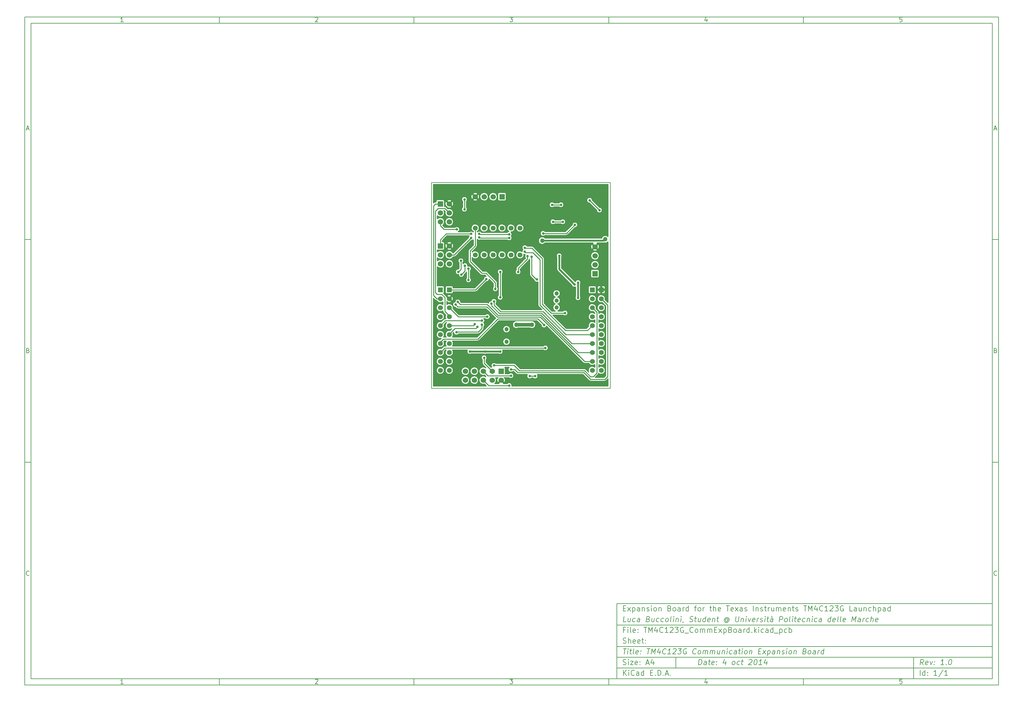
<source format=gbl>
G04 (created by PCBNEW (2013-07-07 BZR 4022)-stable) date 10/4/2014 18:50:34*
%MOIN*%
G04 Gerber Fmt 3.4, Leading zero omitted, Abs format*
%FSLAX34Y34*%
G01*
G70*
G90*
G04 APERTURE LIST*
%ADD10C,0.00590551*%
%ADD11C,0.00629921*%
%ADD12R,0.06X0.06*%
%ADD13C,0.06*%
%ADD14R,0.055X0.055*%
%ADD15C,0.055*%
%ADD16C,0.0472441*%
%ADD17C,0.0551181*%
%ADD18C,0.028*%
%ADD19C,0.05*%
%ADD20C,0.01*%
%ADD21C,0.04*%
%ADD22C,0.02*%
%ADD23C,0.012*%
G04 APERTURE END LIST*
G54D10*
X4000Y-4000D02*
X112930Y-4000D01*
X112930Y-78680D01*
X4000Y-78680D01*
X4000Y-4000D01*
X4700Y-4700D02*
X112230Y-4700D01*
X112230Y-77980D01*
X4700Y-77980D01*
X4700Y-4700D01*
X25780Y-4000D02*
X25780Y-4700D01*
X15032Y-4552D02*
X14747Y-4552D01*
X14890Y-4552D02*
X14890Y-4052D01*
X14842Y-4123D01*
X14794Y-4171D01*
X14747Y-4195D01*
X25780Y-78680D02*
X25780Y-77980D01*
X15032Y-78532D02*
X14747Y-78532D01*
X14890Y-78532D02*
X14890Y-78032D01*
X14842Y-78103D01*
X14794Y-78151D01*
X14747Y-78175D01*
X47560Y-4000D02*
X47560Y-4700D01*
X36527Y-4100D02*
X36550Y-4076D01*
X36598Y-4052D01*
X36717Y-4052D01*
X36765Y-4076D01*
X36789Y-4100D01*
X36812Y-4147D01*
X36812Y-4195D01*
X36789Y-4266D01*
X36503Y-4552D01*
X36812Y-4552D01*
X47560Y-78680D02*
X47560Y-77980D01*
X36527Y-78080D02*
X36550Y-78056D01*
X36598Y-78032D01*
X36717Y-78032D01*
X36765Y-78056D01*
X36789Y-78080D01*
X36812Y-78127D01*
X36812Y-78175D01*
X36789Y-78246D01*
X36503Y-78532D01*
X36812Y-78532D01*
X69340Y-4000D02*
X69340Y-4700D01*
X58283Y-4052D02*
X58592Y-4052D01*
X58426Y-4242D01*
X58497Y-4242D01*
X58545Y-4266D01*
X58569Y-4290D01*
X58592Y-4338D01*
X58592Y-4457D01*
X58569Y-4504D01*
X58545Y-4528D01*
X58497Y-4552D01*
X58354Y-4552D01*
X58307Y-4528D01*
X58283Y-4504D01*
X69340Y-78680D02*
X69340Y-77980D01*
X58283Y-78032D02*
X58592Y-78032D01*
X58426Y-78222D01*
X58497Y-78222D01*
X58545Y-78246D01*
X58569Y-78270D01*
X58592Y-78318D01*
X58592Y-78437D01*
X58569Y-78484D01*
X58545Y-78508D01*
X58497Y-78532D01*
X58354Y-78532D01*
X58307Y-78508D01*
X58283Y-78484D01*
X91120Y-4000D02*
X91120Y-4700D01*
X80325Y-4219D02*
X80325Y-4552D01*
X80206Y-4028D02*
X80087Y-4385D01*
X80396Y-4385D01*
X91120Y-78680D02*
X91120Y-77980D01*
X80325Y-78199D02*
X80325Y-78532D01*
X80206Y-78008D02*
X80087Y-78365D01*
X80396Y-78365D01*
X102129Y-4052D02*
X101890Y-4052D01*
X101867Y-4290D01*
X101890Y-4266D01*
X101938Y-4242D01*
X102057Y-4242D01*
X102105Y-4266D01*
X102129Y-4290D01*
X102152Y-4338D01*
X102152Y-4457D01*
X102129Y-4504D01*
X102105Y-4528D01*
X102057Y-4552D01*
X101938Y-4552D01*
X101890Y-4528D01*
X101867Y-4504D01*
X102129Y-78032D02*
X101890Y-78032D01*
X101867Y-78270D01*
X101890Y-78246D01*
X101938Y-78222D01*
X102057Y-78222D01*
X102105Y-78246D01*
X102129Y-78270D01*
X102152Y-78318D01*
X102152Y-78437D01*
X102129Y-78484D01*
X102105Y-78508D01*
X102057Y-78532D01*
X101938Y-78532D01*
X101890Y-78508D01*
X101867Y-78484D01*
X4000Y-28890D02*
X4700Y-28890D01*
X4230Y-16509D02*
X4469Y-16509D01*
X4183Y-16652D02*
X4350Y-16152D01*
X4516Y-16652D01*
X112930Y-28890D02*
X112230Y-28890D01*
X112460Y-16509D02*
X112699Y-16509D01*
X112413Y-16652D02*
X112580Y-16152D01*
X112746Y-16652D01*
X4000Y-53780D02*
X4700Y-53780D01*
X4385Y-41280D02*
X4457Y-41304D01*
X4480Y-41328D01*
X4504Y-41375D01*
X4504Y-41447D01*
X4480Y-41494D01*
X4457Y-41518D01*
X4409Y-41542D01*
X4219Y-41542D01*
X4219Y-41042D01*
X4385Y-41042D01*
X4433Y-41066D01*
X4457Y-41090D01*
X4480Y-41137D01*
X4480Y-41185D01*
X4457Y-41232D01*
X4433Y-41256D01*
X4385Y-41280D01*
X4219Y-41280D01*
X112930Y-53780D02*
X112230Y-53780D01*
X112615Y-41280D02*
X112687Y-41304D01*
X112710Y-41328D01*
X112734Y-41375D01*
X112734Y-41447D01*
X112710Y-41494D01*
X112687Y-41518D01*
X112639Y-41542D01*
X112449Y-41542D01*
X112449Y-41042D01*
X112615Y-41042D01*
X112663Y-41066D01*
X112687Y-41090D01*
X112710Y-41137D01*
X112710Y-41185D01*
X112687Y-41232D01*
X112663Y-41256D01*
X112615Y-41280D01*
X112449Y-41280D01*
X4504Y-66384D02*
X4480Y-66408D01*
X4409Y-66432D01*
X4361Y-66432D01*
X4290Y-66408D01*
X4242Y-66360D01*
X4219Y-66313D01*
X4195Y-66218D01*
X4195Y-66146D01*
X4219Y-66051D01*
X4242Y-66003D01*
X4290Y-65956D01*
X4361Y-65932D01*
X4409Y-65932D01*
X4480Y-65956D01*
X4504Y-65980D01*
X112734Y-66384D02*
X112710Y-66408D01*
X112639Y-66432D01*
X112591Y-66432D01*
X112520Y-66408D01*
X112472Y-66360D01*
X112449Y-66313D01*
X112425Y-66218D01*
X112425Y-66146D01*
X112449Y-66051D01*
X112472Y-66003D01*
X112520Y-65956D01*
X112591Y-65932D01*
X112639Y-65932D01*
X112710Y-65956D01*
X112734Y-65980D01*
X79380Y-76422D02*
X79455Y-75822D01*
X79597Y-75822D01*
X79680Y-75851D01*
X79730Y-75908D01*
X79751Y-75965D01*
X79765Y-76080D01*
X79755Y-76165D01*
X79712Y-76280D01*
X79676Y-76337D01*
X79612Y-76394D01*
X79522Y-76422D01*
X79380Y-76422D01*
X80237Y-76422D02*
X80276Y-76108D01*
X80255Y-76051D01*
X80201Y-76022D01*
X80087Y-76022D01*
X80026Y-76051D01*
X80240Y-76394D02*
X80180Y-76422D01*
X80037Y-76422D01*
X79983Y-76394D01*
X79962Y-76337D01*
X79969Y-76280D01*
X80005Y-76222D01*
X80065Y-76194D01*
X80208Y-76194D01*
X80269Y-76165D01*
X80487Y-76022D02*
X80715Y-76022D01*
X80597Y-75822D02*
X80533Y-76337D01*
X80555Y-76394D01*
X80608Y-76422D01*
X80665Y-76422D01*
X81097Y-76394D02*
X81037Y-76422D01*
X80922Y-76422D01*
X80869Y-76394D01*
X80847Y-76337D01*
X80876Y-76108D01*
X80912Y-76051D01*
X80972Y-76022D01*
X81087Y-76022D01*
X81140Y-76051D01*
X81162Y-76108D01*
X81155Y-76165D01*
X80862Y-76222D01*
X81387Y-76365D02*
X81412Y-76394D01*
X81380Y-76422D01*
X81355Y-76394D01*
X81387Y-76365D01*
X81380Y-76422D01*
X81426Y-76051D02*
X81451Y-76080D01*
X81419Y-76108D01*
X81394Y-76080D01*
X81426Y-76051D01*
X81419Y-76108D01*
X82430Y-76022D02*
X82380Y-76422D01*
X82315Y-75794D02*
X82119Y-76222D01*
X82490Y-76222D01*
X83237Y-76422D02*
X83183Y-76394D01*
X83158Y-76365D01*
X83137Y-76308D01*
X83158Y-76137D01*
X83194Y-76080D01*
X83226Y-76051D01*
X83287Y-76022D01*
X83372Y-76022D01*
X83426Y-76051D01*
X83451Y-76080D01*
X83472Y-76137D01*
X83451Y-76308D01*
X83415Y-76365D01*
X83383Y-76394D01*
X83322Y-76422D01*
X83237Y-76422D01*
X83955Y-76394D02*
X83894Y-76422D01*
X83780Y-76422D01*
X83726Y-76394D01*
X83701Y-76365D01*
X83680Y-76308D01*
X83701Y-76137D01*
X83737Y-76080D01*
X83769Y-76051D01*
X83830Y-76022D01*
X83944Y-76022D01*
X83997Y-76051D01*
X84172Y-76022D02*
X84401Y-76022D01*
X84283Y-75822D02*
X84219Y-76337D01*
X84240Y-76394D01*
X84294Y-76422D01*
X84351Y-76422D01*
X85047Y-75880D02*
X85080Y-75851D01*
X85140Y-75822D01*
X85283Y-75822D01*
X85337Y-75851D01*
X85362Y-75880D01*
X85383Y-75937D01*
X85376Y-75994D01*
X85337Y-76080D01*
X84951Y-76422D01*
X85322Y-76422D01*
X85769Y-75822D02*
X85826Y-75822D01*
X85880Y-75851D01*
X85905Y-75880D01*
X85926Y-75937D01*
X85940Y-76051D01*
X85922Y-76194D01*
X85880Y-76308D01*
X85844Y-76365D01*
X85812Y-76394D01*
X85751Y-76422D01*
X85694Y-76422D01*
X85640Y-76394D01*
X85615Y-76365D01*
X85594Y-76308D01*
X85580Y-76194D01*
X85597Y-76051D01*
X85640Y-75937D01*
X85676Y-75880D01*
X85708Y-75851D01*
X85769Y-75822D01*
X86465Y-76422D02*
X86122Y-76422D01*
X86294Y-76422D02*
X86369Y-75822D01*
X86301Y-75908D01*
X86237Y-75965D01*
X86176Y-75994D01*
X87030Y-76022D02*
X86980Y-76422D01*
X86915Y-75794D02*
X86719Y-76222D01*
X87090Y-76222D01*
X70972Y-77622D02*
X70972Y-77022D01*
X71315Y-77622D02*
X71058Y-77280D01*
X71315Y-77022D02*
X70972Y-77365D01*
X71572Y-77622D02*
X71572Y-77222D01*
X71572Y-77022D02*
X71544Y-77051D01*
X71572Y-77080D01*
X71601Y-77051D01*
X71572Y-77022D01*
X71572Y-77080D01*
X72201Y-77565D02*
X72172Y-77594D01*
X72087Y-77622D01*
X72030Y-77622D01*
X71944Y-77594D01*
X71887Y-77537D01*
X71858Y-77480D01*
X71830Y-77365D01*
X71830Y-77280D01*
X71858Y-77165D01*
X71887Y-77108D01*
X71944Y-77051D01*
X72030Y-77022D01*
X72087Y-77022D01*
X72172Y-77051D01*
X72201Y-77080D01*
X72715Y-77622D02*
X72715Y-77308D01*
X72687Y-77251D01*
X72630Y-77222D01*
X72515Y-77222D01*
X72458Y-77251D01*
X72715Y-77594D02*
X72658Y-77622D01*
X72515Y-77622D01*
X72458Y-77594D01*
X72430Y-77537D01*
X72430Y-77480D01*
X72458Y-77422D01*
X72515Y-77394D01*
X72658Y-77394D01*
X72715Y-77365D01*
X73258Y-77622D02*
X73258Y-77022D01*
X73258Y-77594D02*
X73201Y-77622D01*
X73087Y-77622D01*
X73030Y-77594D01*
X73001Y-77565D01*
X72972Y-77508D01*
X72972Y-77337D01*
X73001Y-77280D01*
X73030Y-77251D01*
X73087Y-77222D01*
X73201Y-77222D01*
X73258Y-77251D01*
X74001Y-77308D02*
X74201Y-77308D01*
X74287Y-77622D02*
X74001Y-77622D01*
X74001Y-77022D01*
X74287Y-77022D01*
X74544Y-77565D02*
X74572Y-77594D01*
X74544Y-77622D01*
X74515Y-77594D01*
X74544Y-77565D01*
X74544Y-77622D01*
X74829Y-77622D02*
X74829Y-77022D01*
X74972Y-77022D01*
X75058Y-77051D01*
X75115Y-77108D01*
X75144Y-77165D01*
X75172Y-77280D01*
X75172Y-77365D01*
X75144Y-77480D01*
X75115Y-77537D01*
X75058Y-77594D01*
X74972Y-77622D01*
X74829Y-77622D01*
X75429Y-77565D02*
X75458Y-77594D01*
X75429Y-77622D01*
X75401Y-77594D01*
X75429Y-77565D01*
X75429Y-77622D01*
X75687Y-77451D02*
X75972Y-77451D01*
X75629Y-77622D02*
X75829Y-77022D01*
X76029Y-77622D01*
X76229Y-77565D02*
X76258Y-77594D01*
X76229Y-77622D01*
X76201Y-77594D01*
X76229Y-77565D01*
X76229Y-77622D01*
X104522Y-76422D02*
X104358Y-76137D01*
X104180Y-76422D02*
X104255Y-75822D01*
X104483Y-75822D01*
X104537Y-75851D01*
X104562Y-75880D01*
X104583Y-75937D01*
X104572Y-76022D01*
X104537Y-76080D01*
X104505Y-76108D01*
X104444Y-76137D01*
X104215Y-76137D01*
X105012Y-76394D02*
X104951Y-76422D01*
X104837Y-76422D01*
X104783Y-76394D01*
X104762Y-76337D01*
X104790Y-76108D01*
X104826Y-76051D01*
X104887Y-76022D01*
X105001Y-76022D01*
X105055Y-76051D01*
X105076Y-76108D01*
X105069Y-76165D01*
X104776Y-76222D01*
X105287Y-76022D02*
X105380Y-76422D01*
X105572Y-76022D01*
X105758Y-76365D02*
X105783Y-76394D01*
X105751Y-76422D01*
X105726Y-76394D01*
X105758Y-76365D01*
X105751Y-76422D01*
X105797Y-76051D02*
X105822Y-76080D01*
X105790Y-76108D01*
X105765Y-76080D01*
X105797Y-76051D01*
X105790Y-76108D01*
X106808Y-76422D02*
X106465Y-76422D01*
X106637Y-76422D02*
X106712Y-75822D01*
X106644Y-75908D01*
X106580Y-75965D01*
X106519Y-75994D01*
X107072Y-76365D02*
X107097Y-76394D01*
X107065Y-76422D01*
X107040Y-76394D01*
X107072Y-76365D01*
X107065Y-76422D01*
X107540Y-75822D02*
X107597Y-75822D01*
X107651Y-75851D01*
X107676Y-75880D01*
X107697Y-75937D01*
X107712Y-76051D01*
X107694Y-76194D01*
X107651Y-76308D01*
X107615Y-76365D01*
X107583Y-76394D01*
X107522Y-76422D01*
X107465Y-76422D01*
X107412Y-76394D01*
X107387Y-76365D01*
X107365Y-76308D01*
X107351Y-76194D01*
X107369Y-76051D01*
X107412Y-75937D01*
X107447Y-75880D01*
X107480Y-75851D01*
X107540Y-75822D01*
X70944Y-76394D02*
X71030Y-76422D01*
X71172Y-76422D01*
X71230Y-76394D01*
X71258Y-76365D01*
X71287Y-76308D01*
X71287Y-76251D01*
X71258Y-76194D01*
X71230Y-76165D01*
X71172Y-76137D01*
X71058Y-76108D01*
X71001Y-76080D01*
X70972Y-76051D01*
X70944Y-75994D01*
X70944Y-75937D01*
X70972Y-75880D01*
X71001Y-75851D01*
X71058Y-75822D01*
X71201Y-75822D01*
X71287Y-75851D01*
X71544Y-76422D02*
X71544Y-76022D01*
X71544Y-75822D02*
X71515Y-75851D01*
X71544Y-75880D01*
X71572Y-75851D01*
X71544Y-75822D01*
X71544Y-75880D01*
X71772Y-76022D02*
X72087Y-76022D01*
X71772Y-76422D01*
X72087Y-76422D01*
X72544Y-76394D02*
X72487Y-76422D01*
X72372Y-76422D01*
X72315Y-76394D01*
X72287Y-76337D01*
X72287Y-76108D01*
X72315Y-76051D01*
X72372Y-76022D01*
X72487Y-76022D01*
X72544Y-76051D01*
X72572Y-76108D01*
X72572Y-76165D01*
X72287Y-76222D01*
X72830Y-76365D02*
X72858Y-76394D01*
X72830Y-76422D01*
X72801Y-76394D01*
X72830Y-76365D01*
X72830Y-76422D01*
X72830Y-76051D02*
X72858Y-76080D01*
X72830Y-76108D01*
X72801Y-76080D01*
X72830Y-76051D01*
X72830Y-76108D01*
X73544Y-76251D02*
X73830Y-76251D01*
X73487Y-76422D02*
X73687Y-75822D01*
X73887Y-76422D01*
X74344Y-76022D02*
X74344Y-76422D01*
X74201Y-75794D02*
X74058Y-76222D01*
X74430Y-76222D01*
X104172Y-77622D02*
X104172Y-77022D01*
X104715Y-77622D02*
X104715Y-77022D01*
X104715Y-77594D02*
X104658Y-77622D01*
X104544Y-77622D01*
X104487Y-77594D01*
X104458Y-77565D01*
X104430Y-77508D01*
X104430Y-77337D01*
X104458Y-77280D01*
X104487Y-77251D01*
X104544Y-77222D01*
X104658Y-77222D01*
X104715Y-77251D01*
X105001Y-77565D02*
X105030Y-77594D01*
X105001Y-77622D01*
X104972Y-77594D01*
X105001Y-77565D01*
X105001Y-77622D01*
X105001Y-77251D02*
X105030Y-77280D01*
X105001Y-77308D01*
X104972Y-77280D01*
X105001Y-77251D01*
X105001Y-77308D01*
X106058Y-77622D02*
X105715Y-77622D01*
X105887Y-77622D02*
X105887Y-77022D01*
X105829Y-77108D01*
X105772Y-77165D01*
X105715Y-77194D01*
X106744Y-76994D02*
X106230Y-77765D01*
X107258Y-77622D02*
X106915Y-77622D01*
X107087Y-77622D02*
X107087Y-77022D01*
X107029Y-77108D01*
X106972Y-77165D01*
X106915Y-77194D01*
X70969Y-74622D02*
X71312Y-74622D01*
X71065Y-75222D02*
X71140Y-74622D01*
X71437Y-75222D02*
X71487Y-74822D01*
X71512Y-74622D02*
X71480Y-74651D01*
X71505Y-74680D01*
X71537Y-74651D01*
X71512Y-74622D01*
X71505Y-74680D01*
X71687Y-74822D02*
X71915Y-74822D01*
X71797Y-74622D02*
X71733Y-75137D01*
X71755Y-75194D01*
X71808Y-75222D01*
X71865Y-75222D01*
X72151Y-75222D02*
X72097Y-75194D01*
X72076Y-75137D01*
X72140Y-74622D01*
X72612Y-75194D02*
X72551Y-75222D01*
X72437Y-75222D01*
X72383Y-75194D01*
X72362Y-75137D01*
X72390Y-74908D01*
X72426Y-74851D01*
X72487Y-74822D01*
X72601Y-74822D01*
X72655Y-74851D01*
X72676Y-74908D01*
X72669Y-74965D01*
X72376Y-75022D01*
X72901Y-75165D02*
X72926Y-75194D01*
X72894Y-75222D01*
X72869Y-75194D01*
X72901Y-75165D01*
X72894Y-75222D01*
X72940Y-74851D02*
X72965Y-74880D01*
X72933Y-74908D01*
X72908Y-74880D01*
X72940Y-74851D01*
X72933Y-74908D01*
X73626Y-74622D02*
X73969Y-74622D01*
X73722Y-75222D02*
X73797Y-74622D01*
X74094Y-75222D02*
X74169Y-74622D01*
X74315Y-75051D01*
X74569Y-74622D01*
X74494Y-75222D01*
X75087Y-74822D02*
X75037Y-75222D01*
X74972Y-74594D02*
X74776Y-75022D01*
X75147Y-75022D01*
X75701Y-75165D02*
X75669Y-75194D01*
X75580Y-75222D01*
X75522Y-75222D01*
X75440Y-75194D01*
X75390Y-75137D01*
X75369Y-75080D01*
X75355Y-74965D01*
X75365Y-74880D01*
X75408Y-74765D01*
X75444Y-74708D01*
X75508Y-74651D01*
X75597Y-74622D01*
X75655Y-74622D01*
X75737Y-74651D01*
X75762Y-74680D01*
X76265Y-75222D02*
X75922Y-75222D01*
X76094Y-75222D02*
X76169Y-74622D01*
X76101Y-74708D01*
X76037Y-74765D01*
X75976Y-74794D01*
X76562Y-74680D02*
X76594Y-74651D01*
X76655Y-74622D01*
X76797Y-74622D01*
X76851Y-74651D01*
X76876Y-74680D01*
X76897Y-74737D01*
X76890Y-74794D01*
X76851Y-74880D01*
X76465Y-75222D01*
X76837Y-75222D01*
X77112Y-74622D02*
X77483Y-74622D01*
X77255Y-74851D01*
X77340Y-74851D01*
X77394Y-74880D01*
X77419Y-74908D01*
X77440Y-74965D01*
X77422Y-75108D01*
X77387Y-75165D01*
X77355Y-75194D01*
X77294Y-75222D01*
X77122Y-75222D01*
X77069Y-75194D01*
X77044Y-75165D01*
X78051Y-74651D02*
X77997Y-74622D01*
X77912Y-74622D01*
X77822Y-74651D01*
X77758Y-74708D01*
X77722Y-74765D01*
X77680Y-74880D01*
X77669Y-74965D01*
X77683Y-75080D01*
X77705Y-75137D01*
X77755Y-75194D01*
X77837Y-75222D01*
X77894Y-75222D01*
X77983Y-75194D01*
X78015Y-75165D01*
X78040Y-74965D01*
X77926Y-74965D01*
X79072Y-75165D02*
X79040Y-75194D01*
X78951Y-75222D01*
X78894Y-75222D01*
X78812Y-75194D01*
X78762Y-75137D01*
X78740Y-75080D01*
X78726Y-74965D01*
X78737Y-74880D01*
X78780Y-74765D01*
X78815Y-74708D01*
X78880Y-74651D01*
X78969Y-74622D01*
X79026Y-74622D01*
X79108Y-74651D01*
X79133Y-74680D01*
X79408Y-75222D02*
X79355Y-75194D01*
X79330Y-75165D01*
X79308Y-75108D01*
X79330Y-74937D01*
X79365Y-74880D01*
X79397Y-74851D01*
X79458Y-74822D01*
X79544Y-74822D01*
X79597Y-74851D01*
X79622Y-74880D01*
X79644Y-74937D01*
X79622Y-75108D01*
X79587Y-75165D01*
X79555Y-75194D01*
X79494Y-75222D01*
X79408Y-75222D01*
X79865Y-75222D02*
X79915Y-74822D01*
X79908Y-74880D02*
X79940Y-74851D01*
X80001Y-74822D01*
X80087Y-74822D01*
X80140Y-74851D01*
X80162Y-74908D01*
X80122Y-75222D01*
X80162Y-74908D02*
X80197Y-74851D01*
X80258Y-74822D01*
X80344Y-74822D01*
X80397Y-74851D01*
X80419Y-74908D01*
X80380Y-75222D01*
X80665Y-75222D02*
X80715Y-74822D01*
X80708Y-74880D02*
X80740Y-74851D01*
X80801Y-74822D01*
X80887Y-74822D01*
X80940Y-74851D01*
X80962Y-74908D01*
X80922Y-75222D01*
X80962Y-74908D02*
X80997Y-74851D01*
X81058Y-74822D01*
X81144Y-74822D01*
X81197Y-74851D01*
X81219Y-74908D01*
X81180Y-75222D01*
X81772Y-74822D02*
X81722Y-75222D01*
X81515Y-74822D02*
X81476Y-75137D01*
X81497Y-75194D01*
X81551Y-75222D01*
X81637Y-75222D01*
X81697Y-75194D01*
X81730Y-75165D01*
X82058Y-74822D02*
X82008Y-75222D01*
X82051Y-74880D02*
X82083Y-74851D01*
X82144Y-74822D01*
X82230Y-74822D01*
X82283Y-74851D01*
X82305Y-74908D01*
X82265Y-75222D01*
X82551Y-75222D02*
X82601Y-74822D01*
X82626Y-74622D02*
X82594Y-74651D01*
X82619Y-74680D01*
X82651Y-74651D01*
X82626Y-74622D01*
X82619Y-74680D01*
X83097Y-75194D02*
X83037Y-75222D01*
X82922Y-75222D01*
X82869Y-75194D01*
X82844Y-75165D01*
X82822Y-75108D01*
X82844Y-74937D01*
X82880Y-74880D01*
X82912Y-74851D01*
X82972Y-74822D01*
X83087Y-74822D01*
X83140Y-74851D01*
X83608Y-75222D02*
X83647Y-74908D01*
X83626Y-74851D01*
X83572Y-74822D01*
X83458Y-74822D01*
X83397Y-74851D01*
X83612Y-75194D02*
X83551Y-75222D01*
X83408Y-75222D01*
X83355Y-75194D01*
X83333Y-75137D01*
X83340Y-75080D01*
X83376Y-75022D01*
X83437Y-74994D01*
X83580Y-74994D01*
X83640Y-74965D01*
X83858Y-74822D02*
X84087Y-74822D01*
X83969Y-74622D02*
X83905Y-75137D01*
X83926Y-75194D01*
X83980Y-75222D01*
X84037Y-75222D01*
X84237Y-75222D02*
X84287Y-74822D01*
X84312Y-74622D02*
X84280Y-74651D01*
X84305Y-74680D01*
X84337Y-74651D01*
X84312Y-74622D01*
X84305Y-74680D01*
X84608Y-75222D02*
X84555Y-75194D01*
X84530Y-75165D01*
X84508Y-75108D01*
X84530Y-74937D01*
X84565Y-74880D01*
X84597Y-74851D01*
X84658Y-74822D01*
X84744Y-74822D01*
X84797Y-74851D01*
X84822Y-74880D01*
X84844Y-74937D01*
X84822Y-75108D01*
X84787Y-75165D01*
X84755Y-75194D01*
X84694Y-75222D01*
X84608Y-75222D01*
X85115Y-74822D02*
X85065Y-75222D01*
X85108Y-74880D02*
X85140Y-74851D01*
X85201Y-74822D01*
X85287Y-74822D01*
X85340Y-74851D01*
X85362Y-74908D01*
X85322Y-75222D01*
X86105Y-74908D02*
X86305Y-74908D01*
X86351Y-75222D02*
X86065Y-75222D01*
X86140Y-74622D01*
X86426Y-74622D01*
X86551Y-75222D02*
X86915Y-74822D01*
X86601Y-74822D02*
X86865Y-75222D01*
X87144Y-74822D02*
X87069Y-75422D01*
X87140Y-74851D02*
X87201Y-74822D01*
X87315Y-74822D01*
X87369Y-74851D01*
X87394Y-74880D01*
X87415Y-74937D01*
X87394Y-75108D01*
X87358Y-75165D01*
X87326Y-75194D01*
X87265Y-75222D01*
X87151Y-75222D01*
X87097Y-75194D01*
X87894Y-75222D02*
X87933Y-74908D01*
X87912Y-74851D01*
X87858Y-74822D01*
X87744Y-74822D01*
X87683Y-74851D01*
X87897Y-75194D02*
X87837Y-75222D01*
X87694Y-75222D01*
X87640Y-75194D01*
X87619Y-75137D01*
X87626Y-75080D01*
X87662Y-75022D01*
X87722Y-74994D01*
X87865Y-74994D01*
X87926Y-74965D01*
X88230Y-74822D02*
X88180Y-75222D01*
X88222Y-74880D02*
X88255Y-74851D01*
X88315Y-74822D01*
X88401Y-74822D01*
X88455Y-74851D01*
X88476Y-74908D01*
X88437Y-75222D01*
X88697Y-75194D02*
X88751Y-75222D01*
X88865Y-75222D01*
X88926Y-75194D01*
X88962Y-75137D01*
X88965Y-75108D01*
X88944Y-75051D01*
X88890Y-75022D01*
X88805Y-75022D01*
X88751Y-74994D01*
X88730Y-74937D01*
X88733Y-74908D01*
X88769Y-74851D01*
X88830Y-74822D01*
X88915Y-74822D01*
X88969Y-74851D01*
X89208Y-75222D02*
X89258Y-74822D01*
X89283Y-74622D02*
X89251Y-74651D01*
X89276Y-74680D01*
X89308Y-74651D01*
X89283Y-74622D01*
X89276Y-74680D01*
X89579Y-75222D02*
X89526Y-75194D01*
X89501Y-75165D01*
X89480Y-75108D01*
X89501Y-74937D01*
X89537Y-74880D01*
X89569Y-74851D01*
X89629Y-74822D01*
X89715Y-74822D01*
X89769Y-74851D01*
X89794Y-74880D01*
X89815Y-74937D01*
X89794Y-75108D01*
X89758Y-75165D01*
X89726Y-75194D01*
X89665Y-75222D01*
X89579Y-75222D01*
X90087Y-74822D02*
X90037Y-75222D01*
X90079Y-74880D02*
X90112Y-74851D01*
X90172Y-74822D01*
X90258Y-74822D01*
X90312Y-74851D01*
X90333Y-74908D01*
X90294Y-75222D01*
X91276Y-74908D02*
X91358Y-74937D01*
X91383Y-74965D01*
X91404Y-75022D01*
X91394Y-75108D01*
X91358Y-75165D01*
X91326Y-75194D01*
X91265Y-75222D01*
X91037Y-75222D01*
X91112Y-74622D01*
X91312Y-74622D01*
X91365Y-74651D01*
X91390Y-74680D01*
X91412Y-74737D01*
X91404Y-74794D01*
X91369Y-74851D01*
X91337Y-74880D01*
X91276Y-74908D01*
X91076Y-74908D01*
X91722Y-75222D02*
X91669Y-75194D01*
X91644Y-75165D01*
X91622Y-75108D01*
X91644Y-74937D01*
X91679Y-74880D01*
X91712Y-74851D01*
X91772Y-74822D01*
X91858Y-74822D01*
X91912Y-74851D01*
X91937Y-74880D01*
X91958Y-74937D01*
X91937Y-75108D01*
X91901Y-75165D01*
X91869Y-75194D01*
X91808Y-75222D01*
X91722Y-75222D01*
X92437Y-75222D02*
X92476Y-74908D01*
X92454Y-74851D01*
X92401Y-74822D01*
X92287Y-74822D01*
X92226Y-74851D01*
X92440Y-75194D02*
X92379Y-75222D01*
X92237Y-75222D01*
X92183Y-75194D01*
X92162Y-75137D01*
X92169Y-75080D01*
X92204Y-75022D01*
X92265Y-74994D01*
X92408Y-74994D01*
X92469Y-74965D01*
X92722Y-75222D02*
X92772Y-74822D01*
X92758Y-74937D02*
X92794Y-74880D01*
X92826Y-74851D01*
X92887Y-74822D01*
X92944Y-74822D01*
X93351Y-75222D02*
X93426Y-74622D01*
X93354Y-75194D02*
X93294Y-75222D01*
X93179Y-75222D01*
X93126Y-75194D01*
X93101Y-75165D01*
X93080Y-75108D01*
X93101Y-74937D01*
X93137Y-74880D01*
X93169Y-74851D01*
X93229Y-74822D01*
X93344Y-74822D01*
X93397Y-74851D01*
X71172Y-72508D02*
X70972Y-72508D01*
X70972Y-72822D02*
X70972Y-72222D01*
X71258Y-72222D01*
X71487Y-72822D02*
X71487Y-72422D01*
X71487Y-72222D02*
X71458Y-72251D01*
X71487Y-72280D01*
X71515Y-72251D01*
X71487Y-72222D01*
X71487Y-72280D01*
X71858Y-72822D02*
X71801Y-72794D01*
X71772Y-72737D01*
X71772Y-72222D01*
X72315Y-72794D02*
X72258Y-72822D01*
X72144Y-72822D01*
X72087Y-72794D01*
X72058Y-72737D01*
X72058Y-72508D01*
X72087Y-72451D01*
X72144Y-72422D01*
X72258Y-72422D01*
X72315Y-72451D01*
X72344Y-72508D01*
X72344Y-72565D01*
X72058Y-72622D01*
X72601Y-72765D02*
X72630Y-72794D01*
X72601Y-72822D01*
X72572Y-72794D01*
X72601Y-72765D01*
X72601Y-72822D01*
X72601Y-72451D02*
X72630Y-72480D01*
X72601Y-72508D01*
X72572Y-72480D01*
X72601Y-72451D01*
X72601Y-72508D01*
X73258Y-72222D02*
X73601Y-72222D01*
X73430Y-72822D02*
X73430Y-72222D01*
X73801Y-72822D02*
X73801Y-72222D01*
X74001Y-72651D01*
X74201Y-72222D01*
X74201Y-72822D01*
X74744Y-72422D02*
X74744Y-72822D01*
X74601Y-72194D02*
X74458Y-72622D01*
X74830Y-72622D01*
X75401Y-72765D02*
X75372Y-72794D01*
X75287Y-72822D01*
X75230Y-72822D01*
X75144Y-72794D01*
X75087Y-72737D01*
X75058Y-72680D01*
X75030Y-72565D01*
X75030Y-72480D01*
X75058Y-72365D01*
X75087Y-72308D01*
X75144Y-72251D01*
X75230Y-72222D01*
X75287Y-72222D01*
X75372Y-72251D01*
X75401Y-72280D01*
X75972Y-72822D02*
X75630Y-72822D01*
X75801Y-72822D02*
X75801Y-72222D01*
X75744Y-72308D01*
X75687Y-72365D01*
X75630Y-72394D01*
X76201Y-72280D02*
X76230Y-72251D01*
X76287Y-72222D01*
X76430Y-72222D01*
X76487Y-72251D01*
X76515Y-72280D01*
X76544Y-72337D01*
X76544Y-72394D01*
X76515Y-72480D01*
X76172Y-72822D01*
X76544Y-72822D01*
X76744Y-72222D02*
X77115Y-72222D01*
X76915Y-72451D01*
X77001Y-72451D01*
X77058Y-72480D01*
X77087Y-72508D01*
X77115Y-72565D01*
X77115Y-72708D01*
X77087Y-72765D01*
X77058Y-72794D01*
X77001Y-72822D01*
X76830Y-72822D01*
X76772Y-72794D01*
X76744Y-72765D01*
X77687Y-72251D02*
X77630Y-72222D01*
X77544Y-72222D01*
X77458Y-72251D01*
X77401Y-72308D01*
X77372Y-72365D01*
X77344Y-72480D01*
X77344Y-72565D01*
X77372Y-72680D01*
X77401Y-72737D01*
X77458Y-72794D01*
X77544Y-72822D01*
X77601Y-72822D01*
X77687Y-72794D01*
X77715Y-72765D01*
X77715Y-72565D01*
X77601Y-72565D01*
X77830Y-72880D02*
X78287Y-72880D01*
X78772Y-72765D02*
X78744Y-72794D01*
X78658Y-72822D01*
X78601Y-72822D01*
X78515Y-72794D01*
X78458Y-72737D01*
X78430Y-72680D01*
X78401Y-72565D01*
X78401Y-72480D01*
X78430Y-72365D01*
X78458Y-72308D01*
X78515Y-72251D01*
X78601Y-72222D01*
X78658Y-72222D01*
X78744Y-72251D01*
X78772Y-72280D01*
X79115Y-72822D02*
X79058Y-72794D01*
X79030Y-72765D01*
X79001Y-72708D01*
X79001Y-72537D01*
X79030Y-72480D01*
X79058Y-72451D01*
X79115Y-72422D01*
X79201Y-72422D01*
X79258Y-72451D01*
X79287Y-72480D01*
X79315Y-72537D01*
X79315Y-72708D01*
X79287Y-72765D01*
X79258Y-72794D01*
X79201Y-72822D01*
X79115Y-72822D01*
X79572Y-72822D02*
X79572Y-72422D01*
X79572Y-72480D02*
X79601Y-72451D01*
X79658Y-72422D01*
X79744Y-72422D01*
X79801Y-72451D01*
X79830Y-72508D01*
X79830Y-72822D01*
X79830Y-72508D02*
X79858Y-72451D01*
X79915Y-72422D01*
X80001Y-72422D01*
X80058Y-72451D01*
X80087Y-72508D01*
X80087Y-72822D01*
X80372Y-72822D02*
X80372Y-72422D01*
X80372Y-72480D02*
X80401Y-72451D01*
X80458Y-72422D01*
X80544Y-72422D01*
X80601Y-72451D01*
X80630Y-72508D01*
X80630Y-72822D01*
X80630Y-72508D02*
X80658Y-72451D01*
X80715Y-72422D01*
X80801Y-72422D01*
X80858Y-72451D01*
X80887Y-72508D01*
X80887Y-72822D01*
X81172Y-72508D02*
X81372Y-72508D01*
X81458Y-72822D02*
X81172Y-72822D01*
X81172Y-72222D01*
X81458Y-72222D01*
X81658Y-72822D02*
X81972Y-72422D01*
X81658Y-72422D02*
X81972Y-72822D01*
X82201Y-72422D02*
X82201Y-73022D01*
X82201Y-72451D02*
X82258Y-72422D01*
X82372Y-72422D01*
X82430Y-72451D01*
X82458Y-72480D01*
X82487Y-72537D01*
X82487Y-72708D01*
X82458Y-72765D01*
X82430Y-72794D01*
X82372Y-72822D01*
X82258Y-72822D01*
X82201Y-72794D01*
X82944Y-72508D02*
X83030Y-72537D01*
X83058Y-72565D01*
X83087Y-72622D01*
X83087Y-72708D01*
X83058Y-72765D01*
X83030Y-72794D01*
X82972Y-72822D01*
X82744Y-72822D01*
X82744Y-72222D01*
X82944Y-72222D01*
X83001Y-72251D01*
X83030Y-72280D01*
X83058Y-72337D01*
X83058Y-72394D01*
X83030Y-72451D01*
X83001Y-72480D01*
X82944Y-72508D01*
X82744Y-72508D01*
X83430Y-72822D02*
X83372Y-72794D01*
X83344Y-72765D01*
X83315Y-72708D01*
X83315Y-72537D01*
X83344Y-72480D01*
X83372Y-72451D01*
X83430Y-72422D01*
X83515Y-72422D01*
X83572Y-72451D01*
X83601Y-72480D01*
X83630Y-72537D01*
X83630Y-72708D01*
X83601Y-72765D01*
X83572Y-72794D01*
X83515Y-72822D01*
X83430Y-72822D01*
X84144Y-72822D02*
X84144Y-72508D01*
X84115Y-72451D01*
X84058Y-72422D01*
X83944Y-72422D01*
X83887Y-72451D01*
X84144Y-72794D02*
X84087Y-72822D01*
X83944Y-72822D01*
X83887Y-72794D01*
X83858Y-72737D01*
X83858Y-72680D01*
X83887Y-72622D01*
X83944Y-72594D01*
X84087Y-72594D01*
X84144Y-72565D01*
X84430Y-72822D02*
X84430Y-72422D01*
X84430Y-72537D02*
X84458Y-72480D01*
X84487Y-72451D01*
X84544Y-72422D01*
X84601Y-72422D01*
X85058Y-72822D02*
X85058Y-72222D01*
X85058Y-72794D02*
X85001Y-72822D01*
X84887Y-72822D01*
X84830Y-72794D01*
X84801Y-72765D01*
X84772Y-72708D01*
X84772Y-72537D01*
X84801Y-72480D01*
X84830Y-72451D01*
X84887Y-72422D01*
X85001Y-72422D01*
X85058Y-72451D01*
X85344Y-72765D02*
X85372Y-72794D01*
X85344Y-72822D01*
X85315Y-72794D01*
X85344Y-72765D01*
X85344Y-72822D01*
X85630Y-72822D02*
X85630Y-72222D01*
X85687Y-72594D02*
X85858Y-72822D01*
X85858Y-72422D02*
X85630Y-72651D01*
X86115Y-72822D02*
X86115Y-72422D01*
X86115Y-72222D02*
X86087Y-72251D01*
X86115Y-72280D01*
X86144Y-72251D01*
X86115Y-72222D01*
X86115Y-72280D01*
X86658Y-72794D02*
X86601Y-72822D01*
X86487Y-72822D01*
X86430Y-72794D01*
X86401Y-72765D01*
X86372Y-72708D01*
X86372Y-72537D01*
X86401Y-72480D01*
X86430Y-72451D01*
X86487Y-72422D01*
X86601Y-72422D01*
X86658Y-72451D01*
X87172Y-72822D02*
X87172Y-72508D01*
X87144Y-72451D01*
X87087Y-72422D01*
X86972Y-72422D01*
X86915Y-72451D01*
X87172Y-72794D02*
X87115Y-72822D01*
X86972Y-72822D01*
X86915Y-72794D01*
X86887Y-72737D01*
X86887Y-72680D01*
X86915Y-72622D01*
X86972Y-72594D01*
X87115Y-72594D01*
X87172Y-72565D01*
X87715Y-72822D02*
X87715Y-72222D01*
X87715Y-72794D02*
X87658Y-72822D01*
X87544Y-72822D01*
X87487Y-72794D01*
X87458Y-72765D01*
X87430Y-72708D01*
X87430Y-72537D01*
X87458Y-72480D01*
X87487Y-72451D01*
X87544Y-72422D01*
X87658Y-72422D01*
X87715Y-72451D01*
X87858Y-72880D02*
X88315Y-72880D01*
X88458Y-72422D02*
X88458Y-73022D01*
X88458Y-72451D02*
X88515Y-72422D01*
X88630Y-72422D01*
X88687Y-72451D01*
X88715Y-72480D01*
X88744Y-72537D01*
X88744Y-72708D01*
X88715Y-72765D01*
X88687Y-72794D01*
X88630Y-72822D01*
X88515Y-72822D01*
X88458Y-72794D01*
X89258Y-72794D02*
X89201Y-72822D01*
X89087Y-72822D01*
X89030Y-72794D01*
X89001Y-72765D01*
X88972Y-72708D01*
X88972Y-72537D01*
X89001Y-72480D01*
X89030Y-72451D01*
X89087Y-72422D01*
X89201Y-72422D01*
X89258Y-72451D01*
X89515Y-72822D02*
X89515Y-72222D01*
X89515Y-72451D02*
X89572Y-72422D01*
X89687Y-72422D01*
X89744Y-72451D01*
X89772Y-72480D01*
X89801Y-72537D01*
X89801Y-72708D01*
X89772Y-72765D01*
X89744Y-72794D01*
X89687Y-72822D01*
X89572Y-72822D01*
X89515Y-72794D01*
X70944Y-73994D02*
X71030Y-74022D01*
X71172Y-74022D01*
X71230Y-73994D01*
X71258Y-73965D01*
X71287Y-73908D01*
X71287Y-73851D01*
X71258Y-73794D01*
X71230Y-73765D01*
X71172Y-73737D01*
X71058Y-73708D01*
X71001Y-73680D01*
X70972Y-73651D01*
X70944Y-73594D01*
X70944Y-73537D01*
X70972Y-73480D01*
X71001Y-73451D01*
X71058Y-73422D01*
X71201Y-73422D01*
X71287Y-73451D01*
X71544Y-74022D02*
X71544Y-73422D01*
X71801Y-74022D02*
X71801Y-73708D01*
X71772Y-73651D01*
X71715Y-73622D01*
X71630Y-73622D01*
X71572Y-73651D01*
X71544Y-73680D01*
X72315Y-73994D02*
X72258Y-74022D01*
X72144Y-74022D01*
X72087Y-73994D01*
X72058Y-73937D01*
X72058Y-73708D01*
X72087Y-73651D01*
X72144Y-73622D01*
X72258Y-73622D01*
X72315Y-73651D01*
X72344Y-73708D01*
X72344Y-73765D01*
X72058Y-73822D01*
X72830Y-73994D02*
X72772Y-74022D01*
X72658Y-74022D01*
X72601Y-73994D01*
X72572Y-73937D01*
X72572Y-73708D01*
X72601Y-73651D01*
X72658Y-73622D01*
X72772Y-73622D01*
X72830Y-73651D01*
X72858Y-73708D01*
X72858Y-73765D01*
X72572Y-73822D01*
X73030Y-73622D02*
X73258Y-73622D01*
X73115Y-73422D02*
X73115Y-73937D01*
X73144Y-73994D01*
X73201Y-74022D01*
X73258Y-74022D01*
X73458Y-73965D02*
X73487Y-73994D01*
X73458Y-74022D01*
X73430Y-73994D01*
X73458Y-73965D01*
X73458Y-74022D01*
X73458Y-73651D02*
X73487Y-73680D01*
X73458Y-73708D01*
X73430Y-73680D01*
X73458Y-73651D01*
X73458Y-73708D01*
X71265Y-71622D02*
X70980Y-71622D01*
X71055Y-71022D01*
X71772Y-71222D02*
X71722Y-71622D01*
X71515Y-71222D02*
X71476Y-71537D01*
X71497Y-71594D01*
X71551Y-71622D01*
X71637Y-71622D01*
X71697Y-71594D01*
X71730Y-71565D01*
X72269Y-71594D02*
X72208Y-71622D01*
X72094Y-71622D01*
X72040Y-71594D01*
X72015Y-71565D01*
X71994Y-71508D01*
X72015Y-71337D01*
X72051Y-71280D01*
X72083Y-71251D01*
X72144Y-71222D01*
X72258Y-71222D01*
X72312Y-71251D01*
X72780Y-71622D02*
X72819Y-71308D01*
X72797Y-71251D01*
X72744Y-71222D01*
X72630Y-71222D01*
X72569Y-71251D01*
X72783Y-71594D02*
X72722Y-71622D01*
X72580Y-71622D01*
X72526Y-71594D01*
X72505Y-71537D01*
X72512Y-71480D01*
X72547Y-71422D01*
X72608Y-71394D01*
X72751Y-71394D01*
X72812Y-71365D01*
X73762Y-71308D02*
X73844Y-71337D01*
X73869Y-71365D01*
X73890Y-71422D01*
X73880Y-71508D01*
X73844Y-71565D01*
X73812Y-71594D01*
X73751Y-71622D01*
X73522Y-71622D01*
X73597Y-71022D01*
X73797Y-71022D01*
X73851Y-71051D01*
X73876Y-71080D01*
X73897Y-71137D01*
X73890Y-71194D01*
X73854Y-71251D01*
X73822Y-71280D01*
X73762Y-71308D01*
X73562Y-71308D01*
X74430Y-71222D02*
X74380Y-71622D01*
X74172Y-71222D02*
X74133Y-71537D01*
X74155Y-71594D01*
X74208Y-71622D01*
X74294Y-71622D01*
X74355Y-71594D01*
X74387Y-71565D01*
X74926Y-71594D02*
X74865Y-71622D01*
X74751Y-71622D01*
X74697Y-71594D01*
X74672Y-71565D01*
X74651Y-71508D01*
X74672Y-71337D01*
X74708Y-71280D01*
X74740Y-71251D01*
X74801Y-71222D01*
X74915Y-71222D01*
X74969Y-71251D01*
X75440Y-71594D02*
X75380Y-71622D01*
X75265Y-71622D01*
X75212Y-71594D01*
X75187Y-71565D01*
X75165Y-71508D01*
X75187Y-71337D01*
X75222Y-71280D01*
X75255Y-71251D01*
X75315Y-71222D01*
X75430Y-71222D01*
X75483Y-71251D01*
X75780Y-71622D02*
X75726Y-71594D01*
X75701Y-71565D01*
X75680Y-71508D01*
X75701Y-71337D01*
X75737Y-71280D01*
X75769Y-71251D01*
X75830Y-71222D01*
X75915Y-71222D01*
X75969Y-71251D01*
X75994Y-71280D01*
X76015Y-71337D01*
X75994Y-71508D01*
X75958Y-71565D01*
X75926Y-71594D01*
X75865Y-71622D01*
X75780Y-71622D01*
X76322Y-71622D02*
X76269Y-71594D01*
X76247Y-71537D01*
X76312Y-71022D01*
X76551Y-71622D02*
X76601Y-71222D01*
X76626Y-71022D02*
X76594Y-71051D01*
X76619Y-71080D01*
X76651Y-71051D01*
X76626Y-71022D01*
X76619Y-71080D01*
X76887Y-71222D02*
X76837Y-71622D01*
X76880Y-71280D02*
X76912Y-71251D01*
X76972Y-71222D01*
X77058Y-71222D01*
X77112Y-71251D01*
X77133Y-71308D01*
X77094Y-71622D01*
X77380Y-71622D02*
X77430Y-71222D01*
X77455Y-71022D02*
X77422Y-71051D01*
X77447Y-71080D01*
X77480Y-71051D01*
X77455Y-71022D01*
X77447Y-71080D01*
X77697Y-71594D02*
X77694Y-71622D01*
X77658Y-71680D01*
X77626Y-71708D01*
X78383Y-71594D02*
X78465Y-71622D01*
X78608Y-71622D01*
X78669Y-71594D01*
X78701Y-71565D01*
X78737Y-71508D01*
X78744Y-71451D01*
X78722Y-71394D01*
X78697Y-71365D01*
X78644Y-71337D01*
X78533Y-71308D01*
X78480Y-71280D01*
X78454Y-71251D01*
X78433Y-71194D01*
X78440Y-71137D01*
X78476Y-71080D01*
X78508Y-71051D01*
X78569Y-71022D01*
X78712Y-71022D01*
X78794Y-71051D01*
X78944Y-71222D02*
X79172Y-71222D01*
X79055Y-71022D02*
X78990Y-71537D01*
X79012Y-71594D01*
X79065Y-71622D01*
X79122Y-71622D01*
X79630Y-71222D02*
X79580Y-71622D01*
X79372Y-71222D02*
X79333Y-71537D01*
X79355Y-71594D01*
X79408Y-71622D01*
X79494Y-71622D01*
X79555Y-71594D01*
X79587Y-71565D01*
X80122Y-71622D02*
X80197Y-71022D01*
X80126Y-71594D02*
X80065Y-71622D01*
X79951Y-71622D01*
X79897Y-71594D01*
X79872Y-71565D01*
X79851Y-71508D01*
X79872Y-71337D01*
X79908Y-71280D01*
X79940Y-71251D01*
X80001Y-71222D01*
X80115Y-71222D01*
X80169Y-71251D01*
X80640Y-71594D02*
X80580Y-71622D01*
X80465Y-71622D01*
X80412Y-71594D01*
X80390Y-71537D01*
X80419Y-71308D01*
X80454Y-71251D01*
X80515Y-71222D01*
X80630Y-71222D01*
X80683Y-71251D01*
X80705Y-71308D01*
X80697Y-71365D01*
X80405Y-71422D01*
X80972Y-71222D02*
X80922Y-71622D01*
X80965Y-71280D02*
X80997Y-71251D01*
X81058Y-71222D01*
X81144Y-71222D01*
X81197Y-71251D01*
X81219Y-71308D01*
X81180Y-71622D01*
X81430Y-71222D02*
X81658Y-71222D01*
X81540Y-71022D02*
X81476Y-71537D01*
X81497Y-71594D01*
X81551Y-71622D01*
X81608Y-71622D01*
X82672Y-71337D02*
X82647Y-71308D01*
X82594Y-71280D01*
X82537Y-71280D01*
X82476Y-71308D01*
X82444Y-71337D01*
X82408Y-71394D01*
X82401Y-71451D01*
X82422Y-71508D01*
X82447Y-71537D01*
X82501Y-71565D01*
X82558Y-71565D01*
X82619Y-71537D01*
X82651Y-71508D01*
X82680Y-71280D02*
X82651Y-71508D01*
X82676Y-71537D01*
X82705Y-71537D01*
X82765Y-71508D01*
X82801Y-71451D01*
X82819Y-71308D01*
X82772Y-71222D01*
X82694Y-71165D01*
X82583Y-71137D01*
X82465Y-71165D01*
X82372Y-71222D01*
X82305Y-71308D01*
X82262Y-71422D01*
X82276Y-71537D01*
X82322Y-71622D01*
X82401Y-71680D01*
X82512Y-71708D01*
X82630Y-71680D01*
X82722Y-71622D01*
X83569Y-71022D02*
X83508Y-71508D01*
X83530Y-71565D01*
X83555Y-71594D01*
X83608Y-71622D01*
X83722Y-71622D01*
X83783Y-71594D01*
X83815Y-71565D01*
X83851Y-71508D01*
X83912Y-71022D01*
X84172Y-71222D02*
X84122Y-71622D01*
X84165Y-71280D02*
X84197Y-71251D01*
X84258Y-71222D01*
X84344Y-71222D01*
X84397Y-71251D01*
X84419Y-71308D01*
X84380Y-71622D01*
X84665Y-71622D02*
X84715Y-71222D01*
X84740Y-71022D02*
X84708Y-71051D01*
X84733Y-71080D01*
X84765Y-71051D01*
X84740Y-71022D01*
X84733Y-71080D01*
X84944Y-71222D02*
X85037Y-71622D01*
X85230Y-71222D01*
X85640Y-71594D02*
X85580Y-71622D01*
X85465Y-71622D01*
X85412Y-71594D01*
X85390Y-71537D01*
X85419Y-71308D01*
X85454Y-71251D01*
X85515Y-71222D01*
X85630Y-71222D01*
X85683Y-71251D01*
X85705Y-71308D01*
X85697Y-71365D01*
X85405Y-71422D01*
X85922Y-71622D02*
X85972Y-71222D01*
X85958Y-71337D02*
X85994Y-71280D01*
X86026Y-71251D01*
X86087Y-71222D01*
X86144Y-71222D01*
X86269Y-71594D02*
X86322Y-71622D01*
X86437Y-71622D01*
X86497Y-71594D01*
X86533Y-71537D01*
X86537Y-71508D01*
X86515Y-71451D01*
X86462Y-71422D01*
X86376Y-71422D01*
X86322Y-71394D01*
X86301Y-71337D01*
X86305Y-71308D01*
X86340Y-71251D01*
X86401Y-71222D01*
X86487Y-71222D01*
X86540Y-71251D01*
X86780Y-71622D02*
X86830Y-71222D01*
X86855Y-71022D02*
X86822Y-71051D01*
X86847Y-71080D01*
X86880Y-71051D01*
X86855Y-71022D01*
X86847Y-71080D01*
X87030Y-71222D02*
X87258Y-71222D01*
X87140Y-71022D02*
X87076Y-71537D01*
X87097Y-71594D01*
X87151Y-71622D01*
X87208Y-71622D01*
X87665Y-71622D02*
X87705Y-71308D01*
X87683Y-71251D01*
X87630Y-71222D01*
X87515Y-71222D01*
X87454Y-71251D01*
X87669Y-71594D02*
X87608Y-71622D01*
X87465Y-71622D01*
X87412Y-71594D01*
X87390Y-71537D01*
X87397Y-71480D01*
X87433Y-71422D01*
X87494Y-71394D01*
X87637Y-71394D01*
X87697Y-71365D01*
X87544Y-70994D02*
X87619Y-71080D01*
X88408Y-71622D02*
X88483Y-71022D01*
X88712Y-71022D01*
X88765Y-71051D01*
X88790Y-71080D01*
X88812Y-71137D01*
X88801Y-71222D01*
X88765Y-71280D01*
X88733Y-71308D01*
X88672Y-71337D01*
X88444Y-71337D01*
X89094Y-71622D02*
X89040Y-71594D01*
X89015Y-71565D01*
X88994Y-71508D01*
X89015Y-71337D01*
X89051Y-71280D01*
X89083Y-71251D01*
X89144Y-71222D01*
X89230Y-71222D01*
X89283Y-71251D01*
X89308Y-71280D01*
X89329Y-71337D01*
X89308Y-71508D01*
X89272Y-71565D01*
X89240Y-71594D01*
X89180Y-71622D01*
X89094Y-71622D01*
X89637Y-71622D02*
X89583Y-71594D01*
X89562Y-71537D01*
X89626Y-71022D01*
X89865Y-71622D02*
X89915Y-71222D01*
X89940Y-71022D02*
X89908Y-71051D01*
X89933Y-71080D01*
X89965Y-71051D01*
X89940Y-71022D01*
X89933Y-71080D01*
X90115Y-71222D02*
X90344Y-71222D01*
X90226Y-71022D02*
X90162Y-71537D01*
X90183Y-71594D01*
X90237Y-71622D01*
X90294Y-71622D01*
X90726Y-71594D02*
X90665Y-71622D01*
X90551Y-71622D01*
X90497Y-71594D01*
X90476Y-71537D01*
X90505Y-71308D01*
X90540Y-71251D01*
X90601Y-71222D01*
X90715Y-71222D01*
X90769Y-71251D01*
X90790Y-71308D01*
X90783Y-71365D01*
X90490Y-71422D01*
X91269Y-71594D02*
X91208Y-71622D01*
X91094Y-71622D01*
X91040Y-71594D01*
X91015Y-71565D01*
X90994Y-71508D01*
X91015Y-71337D01*
X91051Y-71280D01*
X91083Y-71251D01*
X91144Y-71222D01*
X91258Y-71222D01*
X91312Y-71251D01*
X91572Y-71222D02*
X91522Y-71622D01*
X91565Y-71280D02*
X91597Y-71251D01*
X91658Y-71222D01*
X91744Y-71222D01*
X91797Y-71251D01*
X91819Y-71308D01*
X91780Y-71622D01*
X92065Y-71622D02*
X92115Y-71222D01*
X92140Y-71022D02*
X92108Y-71051D01*
X92133Y-71080D01*
X92165Y-71051D01*
X92140Y-71022D01*
X92133Y-71080D01*
X92612Y-71594D02*
X92551Y-71622D01*
X92437Y-71622D01*
X92383Y-71594D01*
X92358Y-71565D01*
X92337Y-71508D01*
X92358Y-71337D01*
X92394Y-71280D01*
X92426Y-71251D01*
X92487Y-71222D01*
X92601Y-71222D01*
X92654Y-71251D01*
X93122Y-71622D02*
X93162Y-71308D01*
X93140Y-71251D01*
X93087Y-71222D01*
X92972Y-71222D01*
X92912Y-71251D01*
X93126Y-71594D02*
X93065Y-71622D01*
X92922Y-71622D01*
X92869Y-71594D01*
X92847Y-71537D01*
X92855Y-71480D01*
X92890Y-71422D01*
X92951Y-71394D01*
X93094Y-71394D01*
X93155Y-71365D01*
X94122Y-71622D02*
X94197Y-71022D01*
X94126Y-71594D02*
X94065Y-71622D01*
X93951Y-71622D01*
X93897Y-71594D01*
X93872Y-71565D01*
X93851Y-71508D01*
X93872Y-71337D01*
X93908Y-71280D01*
X93940Y-71251D01*
X94001Y-71222D01*
X94115Y-71222D01*
X94169Y-71251D01*
X94640Y-71594D02*
X94580Y-71622D01*
X94465Y-71622D01*
X94412Y-71594D01*
X94390Y-71537D01*
X94419Y-71308D01*
X94454Y-71251D01*
X94515Y-71222D01*
X94630Y-71222D01*
X94683Y-71251D01*
X94705Y-71308D01*
X94697Y-71365D01*
X94405Y-71422D01*
X95008Y-71622D02*
X94955Y-71594D01*
X94933Y-71537D01*
X94997Y-71022D01*
X95322Y-71622D02*
X95269Y-71594D01*
X95247Y-71537D01*
X95312Y-71022D01*
X95783Y-71594D02*
X95722Y-71622D01*
X95608Y-71622D01*
X95555Y-71594D01*
X95533Y-71537D01*
X95562Y-71308D01*
X95597Y-71251D01*
X95658Y-71222D01*
X95772Y-71222D01*
X95826Y-71251D01*
X95847Y-71308D01*
X95840Y-71365D01*
X95547Y-71422D01*
X96522Y-71622D02*
X96597Y-71022D01*
X96744Y-71451D01*
X96997Y-71022D01*
X96922Y-71622D01*
X97465Y-71622D02*
X97505Y-71308D01*
X97483Y-71251D01*
X97430Y-71222D01*
X97315Y-71222D01*
X97255Y-71251D01*
X97469Y-71594D02*
X97408Y-71622D01*
X97265Y-71622D01*
X97212Y-71594D01*
X97190Y-71537D01*
X97197Y-71480D01*
X97233Y-71422D01*
X97294Y-71394D01*
X97437Y-71394D01*
X97497Y-71365D01*
X97751Y-71622D02*
X97801Y-71222D01*
X97787Y-71337D02*
X97822Y-71280D01*
X97855Y-71251D01*
X97915Y-71222D01*
X97972Y-71222D01*
X98383Y-71594D02*
X98322Y-71622D01*
X98208Y-71622D01*
X98155Y-71594D01*
X98130Y-71565D01*
X98108Y-71508D01*
X98130Y-71337D01*
X98165Y-71280D01*
X98197Y-71251D01*
X98258Y-71222D01*
X98372Y-71222D01*
X98426Y-71251D01*
X98637Y-71622D02*
X98712Y-71022D01*
X98894Y-71622D02*
X98933Y-71308D01*
X98912Y-71251D01*
X98858Y-71222D01*
X98772Y-71222D01*
X98712Y-71251D01*
X98680Y-71280D01*
X99412Y-71594D02*
X99351Y-71622D01*
X99237Y-71622D01*
X99183Y-71594D01*
X99162Y-71537D01*
X99190Y-71308D01*
X99226Y-71251D01*
X99287Y-71222D01*
X99401Y-71222D01*
X99455Y-71251D01*
X99476Y-71308D01*
X99469Y-71365D01*
X99176Y-71422D01*
X70972Y-70108D02*
X71172Y-70108D01*
X71258Y-70422D02*
X70972Y-70422D01*
X70972Y-69822D01*
X71258Y-69822D01*
X71458Y-70422D02*
X71772Y-70022D01*
X71458Y-70022D02*
X71772Y-70422D01*
X72001Y-70022D02*
X72001Y-70622D01*
X72001Y-70051D02*
X72058Y-70022D01*
X72172Y-70022D01*
X72230Y-70051D01*
X72258Y-70080D01*
X72287Y-70137D01*
X72287Y-70308D01*
X72258Y-70365D01*
X72230Y-70394D01*
X72172Y-70422D01*
X72058Y-70422D01*
X72001Y-70394D01*
X72801Y-70422D02*
X72801Y-70108D01*
X72772Y-70051D01*
X72715Y-70022D01*
X72601Y-70022D01*
X72544Y-70051D01*
X72801Y-70394D02*
X72744Y-70422D01*
X72601Y-70422D01*
X72544Y-70394D01*
X72515Y-70337D01*
X72515Y-70280D01*
X72544Y-70222D01*
X72601Y-70194D01*
X72744Y-70194D01*
X72801Y-70165D01*
X73087Y-70022D02*
X73087Y-70422D01*
X73087Y-70080D02*
X73115Y-70051D01*
X73172Y-70022D01*
X73258Y-70022D01*
X73315Y-70051D01*
X73344Y-70108D01*
X73344Y-70422D01*
X73601Y-70394D02*
X73658Y-70422D01*
X73772Y-70422D01*
X73829Y-70394D01*
X73858Y-70337D01*
X73858Y-70308D01*
X73829Y-70251D01*
X73772Y-70222D01*
X73687Y-70222D01*
X73629Y-70194D01*
X73601Y-70137D01*
X73601Y-70108D01*
X73629Y-70051D01*
X73687Y-70022D01*
X73772Y-70022D01*
X73829Y-70051D01*
X74115Y-70422D02*
X74115Y-70022D01*
X74115Y-69822D02*
X74087Y-69851D01*
X74115Y-69880D01*
X74144Y-69851D01*
X74115Y-69822D01*
X74115Y-69880D01*
X74487Y-70422D02*
X74429Y-70394D01*
X74401Y-70365D01*
X74372Y-70308D01*
X74372Y-70137D01*
X74401Y-70080D01*
X74429Y-70051D01*
X74487Y-70022D01*
X74572Y-70022D01*
X74629Y-70051D01*
X74658Y-70080D01*
X74687Y-70137D01*
X74687Y-70308D01*
X74658Y-70365D01*
X74629Y-70394D01*
X74572Y-70422D01*
X74487Y-70422D01*
X74944Y-70022D02*
X74944Y-70422D01*
X74944Y-70080D02*
X74972Y-70051D01*
X75029Y-70022D01*
X75115Y-70022D01*
X75172Y-70051D01*
X75201Y-70108D01*
X75201Y-70422D01*
X76144Y-70108D02*
X76229Y-70137D01*
X76258Y-70165D01*
X76287Y-70222D01*
X76287Y-70308D01*
X76258Y-70365D01*
X76229Y-70394D01*
X76172Y-70422D01*
X75944Y-70422D01*
X75944Y-69822D01*
X76144Y-69822D01*
X76201Y-69851D01*
X76229Y-69880D01*
X76258Y-69937D01*
X76258Y-69994D01*
X76229Y-70051D01*
X76201Y-70080D01*
X76144Y-70108D01*
X75944Y-70108D01*
X76629Y-70422D02*
X76572Y-70394D01*
X76544Y-70365D01*
X76515Y-70308D01*
X76515Y-70137D01*
X76544Y-70080D01*
X76572Y-70051D01*
X76629Y-70022D01*
X76715Y-70022D01*
X76772Y-70051D01*
X76801Y-70080D01*
X76829Y-70137D01*
X76829Y-70308D01*
X76801Y-70365D01*
X76772Y-70394D01*
X76715Y-70422D01*
X76629Y-70422D01*
X77344Y-70422D02*
X77344Y-70108D01*
X77315Y-70051D01*
X77258Y-70022D01*
X77144Y-70022D01*
X77087Y-70051D01*
X77344Y-70394D02*
X77287Y-70422D01*
X77144Y-70422D01*
X77087Y-70394D01*
X77058Y-70337D01*
X77058Y-70280D01*
X77087Y-70222D01*
X77144Y-70194D01*
X77287Y-70194D01*
X77344Y-70165D01*
X77629Y-70422D02*
X77629Y-70022D01*
X77629Y-70137D02*
X77658Y-70080D01*
X77687Y-70051D01*
X77744Y-70022D01*
X77801Y-70022D01*
X78258Y-70422D02*
X78258Y-69822D01*
X78258Y-70394D02*
X78201Y-70422D01*
X78087Y-70422D01*
X78029Y-70394D01*
X78001Y-70365D01*
X77972Y-70308D01*
X77972Y-70137D01*
X78001Y-70080D01*
X78029Y-70051D01*
X78087Y-70022D01*
X78201Y-70022D01*
X78258Y-70051D01*
X78915Y-70022D02*
X79144Y-70022D01*
X79001Y-70422D02*
X79001Y-69908D01*
X79029Y-69851D01*
X79087Y-69822D01*
X79144Y-69822D01*
X79429Y-70422D02*
X79372Y-70394D01*
X79344Y-70365D01*
X79315Y-70308D01*
X79315Y-70137D01*
X79344Y-70080D01*
X79372Y-70051D01*
X79429Y-70022D01*
X79515Y-70022D01*
X79572Y-70051D01*
X79601Y-70080D01*
X79629Y-70137D01*
X79629Y-70308D01*
X79601Y-70365D01*
X79572Y-70394D01*
X79515Y-70422D01*
X79429Y-70422D01*
X79887Y-70422D02*
X79887Y-70022D01*
X79887Y-70137D02*
X79915Y-70080D01*
X79944Y-70051D01*
X80001Y-70022D01*
X80058Y-70022D01*
X80629Y-70022D02*
X80858Y-70022D01*
X80715Y-69822D02*
X80715Y-70337D01*
X80744Y-70394D01*
X80801Y-70422D01*
X80858Y-70422D01*
X81058Y-70422D02*
X81058Y-69822D01*
X81315Y-70422D02*
X81315Y-70108D01*
X81287Y-70051D01*
X81229Y-70022D01*
X81144Y-70022D01*
X81087Y-70051D01*
X81058Y-70080D01*
X81829Y-70394D02*
X81772Y-70422D01*
X81658Y-70422D01*
X81601Y-70394D01*
X81572Y-70337D01*
X81572Y-70108D01*
X81601Y-70051D01*
X81658Y-70022D01*
X81772Y-70022D01*
X81829Y-70051D01*
X81858Y-70108D01*
X81858Y-70165D01*
X81572Y-70222D01*
X82487Y-69822D02*
X82829Y-69822D01*
X82658Y-70422D02*
X82658Y-69822D01*
X83258Y-70394D02*
X83201Y-70422D01*
X83087Y-70422D01*
X83029Y-70394D01*
X83001Y-70337D01*
X83001Y-70108D01*
X83029Y-70051D01*
X83087Y-70022D01*
X83201Y-70022D01*
X83258Y-70051D01*
X83287Y-70108D01*
X83287Y-70165D01*
X83001Y-70222D01*
X83487Y-70422D02*
X83801Y-70022D01*
X83487Y-70022D02*
X83801Y-70422D01*
X84287Y-70422D02*
X84287Y-70108D01*
X84258Y-70051D01*
X84201Y-70022D01*
X84087Y-70022D01*
X84029Y-70051D01*
X84287Y-70394D02*
X84229Y-70422D01*
X84087Y-70422D01*
X84029Y-70394D01*
X84001Y-70337D01*
X84001Y-70280D01*
X84029Y-70222D01*
X84087Y-70194D01*
X84229Y-70194D01*
X84287Y-70165D01*
X84544Y-70394D02*
X84601Y-70422D01*
X84715Y-70422D01*
X84772Y-70394D01*
X84801Y-70337D01*
X84801Y-70308D01*
X84772Y-70251D01*
X84715Y-70222D01*
X84629Y-70222D01*
X84572Y-70194D01*
X84544Y-70137D01*
X84544Y-70108D01*
X84572Y-70051D01*
X84629Y-70022D01*
X84715Y-70022D01*
X84772Y-70051D01*
X85515Y-70422D02*
X85515Y-69822D01*
X85801Y-70022D02*
X85801Y-70422D01*
X85801Y-70080D02*
X85829Y-70051D01*
X85887Y-70022D01*
X85972Y-70022D01*
X86029Y-70051D01*
X86058Y-70108D01*
X86058Y-70422D01*
X86315Y-70394D02*
X86372Y-70422D01*
X86487Y-70422D01*
X86544Y-70394D01*
X86572Y-70337D01*
X86572Y-70308D01*
X86544Y-70251D01*
X86487Y-70222D01*
X86401Y-70222D01*
X86344Y-70194D01*
X86315Y-70137D01*
X86315Y-70108D01*
X86344Y-70051D01*
X86401Y-70022D01*
X86487Y-70022D01*
X86544Y-70051D01*
X86744Y-70022D02*
X86972Y-70022D01*
X86829Y-69822D02*
X86829Y-70337D01*
X86858Y-70394D01*
X86915Y-70422D01*
X86972Y-70422D01*
X87172Y-70422D02*
X87172Y-70022D01*
X87172Y-70137D02*
X87201Y-70080D01*
X87229Y-70051D01*
X87287Y-70022D01*
X87344Y-70022D01*
X87801Y-70022D02*
X87801Y-70422D01*
X87544Y-70022D02*
X87544Y-70337D01*
X87572Y-70394D01*
X87629Y-70422D01*
X87715Y-70422D01*
X87772Y-70394D01*
X87801Y-70365D01*
X88087Y-70422D02*
X88087Y-70022D01*
X88087Y-70080D02*
X88115Y-70051D01*
X88172Y-70022D01*
X88258Y-70022D01*
X88315Y-70051D01*
X88344Y-70108D01*
X88344Y-70422D01*
X88344Y-70108D02*
X88372Y-70051D01*
X88429Y-70022D01*
X88515Y-70022D01*
X88572Y-70051D01*
X88601Y-70108D01*
X88601Y-70422D01*
X89115Y-70394D02*
X89058Y-70422D01*
X88944Y-70422D01*
X88887Y-70394D01*
X88858Y-70337D01*
X88858Y-70108D01*
X88887Y-70051D01*
X88944Y-70022D01*
X89058Y-70022D01*
X89115Y-70051D01*
X89144Y-70108D01*
X89144Y-70165D01*
X88858Y-70222D01*
X89401Y-70022D02*
X89401Y-70422D01*
X89401Y-70080D02*
X89429Y-70051D01*
X89487Y-70022D01*
X89572Y-70022D01*
X89629Y-70051D01*
X89658Y-70108D01*
X89658Y-70422D01*
X89858Y-70022D02*
X90087Y-70022D01*
X89944Y-69822D02*
X89944Y-70337D01*
X89972Y-70394D01*
X90029Y-70422D01*
X90087Y-70422D01*
X90258Y-70394D02*
X90315Y-70422D01*
X90429Y-70422D01*
X90487Y-70394D01*
X90515Y-70337D01*
X90515Y-70308D01*
X90487Y-70251D01*
X90429Y-70222D01*
X90344Y-70222D01*
X90287Y-70194D01*
X90258Y-70137D01*
X90258Y-70108D01*
X90287Y-70051D01*
X90344Y-70022D01*
X90429Y-70022D01*
X90487Y-70051D01*
X91144Y-69822D02*
X91487Y-69822D01*
X91315Y-70422D02*
X91315Y-69822D01*
X91687Y-70422D02*
X91687Y-69822D01*
X91887Y-70251D01*
X92087Y-69822D01*
X92087Y-70422D01*
X92629Y-70022D02*
X92629Y-70422D01*
X92487Y-69794D02*
X92344Y-70222D01*
X92715Y-70222D01*
X93287Y-70365D02*
X93258Y-70394D01*
X93172Y-70422D01*
X93115Y-70422D01*
X93029Y-70394D01*
X92972Y-70337D01*
X92944Y-70280D01*
X92915Y-70165D01*
X92915Y-70080D01*
X92944Y-69965D01*
X92972Y-69908D01*
X93029Y-69851D01*
X93115Y-69822D01*
X93172Y-69822D01*
X93258Y-69851D01*
X93287Y-69880D01*
X93858Y-70422D02*
X93515Y-70422D01*
X93687Y-70422D02*
X93687Y-69822D01*
X93629Y-69908D01*
X93572Y-69965D01*
X93515Y-69994D01*
X94087Y-69880D02*
X94115Y-69851D01*
X94172Y-69822D01*
X94315Y-69822D01*
X94372Y-69851D01*
X94401Y-69880D01*
X94429Y-69937D01*
X94429Y-69994D01*
X94401Y-70080D01*
X94058Y-70422D01*
X94429Y-70422D01*
X94629Y-69822D02*
X95001Y-69822D01*
X94801Y-70051D01*
X94887Y-70051D01*
X94944Y-70080D01*
X94972Y-70108D01*
X95001Y-70165D01*
X95001Y-70308D01*
X94972Y-70365D01*
X94944Y-70394D01*
X94887Y-70422D01*
X94715Y-70422D01*
X94658Y-70394D01*
X94629Y-70365D01*
X95572Y-69851D02*
X95515Y-69822D01*
X95430Y-69822D01*
X95344Y-69851D01*
X95287Y-69908D01*
X95258Y-69965D01*
X95230Y-70080D01*
X95230Y-70165D01*
X95258Y-70280D01*
X95287Y-70337D01*
X95344Y-70394D01*
X95430Y-70422D01*
X95487Y-70422D01*
X95572Y-70394D01*
X95601Y-70365D01*
X95601Y-70165D01*
X95487Y-70165D01*
X96601Y-70422D02*
X96315Y-70422D01*
X96315Y-69822D01*
X97058Y-70422D02*
X97058Y-70108D01*
X97030Y-70051D01*
X96972Y-70022D01*
X96858Y-70022D01*
X96801Y-70051D01*
X97058Y-70394D02*
X97001Y-70422D01*
X96858Y-70422D01*
X96801Y-70394D01*
X96772Y-70337D01*
X96772Y-70280D01*
X96801Y-70222D01*
X96858Y-70194D01*
X97001Y-70194D01*
X97058Y-70165D01*
X97601Y-70022D02*
X97601Y-70422D01*
X97344Y-70022D02*
X97344Y-70337D01*
X97372Y-70394D01*
X97429Y-70422D01*
X97515Y-70422D01*
X97572Y-70394D01*
X97601Y-70365D01*
X97887Y-70022D02*
X97887Y-70422D01*
X97887Y-70080D02*
X97915Y-70051D01*
X97972Y-70022D01*
X98058Y-70022D01*
X98115Y-70051D01*
X98144Y-70108D01*
X98144Y-70422D01*
X98687Y-70394D02*
X98629Y-70422D01*
X98515Y-70422D01*
X98458Y-70394D01*
X98429Y-70365D01*
X98401Y-70308D01*
X98401Y-70137D01*
X98429Y-70080D01*
X98458Y-70051D01*
X98515Y-70022D01*
X98629Y-70022D01*
X98687Y-70051D01*
X98944Y-70422D02*
X98944Y-69822D01*
X99201Y-70422D02*
X99201Y-70108D01*
X99172Y-70051D01*
X99115Y-70022D01*
X99029Y-70022D01*
X98972Y-70051D01*
X98944Y-70080D01*
X99487Y-70022D02*
X99487Y-70622D01*
X99487Y-70051D02*
X99544Y-70022D01*
X99658Y-70022D01*
X99715Y-70051D01*
X99744Y-70080D01*
X99772Y-70137D01*
X99772Y-70308D01*
X99744Y-70365D01*
X99715Y-70394D01*
X99658Y-70422D01*
X99544Y-70422D01*
X99487Y-70394D01*
X100287Y-70422D02*
X100287Y-70108D01*
X100258Y-70051D01*
X100201Y-70022D01*
X100087Y-70022D01*
X100029Y-70051D01*
X100287Y-70394D02*
X100229Y-70422D01*
X100087Y-70422D01*
X100029Y-70394D01*
X100001Y-70337D01*
X100001Y-70280D01*
X100029Y-70222D01*
X100087Y-70194D01*
X100229Y-70194D01*
X100287Y-70165D01*
X100829Y-70422D02*
X100829Y-69822D01*
X100829Y-70394D02*
X100772Y-70422D01*
X100658Y-70422D01*
X100601Y-70394D01*
X100572Y-70365D01*
X100544Y-70308D01*
X100544Y-70137D01*
X100572Y-70080D01*
X100601Y-70051D01*
X100658Y-70022D01*
X100772Y-70022D01*
X100829Y-70051D01*
X70230Y-69580D02*
X70230Y-77980D01*
X70230Y-71980D02*
X112230Y-71980D01*
X70230Y-69580D02*
X112230Y-69580D01*
X70230Y-74380D02*
X112230Y-74380D01*
X103430Y-75580D02*
X103430Y-77980D01*
X70230Y-76780D02*
X112230Y-76780D01*
X70230Y-75580D02*
X112230Y-75580D01*
X76830Y-75580D02*
X76830Y-76780D01*
G54D11*
X49500Y-22500D02*
X69500Y-22500D01*
X69500Y-22500D02*
X69500Y-45500D01*
X49500Y-45500D02*
G75*
G03X49500Y-45500I0J0D01*
G74*
G01*
X49499Y-45500D02*
X49500Y-45500D01*
X49500Y-45499D02*
X49500Y-45500D01*
X49500Y-45500D02*
G75*
G03X49500Y-45500I0J0D01*
G74*
G01*
X49499Y-45500D02*
X49500Y-45500D01*
X49500Y-45499D02*
X49500Y-45500D01*
X69500Y-22500D02*
X69500Y-45500D01*
X49500Y-22500D02*
X69500Y-22500D01*
X49500Y-45500D02*
X49500Y-22500D01*
X49500Y-45500D02*
X69500Y-45500D01*
G54D12*
X50500Y-24900D03*
G54D13*
X51500Y-24900D03*
X50500Y-25900D03*
X51500Y-25900D03*
X50500Y-26900D03*
X51500Y-26900D03*
G54D12*
X50500Y-29600D03*
G54D13*
X51500Y-29600D03*
X50500Y-30600D03*
X51500Y-30600D03*
X50500Y-31600D03*
X51500Y-31600D03*
G54D12*
X67800Y-32700D03*
G54D13*
X67800Y-31700D03*
X67800Y-30700D03*
X67800Y-29700D03*
G54D12*
X57400Y-24100D03*
G54D13*
X56400Y-24100D03*
X55400Y-24100D03*
X54400Y-24100D03*
G54D14*
X50500Y-34500D03*
G54D15*
X50500Y-35500D03*
X50500Y-36500D03*
X50500Y-37500D03*
X50500Y-38500D03*
X50500Y-39500D03*
X50500Y-40500D03*
X50500Y-41500D03*
X50500Y-42500D03*
X50500Y-43500D03*
G54D14*
X68500Y-34500D03*
G54D15*
X68500Y-35500D03*
X68500Y-36500D03*
X68500Y-37500D03*
X68500Y-38500D03*
X68500Y-39500D03*
X68500Y-40500D03*
X68500Y-41500D03*
X68500Y-42500D03*
X68500Y-43500D03*
G54D14*
X51500Y-34500D03*
G54D15*
X51500Y-35500D03*
X51500Y-36500D03*
X51500Y-37500D03*
X51500Y-38500D03*
X51500Y-39500D03*
X51500Y-40500D03*
X51500Y-41500D03*
X51500Y-42500D03*
X51500Y-43500D03*
G54D14*
X67500Y-34500D03*
G54D15*
X67500Y-35500D03*
X67500Y-36500D03*
X67500Y-37500D03*
X67500Y-38500D03*
X67500Y-39500D03*
X67500Y-40500D03*
X67500Y-41500D03*
X67500Y-42500D03*
X67500Y-43500D03*
G54D12*
X57300Y-43600D03*
G54D13*
X57300Y-44600D03*
X56300Y-43600D03*
X56300Y-44600D03*
X55300Y-43600D03*
X55300Y-44600D03*
X54300Y-43600D03*
X54300Y-44600D03*
X53300Y-43600D03*
X53300Y-44600D03*
G54D16*
X63500Y-36487D03*
X63500Y-34912D03*
X63500Y-35700D03*
G54D17*
X59400Y-27600D03*
X58400Y-27600D03*
X57400Y-27600D03*
X56400Y-27600D03*
X55400Y-27600D03*
X54400Y-27600D03*
X54400Y-30600D03*
X55400Y-30600D03*
X56400Y-30600D03*
X57400Y-30600D03*
X58400Y-30600D03*
X59400Y-30600D03*
G54D16*
X57900Y-40300D03*
X57900Y-38900D03*
G54D18*
X53650Y-33400D03*
X53650Y-32150D03*
X53200Y-25500D03*
X53200Y-24400D03*
G54D19*
X59000Y-38400D03*
X60750Y-38400D03*
X68950Y-28850D03*
X61900Y-29000D03*
G54D18*
X57200Y-41400D03*
X55500Y-41400D03*
X53800Y-41400D03*
X60250Y-30750D03*
X62000Y-28200D03*
X65550Y-27250D03*
X59200Y-32500D03*
X55650Y-33300D03*
X55150Y-37950D03*
X61300Y-33350D03*
X60700Y-30800D03*
X55150Y-38400D03*
X52300Y-39250D03*
X60500Y-44150D03*
X61100Y-44150D03*
X55750Y-37500D03*
X58200Y-45200D03*
X62250Y-41000D03*
X62100Y-38450D03*
X54350Y-38350D03*
X54650Y-38650D03*
X56500Y-35800D03*
X56200Y-36050D03*
X55400Y-42100D03*
X58400Y-43400D03*
X56500Y-42950D03*
X58400Y-44100D03*
X59950Y-30250D03*
X58200Y-28700D03*
X54850Y-28650D03*
X53950Y-28700D03*
X64450Y-37100D03*
X58200Y-28300D03*
X54850Y-28250D03*
X53950Y-28250D03*
X59950Y-29800D03*
X52450Y-35850D03*
X52350Y-27750D03*
X52850Y-32800D03*
X53250Y-31800D03*
X52500Y-32500D03*
X52800Y-31250D03*
X52200Y-36150D03*
X56600Y-38550D03*
X55800Y-38450D03*
X67100Y-44800D03*
G54D19*
X64350Y-44200D03*
X64350Y-43100D03*
G54D18*
X59900Y-35200D03*
X58800Y-31550D03*
X55300Y-26900D03*
X66500Y-38700D03*
X66000Y-28600D03*
X64100Y-28552D03*
X64800Y-31700D03*
X65200Y-25400D03*
X65200Y-25000D03*
X65200Y-24600D03*
X65200Y-24200D03*
X67500Y-23000D03*
X64200Y-26900D03*
X63100Y-26900D03*
X63000Y-25000D03*
X64000Y-25000D03*
X57200Y-35350D03*
X57200Y-32500D03*
X56650Y-34400D03*
X65900Y-35400D03*
X65900Y-33700D03*
X65500Y-33900D03*
X63800Y-30700D03*
X68300Y-25600D03*
X67200Y-24500D03*
G54D20*
X53650Y-32150D02*
X53650Y-33400D01*
X53200Y-24400D02*
X53200Y-25500D01*
G54D21*
X60750Y-38400D02*
X59000Y-38400D01*
G54D22*
X68950Y-28850D02*
X68800Y-29000D01*
X68800Y-29000D02*
X61900Y-29000D01*
X55500Y-41400D02*
X57200Y-41400D01*
X53800Y-41400D02*
X55500Y-41400D01*
G54D20*
X60050Y-31250D02*
X60250Y-31050D01*
X60250Y-31050D02*
X60250Y-30750D01*
X64600Y-28200D02*
X62000Y-28200D01*
X65550Y-27250D02*
X64600Y-28200D01*
X59200Y-32100D02*
X60050Y-31250D01*
X59200Y-32500D02*
X59200Y-32100D01*
X59200Y-32500D02*
X59200Y-32500D01*
X55650Y-33300D02*
X54450Y-34500D01*
X51500Y-34500D02*
X54450Y-34500D01*
X52500Y-37950D02*
X51050Y-37950D01*
X52500Y-37950D02*
X55150Y-37950D01*
X51050Y-37950D02*
X50500Y-38500D01*
X61300Y-33350D02*
X61250Y-33350D01*
X60700Y-32800D02*
X60700Y-30800D01*
X61250Y-33350D02*
X60700Y-32800D01*
X55150Y-38800D02*
X55150Y-38400D01*
X54750Y-39200D02*
X55150Y-38800D01*
X52350Y-39200D02*
X54750Y-39200D01*
X52300Y-39250D02*
X52350Y-39200D01*
X60500Y-44150D02*
X61100Y-44150D01*
X52500Y-37500D02*
X55750Y-37500D01*
X51500Y-36500D02*
X52450Y-37450D01*
X52450Y-37450D02*
X52500Y-37500D01*
X56000Y-45200D02*
X55900Y-45200D01*
X56000Y-45200D02*
X58200Y-45200D01*
X55900Y-45200D02*
X55300Y-44600D01*
X62250Y-41000D02*
X51000Y-41000D01*
X51000Y-41000D02*
X50500Y-41500D01*
X50500Y-41500D02*
X51000Y-41000D01*
X54700Y-40000D02*
X56949Y-37750D01*
X56949Y-37750D02*
X61400Y-37750D01*
X61400Y-37750D02*
X62100Y-38450D01*
X50500Y-40500D02*
X50500Y-40350D01*
X50500Y-40350D02*
X50850Y-40000D01*
X50850Y-40000D02*
X54700Y-40000D01*
X51500Y-38500D02*
X54200Y-38500D01*
X54200Y-38500D02*
X54350Y-38350D01*
X51500Y-39500D02*
X51500Y-39450D01*
X54500Y-38800D02*
X54650Y-38650D01*
X52150Y-38800D02*
X54500Y-38800D01*
X51500Y-39450D02*
X52150Y-38800D01*
X67500Y-39500D02*
X64550Y-39500D01*
X56500Y-36200D02*
X56500Y-35800D01*
X57249Y-36949D02*
X56500Y-36200D01*
X61999Y-36949D02*
X57249Y-36949D01*
X64550Y-39500D02*
X61999Y-36949D01*
X57099Y-37149D02*
X61849Y-37149D01*
X56250Y-36100D02*
X56200Y-36050D01*
X56250Y-36300D02*
X57099Y-37149D01*
X65200Y-40500D02*
X67500Y-40500D01*
X62650Y-37950D02*
X62600Y-37900D01*
X65200Y-40500D02*
X62650Y-37950D01*
X56250Y-36300D02*
X56250Y-36100D01*
X61849Y-37149D02*
X62600Y-37900D01*
X55400Y-42100D02*
X55400Y-42700D01*
X55400Y-42700D02*
X56300Y-43600D01*
X58400Y-43400D02*
X58800Y-43400D01*
X68900Y-44500D02*
X68000Y-44500D01*
X68000Y-44500D02*
X67300Y-44500D01*
X69200Y-44200D02*
X69200Y-43650D01*
X69200Y-36200D02*
X68500Y-35500D01*
X69200Y-36200D02*
X69200Y-43650D01*
X69200Y-44200D02*
X68900Y-44500D01*
X66550Y-43750D02*
X67300Y-44500D01*
X59150Y-43750D02*
X66550Y-43750D01*
X58800Y-43400D02*
X59150Y-43750D01*
X67300Y-44200D02*
X67282Y-44200D01*
X67282Y-44200D02*
X66632Y-43549D01*
X58750Y-42950D02*
X59349Y-43549D01*
X56500Y-42950D02*
X58750Y-42950D01*
X59349Y-43549D02*
X66632Y-43549D01*
X68000Y-37000D02*
X68000Y-42800D01*
X68000Y-37000D02*
X67500Y-36500D01*
X68000Y-43800D02*
X68000Y-43700D01*
X67600Y-44200D02*
X68000Y-43800D01*
X67300Y-44200D02*
X67600Y-44200D01*
X68000Y-43700D02*
X68000Y-42800D01*
X55300Y-43600D02*
X55800Y-44100D01*
X55800Y-44100D02*
X58400Y-44100D01*
X66950Y-39050D02*
X67500Y-38500D01*
X64500Y-39050D02*
X66950Y-39050D01*
X64500Y-39050D02*
X64450Y-39000D01*
X59950Y-30250D02*
X60050Y-30350D01*
X60050Y-30350D02*
X60850Y-30350D01*
X60850Y-30350D02*
X61650Y-31150D01*
X61650Y-31150D02*
X61650Y-36200D01*
X61650Y-36200D02*
X64500Y-39050D01*
X52050Y-30600D02*
X51500Y-30600D01*
X54900Y-28700D02*
X58200Y-28700D01*
X54850Y-28650D02*
X54900Y-28700D01*
X52050Y-30600D02*
X53950Y-28700D01*
X50500Y-29600D02*
X50500Y-28900D01*
X54900Y-28300D02*
X58200Y-28300D01*
X54850Y-28250D02*
X54900Y-28300D01*
X51150Y-28250D02*
X53950Y-28250D01*
X50500Y-28900D02*
X51150Y-28250D01*
X62900Y-37100D02*
X64450Y-37100D01*
X61900Y-36100D02*
X62900Y-37100D01*
X61900Y-31000D02*
X61900Y-36100D01*
X60750Y-29850D02*
X61900Y-31000D01*
X60000Y-29850D02*
X60750Y-29850D01*
X59950Y-29800D02*
X60000Y-29850D01*
X49950Y-25950D02*
X49950Y-25699D01*
X51500Y-37400D02*
X51000Y-36900D01*
X51000Y-36900D02*
X51000Y-35350D01*
X51000Y-35350D02*
X50650Y-35000D01*
X50650Y-35000D02*
X50150Y-35000D01*
X50150Y-35000D02*
X49950Y-34800D01*
X49950Y-34800D02*
X49950Y-25950D01*
X51500Y-37500D02*
X51500Y-37400D01*
X51000Y-25400D02*
X51500Y-25900D01*
X50250Y-25400D02*
X51000Y-25400D01*
X49950Y-25699D02*
X50250Y-25400D01*
X50500Y-27350D02*
X50500Y-26900D01*
X50900Y-27750D02*
X50500Y-27350D01*
X52750Y-36150D02*
X52450Y-35850D01*
X52350Y-27750D02*
X50900Y-27750D01*
X52850Y-32800D02*
X53250Y-32400D01*
X53250Y-32400D02*
X53250Y-31800D01*
X52750Y-36150D02*
X52750Y-36150D01*
X67500Y-41500D02*
X65900Y-41500D01*
X55750Y-36150D02*
X52750Y-36150D01*
X56950Y-37350D02*
X55750Y-36150D01*
X61750Y-37350D02*
X56950Y-37350D01*
X65900Y-41500D02*
X61750Y-37350D01*
X49750Y-25650D02*
X49750Y-25100D01*
X49750Y-35150D02*
X49750Y-25650D01*
X50100Y-35500D02*
X49750Y-35150D01*
X50500Y-35500D02*
X50100Y-35500D01*
X49950Y-24900D02*
X50500Y-24900D01*
X49750Y-25100D02*
X49950Y-24900D01*
X66600Y-42500D02*
X66600Y-42482D01*
X52500Y-32500D02*
X52800Y-32200D01*
X52800Y-32200D02*
X52800Y-31250D01*
X55700Y-36400D02*
X52450Y-36400D01*
X66600Y-42500D02*
X67500Y-42500D01*
X52450Y-36400D02*
X52200Y-36150D01*
X55717Y-36400D02*
X55700Y-36400D01*
X56867Y-37550D02*
X55717Y-36400D01*
X61667Y-37550D02*
X56867Y-37550D01*
X66600Y-42482D02*
X61667Y-37550D01*
X64350Y-41900D02*
X64350Y-41150D01*
G54D21*
X67100Y-44800D02*
X64950Y-44800D01*
X64950Y-44800D02*
X64350Y-44200D01*
X64350Y-43100D02*
X64350Y-41900D01*
G54D20*
X56600Y-38550D02*
X57100Y-38550D01*
X57699Y-37950D02*
X57100Y-38550D01*
X61150Y-37950D02*
X57699Y-37950D01*
X64350Y-41150D02*
X61150Y-37950D01*
X58750Y-31550D02*
X58800Y-31550D01*
G54D22*
X64100Y-28552D02*
X64100Y-28600D01*
G54D20*
X65200Y-25000D02*
X65200Y-25400D01*
X65200Y-24200D02*
X65200Y-24600D01*
X63100Y-26900D02*
X64200Y-26900D01*
X64000Y-25000D02*
X63000Y-25000D01*
X57200Y-32500D02*
X57200Y-35350D01*
X54400Y-27600D02*
X54400Y-29600D01*
X56650Y-33700D02*
X56650Y-34400D01*
X55600Y-32650D02*
X56650Y-33700D01*
X55150Y-32650D02*
X55600Y-32650D01*
X53850Y-31350D02*
X55150Y-32650D01*
X53850Y-30150D02*
X53850Y-31350D01*
X54400Y-29600D02*
X53850Y-30150D01*
G54D22*
X65900Y-33700D02*
X65900Y-35400D01*
X65500Y-33900D02*
X63800Y-32200D01*
X63800Y-32200D02*
X63800Y-30700D01*
G54D20*
X67200Y-24500D02*
X68300Y-25600D01*
G54D10*
G36*
X67770Y-43133D02*
X67717Y-43097D01*
X67635Y-43063D01*
X67547Y-43045D01*
X67458Y-43044D01*
X67370Y-43061D01*
X67288Y-43094D01*
X67213Y-43143D01*
X67149Y-43206D01*
X67099Y-43279D01*
X67064Y-43361D01*
X67045Y-43449D01*
X67044Y-43538D01*
X67060Y-43626D01*
X67077Y-43669D01*
X66795Y-43387D01*
X66779Y-43373D01*
X66762Y-43360D01*
X66761Y-43359D01*
X66760Y-43358D01*
X66742Y-43348D01*
X66723Y-43338D01*
X66722Y-43338D01*
X66721Y-43337D01*
X66700Y-43331D01*
X66680Y-43325D01*
X66679Y-43324D01*
X66678Y-43324D01*
X66657Y-43322D01*
X66636Y-43320D01*
X66633Y-43320D01*
X66633Y-43320D01*
X66633Y-43320D01*
X66632Y-43319D01*
X59445Y-43319D01*
X58912Y-42787D01*
X58896Y-42773D01*
X58879Y-42760D01*
X58878Y-42759D01*
X58877Y-42758D01*
X58859Y-42748D01*
X58840Y-42738D01*
X58839Y-42738D01*
X58838Y-42737D01*
X58818Y-42731D01*
X58797Y-42725D01*
X58796Y-42724D01*
X58795Y-42724D01*
X58774Y-42722D01*
X58753Y-42720D01*
X58750Y-42720D01*
X58750Y-42720D01*
X58750Y-42720D01*
X58750Y-42720D01*
X56722Y-42720D01*
X56704Y-42702D01*
X56652Y-42667D01*
X56595Y-42642D01*
X56533Y-42630D01*
X56470Y-42629D01*
X56409Y-42641D01*
X56351Y-42665D01*
X56298Y-42699D01*
X56253Y-42743D01*
X56218Y-42795D01*
X56193Y-42852D01*
X56180Y-42914D01*
X56179Y-42976D01*
X56190Y-43038D01*
X56214Y-43096D01*
X56231Y-43124D01*
X56163Y-43137D01*
X56162Y-43137D01*
X55630Y-42604D01*
X55630Y-42322D01*
X55643Y-42310D01*
X55679Y-42258D01*
X55705Y-42201D01*
X55719Y-42140D01*
X55720Y-42068D01*
X55707Y-42007D01*
X55683Y-41949D01*
X55649Y-41896D01*
X55604Y-41852D01*
X55552Y-41817D01*
X55495Y-41792D01*
X55433Y-41780D01*
X55370Y-41779D01*
X55309Y-41791D01*
X55251Y-41815D01*
X55198Y-41849D01*
X55153Y-41893D01*
X55118Y-41945D01*
X55093Y-42002D01*
X55080Y-42064D01*
X55079Y-42126D01*
X55090Y-42188D01*
X55114Y-42246D01*
X55148Y-42299D01*
X55170Y-42322D01*
X55170Y-42700D01*
X55172Y-42721D01*
X55173Y-42742D01*
X55174Y-42743D01*
X55174Y-42744D01*
X55180Y-42765D01*
X55186Y-42785D01*
X55187Y-42786D01*
X55187Y-42787D01*
X55197Y-42806D01*
X55207Y-42825D01*
X55207Y-42826D01*
X55208Y-42827D01*
X55221Y-42843D01*
X55235Y-42860D01*
X55236Y-42862D01*
X55236Y-42862D01*
X55236Y-42862D01*
X55237Y-42862D01*
X55594Y-43219D01*
X55529Y-43175D01*
X55442Y-43139D01*
X55350Y-43120D01*
X55256Y-43119D01*
X55163Y-43137D01*
X55076Y-43172D01*
X54997Y-43224D01*
X54930Y-43289D01*
X54877Y-43367D01*
X54840Y-43454D01*
X54820Y-43546D01*
X54819Y-43640D01*
X54836Y-43732D01*
X54871Y-43820D01*
X54922Y-43899D01*
X54987Y-43967D01*
X55064Y-44021D01*
X55150Y-44058D01*
X55242Y-44078D01*
X55337Y-44080D01*
X55429Y-44064D01*
X55436Y-44061D01*
X55594Y-44219D01*
X55529Y-44175D01*
X55442Y-44139D01*
X55350Y-44120D01*
X55256Y-44119D01*
X55163Y-44137D01*
X55076Y-44172D01*
X54997Y-44224D01*
X54930Y-44289D01*
X54877Y-44367D01*
X54840Y-44454D01*
X54820Y-44546D01*
X54819Y-44640D01*
X54836Y-44732D01*
X54871Y-44820D01*
X54922Y-44899D01*
X54987Y-44967D01*
X55064Y-45021D01*
X55150Y-45058D01*
X55242Y-45078D01*
X55337Y-45080D01*
X55429Y-45064D01*
X55436Y-45061D01*
X55614Y-45240D01*
X54780Y-45240D01*
X54780Y-44552D01*
X54780Y-43552D01*
X54761Y-43460D01*
X54725Y-43373D01*
X54673Y-43295D01*
X54607Y-43228D01*
X54529Y-43175D01*
X54442Y-43139D01*
X54350Y-43120D01*
X54256Y-43119D01*
X54163Y-43137D01*
X54076Y-43172D01*
X53997Y-43224D01*
X53930Y-43289D01*
X53877Y-43367D01*
X53840Y-43454D01*
X53820Y-43546D01*
X53819Y-43640D01*
X53836Y-43732D01*
X53871Y-43820D01*
X53922Y-43899D01*
X53987Y-43967D01*
X54064Y-44021D01*
X54150Y-44058D01*
X54242Y-44078D01*
X54337Y-44080D01*
X54429Y-44064D01*
X54517Y-44030D01*
X54596Y-43980D01*
X54665Y-43915D01*
X54719Y-43838D01*
X54757Y-43752D01*
X54778Y-43660D01*
X54780Y-43552D01*
X54780Y-44552D01*
X54761Y-44460D01*
X54725Y-44373D01*
X54673Y-44295D01*
X54607Y-44228D01*
X54529Y-44175D01*
X54442Y-44139D01*
X54350Y-44120D01*
X54256Y-44119D01*
X54163Y-44137D01*
X54076Y-44172D01*
X53997Y-44224D01*
X53930Y-44289D01*
X53877Y-44367D01*
X53840Y-44454D01*
X53820Y-44546D01*
X53819Y-44640D01*
X53836Y-44732D01*
X53871Y-44820D01*
X53922Y-44899D01*
X53987Y-44967D01*
X54064Y-45021D01*
X54150Y-45058D01*
X54242Y-45078D01*
X54337Y-45080D01*
X54429Y-45064D01*
X54517Y-45030D01*
X54596Y-44980D01*
X54665Y-44915D01*
X54719Y-44838D01*
X54757Y-44752D01*
X54778Y-44660D01*
X54780Y-44552D01*
X54780Y-45240D01*
X53780Y-45240D01*
X53780Y-44552D01*
X53780Y-43552D01*
X53761Y-43460D01*
X53725Y-43373D01*
X53673Y-43295D01*
X53607Y-43228D01*
X53529Y-43175D01*
X53442Y-43139D01*
X53350Y-43120D01*
X53256Y-43119D01*
X53163Y-43137D01*
X53076Y-43172D01*
X52997Y-43224D01*
X52930Y-43289D01*
X52877Y-43367D01*
X52840Y-43454D01*
X52820Y-43546D01*
X52819Y-43640D01*
X52836Y-43732D01*
X52871Y-43820D01*
X52922Y-43899D01*
X52987Y-43967D01*
X53064Y-44021D01*
X53150Y-44058D01*
X53242Y-44078D01*
X53337Y-44080D01*
X53429Y-44064D01*
X53517Y-44030D01*
X53596Y-43980D01*
X53665Y-43915D01*
X53719Y-43838D01*
X53757Y-43752D01*
X53778Y-43660D01*
X53780Y-43552D01*
X53780Y-44552D01*
X53761Y-44460D01*
X53725Y-44373D01*
X53673Y-44295D01*
X53607Y-44228D01*
X53529Y-44175D01*
X53442Y-44139D01*
X53350Y-44120D01*
X53256Y-44119D01*
X53163Y-44137D01*
X53076Y-44172D01*
X52997Y-44224D01*
X52930Y-44289D01*
X52877Y-44367D01*
X52840Y-44454D01*
X52820Y-44546D01*
X52819Y-44640D01*
X52836Y-44732D01*
X52871Y-44820D01*
X52922Y-44899D01*
X52987Y-44967D01*
X53064Y-45021D01*
X53150Y-45058D01*
X53242Y-45078D01*
X53337Y-45080D01*
X53429Y-45064D01*
X53517Y-45030D01*
X53596Y-44980D01*
X53665Y-44915D01*
X53719Y-44838D01*
X53757Y-44752D01*
X53778Y-44660D01*
X53780Y-44552D01*
X53780Y-45240D01*
X51955Y-45240D01*
X51955Y-43455D01*
X51955Y-42455D01*
X51937Y-42367D01*
X51903Y-42285D01*
X51854Y-42211D01*
X51791Y-42147D01*
X51717Y-42097D01*
X51635Y-42063D01*
X51547Y-42045D01*
X51458Y-42044D01*
X51370Y-42061D01*
X51288Y-42094D01*
X51213Y-42143D01*
X51149Y-42206D01*
X51099Y-42279D01*
X51064Y-42361D01*
X51045Y-42449D01*
X51044Y-42538D01*
X51060Y-42626D01*
X51093Y-42708D01*
X51141Y-42783D01*
X51203Y-42848D01*
X51276Y-42899D01*
X51358Y-42934D01*
X51445Y-42953D01*
X51535Y-42955D01*
X51622Y-42940D01*
X51706Y-42908D01*
X51781Y-42860D01*
X51846Y-42798D01*
X51897Y-42725D01*
X51933Y-42644D01*
X51953Y-42557D01*
X51955Y-42455D01*
X51955Y-43455D01*
X51937Y-43367D01*
X51903Y-43285D01*
X51854Y-43211D01*
X51791Y-43147D01*
X51717Y-43097D01*
X51635Y-43063D01*
X51547Y-43045D01*
X51458Y-43044D01*
X51370Y-43061D01*
X51288Y-43094D01*
X51213Y-43143D01*
X51149Y-43206D01*
X51099Y-43279D01*
X51064Y-43361D01*
X51045Y-43449D01*
X51044Y-43538D01*
X51060Y-43626D01*
X51093Y-43708D01*
X51141Y-43783D01*
X51203Y-43848D01*
X51276Y-43899D01*
X51358Y-43934D01*
X51445Y-43953D01*
X51535Y-43955D01*
X51622Y-43940D01*
X51706Y-43908D01*
X51781Y-43860D01*
X51846Y-43798D01*
X51897Y-43725D01*
X51933Y-43644D01*
X51953Y-43557D01*
X51955Y-43455D01*
X51955Y-45240D01*
X50955Y-45240D01*
X50955Y-43455D01*
X50955Y-42455D01*
X50937Y-42367D01*
X50903Y-42285D01*
X50854Y-42211D01*
X50791Y-42147D01*
X50717Y-42097D01*
X50635Y-42063D01*
X50547Y-42045D01*
X50458Y-42044D01*
X50370Y-42061D01*
X50288Y-42094D01*
X50213Y-42143D01*
X50149Y-42206D01*
X50099Y-42279D01*
X50064Y-42361D01*
X50045Y-42449D01*
X50044Y-42538D01*
X50060Y-42626D01*
X50093Y-42708D01*
X50141Y-42783D01*
X50203Y-42848D01*
X50276Y-42899D01*
X50358Y-42934D01*
X50445Y-42953D01*
X50535Y-42955D01*
X50622Y-42940D01*
X50706Y-42908D01*
X50781Y-42860D01*
X50846Y-42798D01*
X50897Y-42725D01*
X50933Y-42644D01*
X50953Y-42557D01*
X50955Y-42455D01*
X50955Y-43455D01*
X50937Y-43367D01*
X50903Y-43285D01*
X50854Y-43211D01*
X50791Y-43147D01*
X50717Y-43097D01*
X50635Y-43063D01*
X50547Y-43045D01*
X50458Y-43044D01*
X50370Y-43061D01*
X50288Y-43094D01*
X50213Y-43143D01*
X50149Y-43206D01*
X50099Y-43279D01*
X50064Y-43361D01*
X50045Y-43449D01*
X50044Y-43538D01*
X50060Y-43626D01*
X50093Y-43708D01*
X50141Y-43783D01*
X50203Y-43848D01*
X50276Y-43899D01*
X50358Y-43934D01*
X50445Y-43953D01*
X50535Y-43955D01*
X50622Y-43940D01*
X50706Y-43908D01*
X50781Y-43860D01*
X50846Y-43798D01*
X50897Y-43725D01*
X50933Y-43644D01*
X50953Y-43557D01*
X50955Y-43455D01*
X50955Y-45240D01*
X49760Y-45240D01*
X49760Y-35485D01*
X49937Y-35662D01*
X49953Y-35676D01*
X49970Y-35689D01*
X49971Y-35690D01*
X49972Y-35691D01*
X49990Y-35701D01*
X50009Y-35711D01*
X50010Y-35711D01*
X50011Y-35712D01*
X50031Y-35718D01*
X50052Y-35724D01*
X50053Y-35725D01*
X50054Y-35725D01*
X50075Y-35727D01*
X50096Y-35729D01*
X50099Y-35729D01*
X50099Y-35729D01*
X50099Y-35729D01*
X50100Y-35730D01*
X50106Y-35730D01*
X50141Y-35783D01*
X50203Y-35848D01*
X50276Y-35899D01*
X50358Y-35934D01*
X50445Y-35953D01*
X50535Y-35955D01*
X50622Y-35940D01*
X50706Y-35908D01*
X50770Y-35867D01*
X50770Y-36133D01*
X50717Y-36097D01*
X50635Y-36063D01*
X50547Y-36045D01*
X50458Y-36044D01*
X50370Y-36061D01*
X50288Y-36094D01*
X50213Y-36143D01*
X50149Y-36206D01*
X50099Y-36279D01*
X50064Y-36361D01*
X50045Y-36449D01*
X50044Y-36538D01*
X50060Y-36626D01*
X50093Y-36708D01*
X50141Y-36783D01*
X50203Y-36848D01*
X50276Y-36899D01*
X50358Y-36934D01*
X50445Y-36953D01*
X50535Y-36955D01*
X50622Y-36940D01*
X50706Y-36908D01*
X50770Y-36867D01*
X50770Y-36900D01*
X50772Y-36921D01*
X50773Y-36942D01*
X50774Y-36943D01*
X50774Y-36944D01*
X50780Y-36965D01*
X50786Y-36985D01*
X50787Y-36986D01*
X50787Y-36987D01*
X50797Y-37006D01*
X50807Y-37025D01*
X50807Y-37026D01*
X50808Y-37027D01*
X50821Y-37043D01*
X50835Y-37060D01*
X50836Y-37062D01*
X50836Y-37062D01*
X50836Y-37062D01*
X50837Y-37062D01*
X51085Y-37311D01*
X51064Y-37361D01*
X51045Y-37449D01*
X51044Y-37538D01*
X51060Y-37626D01*
X51093Y-37708D01*
X51100Y-37720D01*
X51050Y-37720D01*
X51028Y-37722D01*
X51007Y-37723D01*
X51006Y-37724D01*
X51005Y-37724D01*
X50984Y-37730D01*
X50964Y-37736D01*
X50963Y-37737D01*
X50962Y-37737D01*
X50955Y-37741D01*
X50955Y-37455D01*
X50937Y-37367D01*
X50903Y-37285D01*
X50854Y-37211D01*
X50791Y-37147D01*
X50717Y-37097D01*
X50635Y-37063D01*
X50547Y-37045D01*
X50458Y-37044D01*
X50370Y-37061D01*
X50288Y-37094D01*
X50213Y-37143D01*
X50149Y-37206D01*
X50099Y-37279D01*
X50064Y-37361D01*
X50045Y-37449D01*
X50044Y-37538D01*
X50060Y-37626D01*
X50093Y-37708D01*
X50141Y-37783D01*
X50203Y-37848D01*
X50276Y-37899D01*
X50358Y-37934D01*
X50445Y-37953D01*
X50535Y-37955D01*
X50622Y-37940D01*
X50706Y-37908D01*
X50781Y-37860D01*
X50846Y-37798D01*
X50897Y-37725D01*
X50933Y-37644D01*
X50953Y-37557D01*
X50955Y-37455D01*
X50955Y-37741D01*
X50943Y-37747D01*
X50924Y-37757D01*
X50923Y-37757D01*
X50922Y-37758D01*
X50906Y-37771D01*
X50889Y-37785D01*
X50887Y-37786D01*
X50887Y-37786D01*
X50887Y-37786D01*
X50887Y-37787D01*
X50615Y-38059D01*
X50547Y-38045D01*
X50458Y-38044D01*
X50370Y-38061D01*
X50288Y-38094D01*
X50213Y-38143D01*
X50149Y-38206D01*
X50099Y-38279D01*
X50064Y-38361D01*
X50045Y-38449D01*
X50044Y-38538D01*
X50060Y-38626D01*
X50093Y-38708D01*
X50141Y-38783D01*
X50203Y-38848D01*
X50276Y-38899D01*
X50358Y-38934D01*
X50445Y-38953D01*
X50535Y-38955D01*
X50622Y-38940D01*
X50706Y-38908D01*
X50781Y-38860D01*
X50846Y-38798D01*
X50897Y-38725D01*
X50933Y-38644D01*
X50953Y-38557D01*
X50955Y-38455D01*
X50940Y-38384D01*
X51145Y-38180D01*
X51176Y-38180D01*
X51149Y-38206D01*
X51099Y-38279D01*
X51064Y-38361D01*
X51045Y-38449D01*
X51044Y-38538D01*
X51060Y-38626D01*
X51093Y-38708D01*
X51141Y-38783D01*
X51203Y-38848D01*
X51276Y-38899D01*
X51358Y-38934D01*
X51445Y-38953D01*
X51535Y-38955D01*
X51622Y-38940D01*
X51706Y-38908D01*
X51734Y-38889D01*
X51574Y-39050D01*
X51547Y-39045D01*
X51458Y-39044D01*
X51370Y-39061D01*
X51288Y-39094D01*
X51213Y-39143D01*
X51149Y-39206D01*
X51099Y-39279D01*
X51064Y-39361D01*
X51045Y-39449D01*
X51044Y-39538D01*
X51060Y-39626D01*
X51093Y-39708D01*
X51132Y-39770D01*
X50866Y-39770D01*
X50897Y-39725D01*
X50933Y-39644D01*
X50953Y-39557D01*
X50955Y-39455D01*
X50937Y-39367D01*
X50903Y-39285D01*
X50854Y-39211D01*
X50791Y-39147D01*
X50717Y-39097D01*
X50635Y-39063D01*
X50547Y-39045D01*
X50458Y-39044D01*
X50370Y-39061D01*
X50288Y-39094D01*
X50213Y-39143D01*
X50149Y-39206D01*
X50099Y-39279D01*
X50064Y-39361D01*
X50045Y-39449D01*
X50044Y-39538D01*
X50060Y-39626D01*
X50093Y-39708D01*
X50141Y-39783D01*
X50203Y-39848D01*
X50276Y-39899D01*
X50358Y-39934D01*
X50445Y-39953D01*
X50535Y-39955D01*
X50576Y-39948D01*
X50479Y-40044D01*
X50458Y-40044D01*
X50370Y-40061D01*
X50288Y-40094D01*
X50213Y-40143D01*
X50149Y-40206D01*
X50099Y-40279D01*
X50064Y-40361D01*
X50045Y-40449D01*
X50044Y-40538D01*
X50060Y-40626D01*
X50093Y-40708D01*
X50141Y-40783D01*
X50203Y-40848D01*
X50276Y-40899D01*
X50358Y-40934D01*
X50445Y-40953D01*
X50535Y-40955D01*
X50622Y-40940D01*
X50706Y-40908D01*
X50781Y-40860D01*
X50846Y-40798D01*
X50897Y-40725D01*
X50933Y-40644D01*
X50953Y-40557D01*
X50955Y-40455D01*
X50937Y-40367D01*
X50903Y-40285D01*
X50898Y-40277D01*
X50945Y-40230D01*
X51133Y-40230D01*
X51099Y-40279D01*
X51064Y-40361D01*
X51045Y-40449D01*
X51044Y-40538D01*
X51060Y-40626D01*
X51093Y-40708D01*
X51132Y-40770D01*
X51000Y-40770D01*
X50978Y-40772D01*
X50957Y-40773D01*
X50956Y-40774D01*
X50955Y-40774D01*
X50934Y-40780D01*
X50914Y-40786D01*
X50913Y-40787D01*
X50912Y-40787D01*
X50893Y-40797D01*
X50874Y-40807D01*
X50873Y-40807D01*
X50872Y-40808D01*
X50856Y-40821D01*
X50839Y-40835D01*
X50837Y-40836D01*
X50837Y-40836D01*
X50837Y-40836D01*
X50837Y-40837D01*
X50615Y-41059D01*
X50547Y-41045D01*
X50458Y-41044D01*
X50370Y-41061D01*
X50288Y-41094D01*
X50213Y-41143D01*
X50149Y-41206D01*
X50099Y-41279D01*
X50064Y-41361D01*
X50045Y-41449D01*
X50044Y-41538D01*
X50060Y-41626D01*
X50093Y-41708D01*
X50141Y-41783D01*
X50203Y-41848D01*
X50276Y-41899D01*
X50358Y-41934D01*
X50445Y-41953D01*
X50535Y-41955D01*
X50622Y-41940D01*
X50706Y-41908D01*
X50781Y-41860D01*
X50846Y-41798D01*
X50897Y-41725D01*
X50933Y-41644D01*
X50953Y-41557D01*
X50955Y-41455D01*
X50940Y-41384D01*
X51095Y-41230D01*
X51133Y-41230D01*
X51099Y-41279D01*
X51064Y-41361D01*
X51045Y-41449D01*
X51044Y-41538D01*
X51060Y-41626D01*
X51093Y-41708D01*
X51141Y-41783D01*
X51203Y-41848D01*
X51276Y-41899D01*
X51358Y-41934D01*
X51445Y-41953D01*
X51535Y-41955D01*
X51622Y-41940D01*
X51706Y-41908D01*
X51781Y-41860D01*
X51846Y-41798D01*
X51897Y-41725D01*
X51933Y-41644D01*
X51953Y-41557D01*
X51955Y-41455D01*
X51937Y-41367D01*
X51903Y-41285D01*
X51866Y-41230D01*
X53528Y-41230D01*
X53518Y-41245D01*
X53493Y-41302D01*
X53480Y-41364D01*
X53479Y-41426D01*
X53490Y-41488D01*
X53514Y-41546D01*
X53548Y-41599D01*
X53591Y-41644D01*
X53643Y-41680D01*
X53700Y-41705D01*
X53761Y-41719D01*
X53824Y-41720D01*
X53886Y-41709D01*
X53944Y-41687D01*
X53956Y-41680D01*
X55342Y-41680D01*
X55343Y-41680D01*
X55400Y-41705D01*
X55461Y-41719D01*
X55524Y-41720D01*
X55586Y-41709D01*
X55644Y-41687D01*
X55656Y-41680D01*
X57042Y-41680D01*
X57043Y-41680D01*
X57100Y-41705D01*
X57161Y-41719D01*
X57224Y-41720D01*
X57286Y-41709D01*
X57344Y-41687D01*
X57397Y-41653D01*
X57443Y-41610D01*
X57479Y-41558D01*
X57505Y-41501D01*
X57519Y-41440D01*
X57520Y-41368D01*
X57507Y-41307D01*
X57483Y-41249D01*
X57471Y-41230D01*
X62027Y-41230D01*
X62041Y-41244D01*
X62093Y-41280D01*
X62150Y-41305D01*
X62211Y-41319D01*
X62274Y-41320D01*
X62336Y-41309D01*
X62394Y-41287D01*
X62447Y-41253D01*
X62493Y-41210D01*
X62529Y-41158D01*
X62555Y-41101D01*
X62569Y-41040D01*
X62570Y-40968D01*
X62557Y-40907D01*
X62533Y-40849D01*
X62499Y-40796D01*
X62454Y-40752D01*
X62402Y-40717D01*
X62345Y-40692D01*
X62283Y-40680D01*
X62220Y-40679D01*
X62159Y-40691D01*
X62101Y-40715D01*
X62048Y-40749D01*
X62027Y-40770D01*
X58316Y-40770D01*
X58316Y-40259D01*
X58316Y-38859D01*
X58300Y-38779D01*
X58269Y-38703D01*
X58224Y-38635D01*
X58166Y-38577D01*
X58098Y-38532D01*
X58023Y-38500D01*
X57943Y-38484D01*
X57862Y-38483D01*
X57781Y-38498D01*
X57706Y-38529D01*
X57637Y-38574D01*
X57579Y-38631D01*
X57533Y-38698D01*
X57501Y-38773D01*
X57484Y-38853D01*
X57483Y-38934D01*
X57497Y-39015D01*
X57528Y-39091D01*
X57572Y-39159D01*
X57628Y-39218D01*
X57695Y-39265D01*
X57770Y-39297D01*
X57850Y-39315D01*
X57932Y-39317D01*
X58012Y-39302D01*
X58088Y-39273D01*
X58157Y-39229D01*
X58216Y-39173D01*
X58263Y-39106D01*
X58296Y-39032D01*
X58314Y-38952D01*
X58316Y-38859D01*
X58316Y-40259D01*
X58300Y-40179D01*
X58269Y-40103D01*
X58224Y-40035D01*
X58166Y-39977D01*
X58098Y-39932D01*
X58023Y-39900D01*
X57943Y-39884D01*
X57862Y-39883D01*
X57781Y-39898D01*
X57706Y-39929D01*
X57637Y-39974D01*
X57579Y-40031D01*
X57533Y-40098D01*
X57501Y-40173D01*
X57484Y-40253D01*
X57483Y-40334D01*
X57497Y-40415D01*
X57528Y-40491D01*
X57572Y-40559D01*
X57628Y-40618D01*
X57695Y-40665D01*
X57770Y-40697D01*
X57850Y-40715D01*
X57932Y-40717D01*
X58012Y-40702D01*
X58088Y-40673D01*
X58157Y-40629D01*
X58216Y-40573D01*
X58263Y-40506D01*
X58296Y-40432D01*
X58314Y-40352D01*
X58316Y-40259D01*
X58316Y-40770D01*
X51866Y-40770D01*
X51897Y-40725D01*
X51933Y-40644D01*
X51953Y-40557D01*
X51955Y-40455D01*
X51937Y-40367D01*
X51903Y-40285D01*
X51866Y-40230D01*
X54700Y-40230D01*
X54721Y-40227D01*
X54742Y-40226D01*
X54743Y-40225D01*
X54744Y-40225D01*
X54765Y-40219D01*
X54785Y-40213D01*
X54786Y-40212D01*
X54787Y-40212D01*
X54806Y-40202D01*
X54825Y-40192D01*
X54826Y-40192D01*
X54827Y-40191D01*
X54843Y-40178D01*
X54860Y-40164D01*
X54862Y-40163D01*
X54862Y-40163D01*
X54862Y-40163D01*
X54862Y-40162D01*
X57045Y-37980D01*
X58906Y-37980D01*
X58878Y-37985D01*
X58799Y-38017D01*
X58729Y-38063D01*
X58669Y-38122D01*
X58621Y-38191D01*
X58588Y-38269D01*
X58570Y-38351D01*
X58569Y-38436D01*
X58584Y-38519D01*
X58615Y-38597D01*
X58661Y-38668D01*
X58719Y-38729D01*
X58789Y-38777D01*
X58866Y-38810D01*
X58948Y-38829D01*
X59033Y-38830D01*
X59116Y-38816D01*
X59194Y-38785D01*
X59203Y-38780D01*
X60545Y-38780D01*
X60616Y-38810D01*
X60698Y-38829D01*
X60783Y-38830D01*
X60866Y-38816D01*
X60944Y-38785D01*
X61016Y-38740D01*
X61077Y-38682D01*
X61125Y-38613D01*
X61159Y-38536D01*
X61178Y-38454D01*
X61180Y-38357D01*
X61163Y-38275D01*
X61131Y-38197D01*
X61084Y-38126D01*
X61025Y-38067D01*
X60955Y-38019D01*
X60877Y-37987D01*
X60842Y-37980D01*
X61304Y-37980D01*
X61779Y-38455D01*
X61779Y-38476D01*
X61790Y-38538D01*
X61814Y-38596D01*
X61848Y-38649D01*
X61891Y-38694D01*
X61943Y-38730D01*
X62000Y-38755D01*
X62061Y-38769D01*
X62124Y-38770D01*
X62186Y-38759D01*
X62244Y-38737D01*
X62297Y-38703D01*
X62343Y-38660D01*
X62379Y-38608D01*
X62386Y-38594D01*
X66396Y-42604D01*
X66397Y-42606D01*
X66407Y-42625D01*
X66408Y-42626D01*
X66408Y-42627D01*
X66422Y-42644D01*
X66435Y-42660D01*
X66436Y-42661D01*
X66436Y-42662D01*
X66453Y-42675D01*
X66470Y-42689D01*
X66470Y-42690D01*
X66471Y-42690D01*
X66490Y-42700D01*
X66509Y-42711D01*
X66510Y-42711D01*
X66510Y-42712D01*
X66531Y-42718D01*
X66552Y-42724D01*
X66552Y-42725D01*
X66553Y-42725D01*
X66575Y-42727D01*
X66596Y-42729D01*
X66598Y-42729D01*
X66598Y-42729D01*
X66598Y-42729D01*
X66600Y-42730D01*
X67106Y-42730D01*
X67141Y-42783D01*
X67203Y-42848D01*
X67276Y-42899D01*
X67358Y-42934D01*
X67445Y-42953D01*
X67535Y-42955D01*
X67622Y-42940D01*
X67706Y-42908D01*
X67770Y-42867D01*
X67770Y-43133D01*
X67770Y-43133D01*
G37*
G54D23*
X67770Y-43133D02*
X67717Y-43097D01*
X67635Y-43063D01*
X67547Y-43045D01*
X67458Y-43044D01*
X67370Y-43061D01*
X67288Y-43094D01*
X67213Y-43143D01*
X67149Y-43206D01*
X67099Y-43279D01*
X67064Y-43361D01*
X67045Y-43449D01*
X67044Y-43538D01*
X67060Y-43626D01*
X67077Y-43669D01*
X66795Y-43387D01*
X66779Y-43373D01*
X66762Y-43360D01*
X66761Y-43359D01*
X66760Y-43358D01*
X66742Y-43348D01*
X66723Y-43338D01*
X66722Y-43338D01*
X66721Y-43337D01*
X66700Y-43331D01*
X66680Y-43325D01*
X66679Y-43324D01*
X66678Y-43324D01*
X66657Y-43322D01*
X66636Y-43320D01*
X66633Y-43320D01*
X66633Y-43320D01*
X66633Y-43320D01*
X66632Y-43319D01*
X59445Y-43319D01*
X58912Y-42787D01*
X58896Y-42773D01*
X58879Y-42760D01*
X58878Y-42759D01*
X58877Y-42758D01*
X58859Y-42748D01*
X58840Y-42738D01*
X58839Y-42738D01*
X58838Y-42737D01*
X58818Y-42731D01*
X58797Y-42725D01*
X58796Y-42724D01*
X58795Y-42724D01*
X58774Y-42722D01*
X58753Y-42720D01*
X58750Y-42720D01*
X58750Y-42720D01*
X58750Y-42720D01*
X58750Y-42720D01*
X56722Y-42720D01*
X56704Y-42702D01*
X56652Y-42667D01*
X56595Y-42642D01*
X56533Y-42630D01*
X56470Y-42629D01*
X56409Y-42641D01*
X56351Y-42665D01*
X56298Y-42699D01*
X56253Y-42743D01*
X56218Y-42795D01*
X56193Y-42852D01*
X56180Y-42914D01*
X56179Y-42976D01*
X56190Y-43038D01*
X56214Y-43096D01*
X56231Y-43124D01*
X56163Y-43137D01*
X56162Y-43137D01*
X55630Y-42604D01*
X55630Y-42322D01*
X55643Y-42310D01*
X55679Y-42258D01*
X55705Y-42201D01*
X55719Y-42140D01*
X55720Y-42068D01*
X55707Y-42007D01*
X55683Y-41949D01*
X55649Y-41896D01*
X55604Y-41852D01*
X55552Y-41817D01*
X55495Y-41792D01*
X55433Y-41780D01*
X55370Y-41779D01*
X55309Y-41791D01*
X55251Y-41815D01*
X55198Y-41849D01*
X55153Y-41893D01*
X55118Y-41945D01*
X55093Y-42002D01*
X55080Y-42064D01*
X55079Y-42126D01*
X55090Y-42188D01*
X55114Y-42246D01*
X55148Y-42299D01*
X55170Y-42322D01*
X55170Y-42700D01*
X55172Y-42721D01*
X55173Y-42742D01*
X55174Y-42743D01*
X55174Y-42744D01*
X55180Y-42765D01*
X55186Y-42785D01*
X55187Y-42786D01*
X55187Y-42787D01*
X55197Y-42806D01*
X55207Y-42825D01*
X55207Y-42826D01*
X55208Y-42827D01*
X55221Y-42843D01*
X55235Y-42860D01*
X55236Y-42862D01*
X55236Y-42862D01*
X55236Y-42862D01*
X55237Y-42862D01*
X55594Y-43219D01*
X55529Y-43175D01*
X55442Y-43139D01*
X55350Y-43120D01*
X55256Y-43119D01*
X55163Y-43137D01*
X55076Y-43172D01*
X54997Y-43224D01*
X54930Y-43289D01*
X54877Y-43367D01*
X54840Y-43454D01*
X54820Y-43546D01*
X54819Y-43640D01*
X54836Y-43732D01*
X54871Y-43820D01*
X54922Y-43899D01*
X54987Y-43967D01*
X55064Y-44021D01*
X55150Y-44058D01*
X55242Y-44078D01*
X55337Y-44080D01*
X55429Y-44064D01*
X55436Y-44061D01*
X55594Y-44219D01*
X55529Y-44175D01*
X55442Y-44139D01*
X55350Y-44120D01*
X55256Y-44119D01*
X55163Y-44137D01*
X55076Y-44172D01*
X54997Y-44224D01*
X54930Y-44289D01*
X54877Y-44367D01*
X54840Y-44454D01*
X54820Y-44546D01*
X54819Y-44640D01*
X54836Y-44732D01*
X54871Y-44820D01*
X54922Y-44899D01*
X54987Y-44967D01*
X55064Y-45021D01*
X55150Y-45058D01*
X55242Y-45078D01*
X55337Y-45080D01*
X55429Y-45064D01*
X55436Y-45061D01*
X55614Y-45240D01*
X54780Y-45240D01*
X54780Y-44552D01*
X54780Y-43552D01*
X54761Y-43460D01*
X54725Y-43373D01*
X54673Y-43295D01*
X54607Y-43228D01*
X54529Y-43175D01*
X54442Y-43139D01*
X54350Y-43120D01*
X54256Y-43119D01*
X54163Y-43137D01*
X54076Y-43172D01*
X53997Y-43224D01*
X53930Y-43289D01*
X53877Y-43367D01*
X53840Y-43454D01*
X53820Y-43546D01*
X53819Y-43640D01*
X53836Y-43732D01*
X53871Y-43820D01*
X53922Y-43899D01*
X53987Y-43967D01*
X54064Y-44021D01*
X54150Y-44058D01*
X54242Y-44078D01*
X54337Y-44080D01*
X54429Y-44064D01*
X54517Y-44030D01*
X54596Y-43980D01*
X54665Y-43915D01*
X54719Y-43838D01*
X54757Y-43752D01*
X54778Y-43660D01*
X54780Y-43552D01*
X54780Y-44552D01*
X54761Y-44460D01*
X54725Y-44373D01*
X54673Y-44295D01*
X54607Y-44228D01*
X54529Y-44175D01*
X54442Y-44139D01*
X54350Y-44120D01*
X54256Y-44119D01*
X54163Y-44137D01*
X54076Y-44172D01*
X53997Y-44224D01*
X53930Y-44289D01*
X53877Y-44367D01*
X53840Y-44454D01*
X53820Y-44546D01*
X53819Y-44640D01*
X53836Y-44732D01*
X53871Y-44820D01*
X53922Y-44899D01*
X53987Y-44967D01*
X54064Y-45021D01*
X54150Y-45058D01*
X54242Y-45078D01*
X54337Y-45080D01*
X54429Y-45064D01*
X54517Y-45030D01*
X54596Y-44980D01*
X54665Y-44915D01*
X54719Y-44838D01*
X54757Y-44752D01*
X54778Y-44660D01*
X54780Y-44552D01*
X54780Y-45240D01*
X53780Y-45240D01*
X53780Y-44552D01*
X53780Y-43552D01*
X53761Y-43460D01*
X53725Y-43373D01*
X53673Y-43295D01*
X53607Y-43228D01*
X53529Y-43175D01*
X53442Y-43139D01*
X53350Y-43120D01*
X53256Y-43119D01*
X53163Y-43137D01*
X53076Y-43172D01*
X52997Y-43224D01*
X52930Y-43289D01*
X52877Y-43367D01*
X52840Y-43454D01*
X52820Y-43546D01*
X52819Y-43640D01*
X52836Y-43732D01*
X52871Y-43820D01*
X52922Y-43899D01*
X52987Y-43967D01*
X53064Y-44021D01*
X53150Y-44058D01*
X53242Y-44078D01*
X53337Y-44080D01*
X53429Y-44064D01*
X53517Y-44030D01*
X53596Y-43980D01*
X53665Y-43915D01*
X53719Y-43838D01*
X53757Y-43752D01*
X53778Y-43660D01*
X53780Y-43552D01*
X53780Y-44552D01*
X53761Y-44460D01*
X53725Y-44373D01*
X53673Y-44295D01*
X53607Y-44228D01*
X53529Y-44175D01*
X53442Y-44139D01*
X53350Y-44120D01*
X53256Y-44119D01*
X53163Y-44137D01*
X53076Y-44172D01*
X52997Y-44224D01*
X52930Y-44289D01*
X52877Y-44367D01*
X52840Y-44454D01*
X52820Y-44546D01*
X52819Y-44640D01*
X52836Y-44732D01*
X52871Y-44820D01*
X52922Y-44899D01*
X52987Y-44967D01*
X53064Y-45021D01*
X53150Y-45058D01*
X53242Y-45078D01*
X53337Y-45080D01*
X53429Y-45064D01*
X53517Y-45030D01*
X53596Y-44980D01*
X53665Y-44915D01*
X53719Y-44838D01*
X53757Y-44752D01*
X53778Y-44660D01*
X53780Y-44552D01*
X53780Y-45240D01*
X51955Y-45240D01*
X51955Y-43455D01*
X51955Y-42455D01*
X51937Y-42367D01*
X51903Y-42285D01*
X51854Y-42211D01*
X51791Y-42147D01*
X51717Y-42097D01*
X51635Y-42063D01*
X51547Y-42045D01*
X51458Y-42044D01*
X51370Y-42061D01*
X51288Y-42094D01*
X51213Y-42143D01*
X51149Y-42206D01*
X51099Y-42279D01*
X51064Y-42361D01*
X51045Y-42449D01*
X51044Y-42538D01*
X51060Y-42626D01*
X51093Y-42708D01*
X51141Y-42783D01*
X51203Y-42848D01*
X51276Y-42899D01*
X51358Y-42934D01*
X51445Y-42953D01*
X51535Y-42955D01*
X51622Y-42940D01*
X51706Y-42908D01*
X51781Y-42860D01*
X51846Y-42798D01*
X51897Y-42725D01*
X51933Y-42644D01*
X51953Y-42557D01*
X51955Y-42455D01*
X51955Y-43455D01*
X51937Y-43367D01*
X51903Y-43285D01*
X51854Y-43211D01*
X51791Y-43147D01*
X51717Y-43097D01*
X51635Y-43063D01*
X51547Y-43045D01*
X51458Y-43044D01*
X51370Y-43061D01*
X51288Y-43094D01*
X51213Y-43143D01*
X51149Y-43206D01*
X51099Y-43279D01*
X51064Y-43361D01*
X51045Y-43449D01*
X51044Y-43538D01*
X51060Y-43626D01*
X51093Y-43708D01*
X51141Y-43783D01*
X51203Y-43848D01*
X51276Y-43899D01*
X51358Y-43934D01*
X51445Y-43953D01*
X51535Y-43955D01*
X51622Y-43940D01*
X51706Y-43908D01*
X51781Y-43860D01*
X51846Y-43798D01*
X51897Y-43725D01*
X51933Y-43644D01*
X51953Y-43557D01*
X51955Y-43455D01*
X51955Y-45240D01*
X50955Y-45240D01*
X50955Y-43455D01*
X50955Y-42455D01*
X50937Y-42367D01*
X50903Y-42285D01*
X50854Y-42211D01*
X50791Y-42147D01*
X50717Y-42097D01*
X50635Y-42063D01*
X50547Y-42045D01*
X50458Y-42044D01*
X50370Y-42061D01*
X50288Y-42094D01*
X50213Y-42143D01*
X50149Y-42206D01*
X50099Y-42279D01*
X50064Y-42361D01*
X50045Y-42449D01*
X50044Y-42538D01*
X50060Y-42626D01*
X50093Y-42708D01*
X50141Y-42783D01*
X50203Y-42848D01*
X50276Y-42899D01*
X50358Y-42934D01*
X50445Y-42953D01*
X50535Y-42955D01*
X50622Y-42940D01*
X50706Y-42908D01*
X50781Y-42860D01*
X50846Y-42798D01*
X50897Y-42725D01*
X50933Y-42644D01*
X50953Y-42557D01*
X50955Y-42455D01*
X50955Y-43455D01*
X50937Y-43367D01*
X50903Y-43285D01*
X50854Y-43211D01*
X50791Y-43147D01*
X50717Y-43097D01*
X50635Y-43063D01*
X50547Y-43045D01*
X50458Y-43044D01*
X50370Y-43061D01*
X50288Y-43094D01*
X50213Y-43143D01*
X50149Y-43206D01*
X50099Y-43279D01*
X50064Y-43361D01*
X50045Y-43449D01*
X50044Y-43538D01*
X50060Y-43626D01*
X50093Y-43708D01*
X50141Y-43783D01*
X50203Y-43848D01*
X50276Y-43899D01*
X50358Y-43934D01*
X50445Y-43953D01*
X50535Y-43955D01*
X50622Y-43940D01*
X50706Y-43908D01*
X50781Y-43860D01*
X50846Y-43798D01*
X50897Y-43725D01*
X50933Y-43644D01*
X50953Y-43557D01*
X50955Y-43455D01*
X50955Y-45240D01*
X49760Y-45240D01*
X49760Y-35485D01*
X49937Y-35662D01*
X49953Y-35676D01*
X49970Y-35689D01*
X49971Y-35690D01*
X49972Y-35691D01*
X49990Y-35701D01*
X50009Y-35711D01*
X50010Y-35711D01*
X50011Y-35712D01*
X50031Y-35718D01*
X50052Y-35724D01*
X50053Y-35725D01*
X50054Y-35725D01*
X50075Y-35727D01*
X50096Y-35729D01*
X50099Y-35729D01*
X50099Y-35729D01*
X50099Y-35729D01*
X50100Y-35730D01*
X50106Y-35730D01*
X50141Y-35783D01*
X50203Y-35848D01*
X50276Y-35899D01*
X50358Y-35934D01*
X50445Y-35953D01*
X50535Y-35955D01*
X50622Y-35940D01*
X50706Y-35908D01*
X50770Y-35867D01*
X50770Y-36133D01*
X50717Y-36097D01*
X50635Y-36063D01*
X50547Y-36045D01*
X50458Y-36044D01*
X50370Y-36061D01*
X50288Y-36094D01*
X50213Y-36143D01*
X50149Y-36206D01*
X50099Y-36279D01*
X50064Y-36361D01*
X50045Y-36449D01*
X50044Y-36538D01*
X50060Y-36626D01*
X50093Y-36708D01*
X50141Y-36783D01*
X50203Y-36848D01*
X50276Y-36899D01*
X50358Y-36934D01*
X50445Y-36953D01*
X50535Y-36955D01*
X50622Y-36940D01*
X50706Y-36908D01*
X50770Y-36867D01*
X50770Y-36900D01*
X50772Y-36921D01*
X50773Y-36942D01*
X50774Y-36943D01*
X50774Y-36944D01*
X50780Y-36965D01*
X50786Y-36985D01*
X50787Y-36986D01*
X50787Y-36987D01*
X50797Y-37006D01*
X50807Y-37025D01*
X50807Y-37026D01*
X50808Y-37027D01*
X50821Y-37043D01*
X50835Y-37060D01*
X50836Y-37062D01*
X50836Y-37062D01*
X50836Y-37062D01*
X50837Y-37062D01*
X51085Y-37311D01*
X51064Y-37361D01*
X51045Y-37449D01*
X51044Y-37538D01*
X51060Y-37626D01*
X51093Y-37708D01*
X51100Y-37720D01*
X51050Y-37720D01*
X51028Y-37722D01*
X51007Y-37723D01*
X51006Y-37724D01*
X51005Y-37724D01*
X50984Y-37730D01*
X50964Y-37736D01*
X50963Y-37737D01*
X50962Y-37737D01*
X50955Y-37741D01*
X50955Y-37455D01*
X50937Y-37367D01*
X50903Y-37285D01*
X50854Y-37211D01*
X50791Y-37147D01*
X50717Y-37097D01*
X50635Y-37063D01*
X50547Y-37045D01*
X50458Y-37044D01*
X50370Y-37061D01*
X50288Y-37094D01*
X50213Y-37143D01*
X50149Y-37206D01*
X50099Y-37279D01*
X50064Y-37361D01*
X50045Y-37449D01*
X50044Y-37538D01*
X50060Y-37626D01*
X50093Y-37708D01*
X50141Y-37783D01*
X50203Y-37848D01*
X50276Y-37899D01*
X50358Y-37934D01*
X50445Y-37953D01*
X50535Y-37955D01*
X50622Y-37940D01*
X50706Y-37908D01*
X50781Y-37860D01*
X50846Y-37798D01*
X50897Y-37725D01*
X50933Y-37644D01*
X50953Y-37557D01*
X50955Y-37455D01*
X50955Y-37741D01*
X50943Y-37747D01*
X50924Y-37757D01*
X50923Y-37757D01*
X50922Y-37758D01*
X50906Y-37771D01*
X50889Y-37785D01*
X50887Y-37786D01*
X50887Y-37786D01*
X50887Y-37786D01*
X50887Y-37787D01*
X50615Y-38059D01*
X50547Y-38045D01*
X50458Y-38044D01*
X50370Y-38061D01*
X50288Y-38094D01*
X50213Y-38143D01*
X50149Y-38206D01*
X50099Y-38279D01*
X50064Y-38361D01*
X50045Y-38449D01*
X50044Y-38538D01*
X50060Y-38626D01*
X50093Y-38708D01*
X50141Y-38783D01*
X50203Y-38848D01*
X50276Y-38899D01*
X50358Y-38934D01*
X50445Y-38953D01*
X50535Y-38955D01*
X50622Y-38940D01*
X50706Y-38908D01*
X50781Y-38860D01*
X50846Y-38798D01*
X50897Y-38725D01*
X50933Y-38644D01*
X50953Y-38557D01*
X50955Y-38455D01*
X50940Y-38384D01*
X51145Y-38180D01*
X51176Y-38180D01*
X51149Y-38206D01*
X51099Y-38279D01*
X51064Y-38361D01*
X51045Y-38449D01*
X51044Y-38538D01*
X51060Y-38626D01*
X51093Y-38708D01*
X51141Y-38783D01*
X51203Y-38848D01*
X51276Y-38899D01*
X51358Y-38934D01*
X51445Y-38953D01*
X51535Y-38955D01*
X51622Y-38940D01*
X51706Y-38908D01*
X51734Y-38889D01*
X51574Y-39050D01*
X51547Y-39045D01*
X51458Y-39044D01*
X51370Y-39061D01*
X51288Y-39094D01*
X51213Y-39143D01*
X51149Y-39206D01*
X51099Y-39279D01*
X51064Y-39361D01*
X51045Y-39449D01*
X51044Y-39538D01*
X51060Y-39626D01*
X51093Y-39708D01*
X51132Y-39770D01*
X50866Y-39770D01*
X50897Y-39725D01*
X50933Y-39644D01*
X50953Y-39557D01*
X50955Y-39455D01*
X50937Y-39367D01*
X50903Y-39285D01*
X50854Y-39211D01*
X50791Y-39147D01*
X50717Y-39097D01*
X50635Y-39063D01*
X50547Y-39045D01*
X50458Y-39044D01*
X50370Y-39061D01*
X50288Y-39094D01*
X50213Y-39143D01*
X50149Y-39206D01*
X50099Y-39279D01*
X50064Y-39361D01*
X50045Y-39449D01*
X50044Y-39538D01*
X50060Y-39626D01*
X50093Y-39708D01*
X50141Y-39783D01*
X50203Y-39848D01*
X50276Y-39899D01*
X50358Y-39934D01*
X50445Y-39953D01*
X50535Y-39955D01*
X50576Y-39948D01*
X50479Y-40044D01*
X50458Y-40044D01*
X50370Y-40061D01*
X50288Y-40094D01*
X50213Y-40143D01*
X50149Y-40206D01*
X50099Y-40279D01*
X50064Y-40361D01*
X50045Y-40449D01*
X50044Y-40538D01*
X50060Y-40626D01*
X50093Y-40708D01*
X50141Y-40783D01*
X50203Y-40848D01*
X50276Y-40899D01*
X50358Y-40934D01*
X50445Y-40953D01*
X50535Y-40955D01*
X50622Y-40940D01*
X50706Y-40908D01*
X50781Y-40860D01*
X50846Y-40798D01*
X50897Y-40725D01*
X50933Y-40644D01*
X50953Y-40557D01*
X50955Y-40455D01*
X50937Y-40367D01*
X50903Y-40285D01*
X50898Y-40277D01*
X50945Y-40230D01*
X51133Y-40230D01*
X51099Y-40279D01*
X51064Y-40361D01*
X51045Y-40449D01*
X51044Y-40538D01*
X51060Y-40626D01*
X51093Y-40708D01*
X51132Y-40770D01*
X51000Y-40770D01*
X50978Y-40772D01*
X50957Y-40773D01*
X50956Y-40774D01*
X50955Y-40774D01*
X50934Y-40780D01*
X50914Y-40786D01*
X50913Y-40787D01*
X50912Y-40787D01*
X50893Y-40797D01*
X50874Y-40807D01*
X50873Y-40807D01*
X50872Y-40808D01*
X50856Y-40821D01*
X50839Y-40835D01*
X50837Y-40836D01*
X50837Y-40836D01*
X50837Y-40836D01*
X50837Y-40837D01*
X50615Y-41059D01*
X50547Y-41045D01*
X50458Y-41044D01*
X50370Y-41061D01*
X50288Y-41094D01*
X50213Y-41143D01*
X50149Y-41206D01*
X50099Y-41279D01*
X50064Y-41361D01*
X50045Y-41449D01*
X50044Y-41538D01*
X50060Y-41626D01*
X50093Y-41708D01*
X50141Y-41783D01*
X50203Y-41848D01*
X50276Y-41899D01*
X50358Y-41934D01*
X50445Y-41953D01*
X50535Y-41955D01*
X50622Y-41940D01*
X50706Y-41908D01*
X50781Y-41860D01*
X50846Y-41798D01*
X50897Y-41725D01*
X50933Y-41644D01*
X50953Y-41557D01*
X50955Y-41455D01*
X50940Y-41384D01*
X51095Y-41230D01*
X51133Y-41230D01*
X51099Y-41279D01*
X51064Y-41361D01*
X51045Y-41449D01*
X51044Y-41538D01*
X51060Y-41626D01*
X51093Y-41708D01*
X51141Y-41783D01*
X51203Y-41848D01*
X51276Y-41899D01*
X51358Y-41934D01*
X51445Y-41953D01*
X51535Y-41955D01*
X51622Y-41940D01*
X51706Y-41908D01*
X51781Y-41860D01*
X51846Y-41798D01*
X51897Y-41725D01*
X51933Y-41644D01*
X51953Y-41557D01*
X51955Y-41455D01*
X51937Y-41367D01*
X51903Y-41285D01*
X51866Y-41230D01*
X53528Y-41230D01*
X53518Y-41245D01*
X53493Y-41302D01*
X53480Y-41364D01*
X53479Y-41426D01*
X53490Y-41488D01*
X53514Y-41546D01*
X53548Y-41599D01*
X53591Y-41644D01*
X53643Y-41680D01*
X53700Y-41705D01*
X53761Y-41719D01*
X53824Y-41720D01*
X53886Y-41709D01*
X53944Y-41687D01*
X53956Y-41680D01*
X55342Y-41680D01*
X55343Y-41680D01*
X55400Y-41705D01*
X55461Y-41719D01*
X55524Y-41720D01*
X55586Y-41709D01*
X55644Y-41687D01*
X55656Y-41680D01*
X57042Y-41680D01*
X57043Y-41680D01*
X57100Y-41705D01*
X57161Y-41719D01*
X57224Y-41720D01*
X57286Y-41709D01*
X57344Y-41687D01*
X57397Y-41653D01*
X57443Y-41610D01*
X57479Y-41558D01*
X57505Y-41501D01*
X57519Y-41440D01*
X57520Y-41368D01*
X57507Y-41307D01*
X57483Y-41249D01*
X57471Y-41230D01*
X62027Y-41230D01*
X62041Y-41244D01*
X62093Y-41280D01*
X62150Y-41305D01*
X62211Y-41319D01*
X62274Y-41320D01*
X62336Y-41309D01*
X62394Y-41287D01*
X62447Y-41253D01*
X62493Y-41210D01*
X62529Y-41158D01*
X62555Y-41101D01*
X62569Y-41040D01*
X62570Y-40968D01*
X62557Y-40907D01*
X62533Y-40849D01*
X62499Y-40796D01*
X62454Y-40752D01*
X62402Y-40717D01*
X62345Y-40692D01*
X62283Y-40680D01*
X62220Y-40679D01*
X62159Y-40691D01*
X62101Y-40715D01*
X62048Y-40749D01*
X62027Y-40770D01*
X58316Y-40770D01*
X58316Y-40259D01*
X58316Y-38859D01*
X58300Y-38779D01*
X58269Y-38703D01*
X58224Y-38635D01*
X58166Y-38577D01*
X58098Y-38532D01*
X58023Y-38500D01*
X57943Y-38484D01*
X57862Y-38483D01*
X57781Y-38498D01*
X57706Y-38529D01*
X57637Y-38574D01*
X57579Y-38631D01*
X57533Y-38698D01*
X57501Y-38773D01*
X57484Y-38853D01*
X57483Y-38934D01*
X57497Y-39015D01*
X57528Y-39091D01*
X57572Y-39159D01*
X57628Y-39218D01*
X57695Y-39265D01*
X57770Y-39297D01*
X57850Y-39315D01*
X57932Y-39317D01*
X58012Y-39302D01*
X58088Y-39273D01*
X58157Y-39229D01*
X58216Y-39173D01*
X58263Y-39106D01*
X58296Y-39032D01*
X58314Y-38952D01*
X58316Y-38859D01*
X58316Y-40259D01*
X58300Y-40179D01*
X58269Y-40103D01*
X58224Y-40035D01*
X58166Y-39977D01*
X58098Y-39932D01*
X58023Y-39900D01*
X57943Y-39884D01*
X57862Y-39883D01*
X57781Y-39898D01*
X57706Y-39929D01*
X57637Y-39974D01*
X57579Y-40031D01*
X57533Y-40098D01*
X57501Y-40173D01*
X57484Y-40253D01*
X57483Y-40334D01*
X57497Y-40415D01*
X57528Y-40491D01*
X57572Y-40559D01*
X57628Y-40618D01*
X57695Y-40665D01*
X57770Y-40697D01*
X57850Y-40715D01*
X57932Y-40717D01*
X58012Y-40702D01*
X58088Y-40673D01*
X58157Y-40629D01*
X58216Y-40573D01*
X58263Y-40506D01*
X58296Y-40432D01*
X58314Y-40352D01*
X58316Y-40259D01*
X58316Y-40770D01*
X51866Y-40770D01*
X51897Y-40725D01*
X51933Y-40644D01*
X51953Y-40557D01*
X51955Y-40455D01*
X51937Y-40367D01*
X51903Y-40285D01*
X51866Y-40230D01*
X54700Y-40230D01*
X54721Y-40227D01*
X54742Y-40226D01*
X54743Y-40225D01*
X54744Y-40225D01*
X54765Y-40219D01*
X54785Y-40213D01*
X54786Y-40212D01*
X54787Y-40212D01*
X54806Y-40202D01*
X54825Y-40192D01*
X54826Y-40192D01*
X54827Y-40191D01*
X54843Y-40178D01*
X54860Y-40164D01*
X54862Y-40163D01*
X54862Y-40163D01*
X54862Y-40163D01*
X54862Y-40162D01*
X57045Y-37980D01*
X58906Y-37980D01*
X58878Y-37985D01*
X58799Y-38017D01*
X58729Y-38063D01*
X58669Y-38122D01*
X58621Y-38191D01*
X58588Y-38269D01*
X58570Y-38351D01*
X58569Y-38436D01*
X58584Y-38519D01*
X58615Y-38597D01*
X58661Y-38668D01*
X58719Y-38729D01*
X58789Y-38777D01*
X58866Y-38810D01*
X58948Y-38829D01*
X59033Y-38830D01*
X59116Y-38816D01*
X59194Y-38785D01*
X59203Y-38780D01*
X60545Y-38780D01*
X60616Y-38810D01*
X60698Y-38829D01*
X60783Y-38830D01*
X60866Y-38816D01*
X60944Y-38785D01*
X61016Y-38740D01*
X61077Y-38682D01*
X61125Y-38613D01*
X61159Y-38536D01*
X61178Y-38454D01*
X61180Y-38357D01*
X61163Y-38275D01*
X61131Y-38197D01*
X61084Y-38126D01*
X61025Y-38067D01*
X60955Y-38019D01*
X60877Y-37987D01*
X60842Y-37980D01*
X61304Y-37980D01*
X61779Y-38455D01*
X61779Y-38476D01*
X61790Y-38538D01*
X61814Y-38596D01*
X61848Y-38649D01*
X61891Y-38694D01*
X61943Y-38730D01*
X62000Y-38755D01*
X62061Y-38769D01*
X62124Y-38770D01*
X62186Y-38759D01*
X62244Y-38737D01*
X62297Y-38703D01*
X62343Y-38660D01*
X62379Y-38608D01*
X62386Y-38594D01*
X66396Y-42604D01*
X66397Y-42606D01*
X66407Y-42625D01*
X66408Y-42626D01*
X66408Y-42627D01*
X66422Y-42644D01*
X66435Y-42660D01*
X66436Y-42661D01*
X66436Y-42662D01*
X66453Y-42675D01*
X66470Y-42689D01*
X66470Y-42690D01*
X66471Y-42690D01*
X66490Y-42700D01*
X66509Y-42711D01*
X66510Y-42711D01*
X66510Y-42712D01*
X66531Y-42718D01*
X66552Y-42724D01*
X66552Y-42725D01*
X66553Y-42725D01*
X66575Y-42727D01*
X66596Y-42729D01*
X66598Y-42729D01*
X66598Y-42729D01*
X66598Y-42729D01*
X66600Y-42730D01*
X67106Y-42730D01*
X67141Y-42783D01*
X67203Y-42848D01*
X67276Y-42899D01*
X67358Y-42934D01*
X67445Y-42953D01*
X67535Y-42955D01*
X67622Y-42940D01*
X67706Y-42908D01*
X67770Y-42867D01*
X67770Y-43133D01*
G54D10*
G36*
X69240Y-35914D02*
X68940Y-35615D01*
X68953Y-35557D01*
X68955Y-35455D01*
X68955Y-35455D01*
X68955Y-34792D01*
X68955Y-34207D01*
X68948Y-34172D01*
X68934Y-34140D01*
X68915Y-34110D01*
X68890Y-34085D01*
X68861Y-34065D01*
X68828Y-34052D01*
X68793Y-34045D01*
X68758Y-34044D01*
X68585Y-34045D01*
X68540Y-34090D01*
X68540Y-34460D01*
X68910Y-34460D01*
X68955Y-34415D01*
X68955Y-34207D01*
X68955Y-34792D01*
X68955Y-34585D01*
X68910Y-34540D01*
X68540Y-34540D01*
X68540Y-34910D01*
X68585Y-34955D01*
X68758Y-34955D01*
X68793Y-34954D01*
X68828Y-34947D01*
X68861Y-34934D01*
X68890Y-34914D01*
X68915Y-34889D01*
X68934Y-34859D01*
X68948Y-34827D01*
X68955Y-34792D01*
X68955Y-35455D01*
X68937Y-35367D01*
X68903Y-35285D01*
X68854Y-35211D01*
X68791Y-35147D01*
X68717Y-35097D01*
X68635Y-35063D01*
X68547Y-35045D01*
X68460Y-35044D01*
X68460Y-34910D01*
X68460Y-34540D01*
X68460Y-34460D01*
X68460Y-34090D01*
X68415Y-34045D01*
X68281Y-34044D01*
X68281Y-29680D01*
X68268Y-29586D01*
X68237Y-29498D01*
X68212Y-29449D01*
X68136Y-29420D01*
X67856Y-29700D01*
X68136Y-29979D01*
X68212Y-29950D01*
X68253Y-29865D01*
X68276Y-29774D01*
X68281Y-29680D01*
X68281Y-34044D01*
X68280Y-34044D01*
X68280Y-32983D01*
X68280Y-32448D01*
X68280Y-31652D01*
X68280Y-30652D01*
X68261Y-30560D01*
X68225Y-30473D01*
X68173Y-30395D01*
X68107Y-30328D01*
X68079Y-30309D01*
X68079Y-30036D01*
X67800Y-29756D01*
X67743Y-29813D01*
X67743Y-29700D01*
X67463Y-29420D01*
X67387Y-29449D01*
X67346Y-29534D01*
X67323Y-29625D01*
X67318Y-29719D01*
X67331Y-29813D01*
X67362Y-29901D01*
X67387Y-29950D01*
X67463Y-29979D01*
X67743Y-29700D01*
X67743Y-29813D01*
X67520Y-30036D01*
X67549Y-30112D01*
X67634Y-30153D01*
X67725Y-30176D01*
X67819Y-30181D01*
X67913Y-30168D01*
X68001Y-30137D01*
X68050Y-30112D01*
X68079Y-30036D01*
X68079Y-30309D01*
X68029Y-30275D01*
X67942Y-30239D01*
X67850Y-30220D01*
X67756Y-30219D01*
X67663Y-30237D01*
X67576Y-30272D01*
X67497Y-30324D01*
X67430Y-30389D01*
X67377Y-30467D01*
X67340Y-30554D01*
X67320Y-30646D01*
X67319Y-30740D01*
X67336Y-30832D01*
X67371Y-30920D01*
X67422Y-30999D01*
X67487Y-31067D01*
X67564Y-31121D01*
X67650Y-31158D01*
X67742Y-31178D01*
X67837Y-31180D01*
X67929Y-31164D01*
X68017Y-31130D01*
X68096Y-31080D01*
X68165Y-31015D01*
X68219Y-30938D01*
X68257Y-30852D01*
X68278Y-30760D01*
X68280Y-30652D01*
X68280Y-31652D01*
X68261Y-31560D01*
X68225Y-31473D01*
X68173Y-31395D01*
X68107Y-31328D01*
X68029Y-31275D01*
X67942Y-31239D01*
X67850Y-31220D01*
X67756Y-31219D01*
X67663Y-31237D01*
X67576Y-31272D01*
X67497Y-31324D01*
X67430Y-31389D01*
X67377Y-31467D01*
X67340Y-31554D01*
X67320Y-31646D01*
X67319Y-31740D01*
X67336Y-31832D01*
X67371Y-31920D01*
X67422Y-31999D01*
X67487Y-32067D01*
X67564Y-32121D01*
X67650Y-32158D01*
X67742Y-32178D01*
X67837Y-32180D01*
X67929Y-32164D01*
X68017Y-32130D01*
X68096Y-32080D01*
X68165Y-32015D01*
X68219Y-31938D01*
X68257Y-31852D01*
X68278Y-31760D01*
X68280Y-31652D01*
X68280Y-32448D01*
X68280Y-32382D01*
X68273Y-32347D01*
X68259Y-32315D01*
X68240Y-32285D01*
X68215Y-32260D01*
X68186Y-32240D01*
X68153Y-32227D01*
X68118Y-32220D01*
X68083Y-32219D01*
X67482Y-32219D01*
X67447Y-32226D01*
X67415Y-32240D01*
X67385Y-32259D01*
X67360Y-32284D01*
X67340Y-32313D01*
X67327Y-32346D01*
X67320Y-32381D01*
X67319Y-32416D01*
X67319Y-33017D01*
X67326Y-33052D01*
X67340Y-33084D01*
X67359Y-33114D01*
X67384Y-33139D01*
X67413Y-33159D01*
X67446Y-33172D01*
X67481Y-33179D01*
X67516Y-33180D01*
X68117Y-33180D01*
X68152Y-33173D01*
X68184Y-33159D01*
X68214Y-33140D01*
X68239Y-33115D01*
X68259Y-33086D01*
X68272Y-33053D01*
X68279Y-33018D01*
X68280Y-32983D01*
X68280Y-34044D01*
X68241Y-34044D01*
X68206Y-34045D01*
X68171Y-34052D01*
X68138Y-34065D01*
X68109Y-34085D01*
X68084Y-34110D01*
X68065Y-34140D01*
X68051Y-34172D01*
X68044Y-34207D01*
X68045Y-34415D01*
X68090Y-34460D01*
X68460Y-34460D01*
X68460Y-34540D01*
X68090Y-34540D01*
X68045Y-34585D01*
X68044Y-34792D01*
X68051Y-34827D01*
X68065Y-34859D01*
X68084Y-34889D01*
X68109Y-34914D01*
X68138Y-34934D01*
X68171Y-34947D01*
X68206Y-34954D01*
X68241Y-34955D01*
X68415Y-34955D01*
X68460Y-34910D01*
X68460Y-35044D01*
X68458Y-35044D01*
X68370Y-35061D01*
X68288Y-35094D01*
X68213Y-35143D01*
X68149Y-35206D01*
X68099Y-35279D01*
X68064Y-35361D01*
X68045Y-35449D01*
X68044Y-35538D01*
X68060Y-35626D01*
X68093Y-35708D01*
X68141Y-35783D01*
X68203Y-35848D01*
X68276Y-35899D01*
X68358Y-35934D01*
X68445Y-35953D01*
X68535Y-35955D01*
X68616Y-35941D01*
X68970Y-36295D01*
X68970Y-43650D01*
X68970Y-44104D01*
X68804Y-44270D01*
X68000Y-44270D01*
X67855Y-44270D01*
X68162Y-43962D01*
X68176Y-43946D01*
X68189Y-43929D01*
X68190Y-43928D01*
X68191Y-43927D01*
X68201Y-43909D01*
X68211Y-43890D01*
X68211Y-43889D01*
X68212Y-43888D01*
X68218Y-43868D01*
X68221Y-43860D01*
X68276Y-43899D01*
X68358Y-43934D01*
X68445Y-43953D01*
X68535Y-43955D01*
X68622Y-43940D01*
X68706Y-43908D01*
X68781Y-43860D01*
X68846Y-43798D01*
X68897Y-43725D01*
X68933Y-43644D01*
X68953Y-43557D01*
X68955Y-43455D01*
X68937Y-43367D01*
X68903Y-43285D01*
X68854Y-43211D01*
X68791Y-43147D01*
X68717Y-43097D01*
X68635Y-43063D01*
X68547Y-43045D01*
X68458Y-43044D01*
X68370Y-43061D01*
X68288Y-43094D01*
X68230Y-43132D01*
X68230Y-42866D01*
X68276Y-42899D01*
X68358Y-42934D01*
X68445Y-42953D01*
X68535Y-42955D01*
X68622Y-42940D01*
X68706Y-42908D01*
X68781Y-42860D01*
X68846Y-42798D01*
X68897Y-42725D01*
X68933Y-42644D01*
X68953Y-42557D01*
X68955Y-42455D01*
X68937Y-42367D01*
X68903Y-42285D01*
X68854Y-42211D01*
X68791Y-42147D01*
X68717Y-42097D01*
X68635Y-42063D01*
X68547Y-42045D01*
X68458Y-42044D01*
X68370Y-42061D01*
X68288Y-42094D01*
X68230Y-42132D01*
X68230Y-41866D01*
X68276Y-41899D01*
X68358Y-41934D01*
X68445Y-41953D01*
X68535Y-41955D01*
X68622Y-41940D01*
X68706Y-41908D01*
X68781Y-41860D01*
X68846Y-41798D01*
X68897Y-41725D01*
X68933Y-41644D01*
X68953Y-41557D01*
X68955Y-41455D01*
X68937Y-41367D01*
X68903Y-41285D01*
X68854Y-41211D01*
X68791Y-41147D01*
X68717Y-41097D01*
X68635Y-41063D01*
X68547Y-41045D01*
X68458Y-41044D01*
X68370Y-41061D01*
X68288Y-41094D01*
X68230Y-41132D01*
X68230Y-40866D01*
X68276Y-40899D01*
X68358Y-40934D01*
X68445Y-40953D01*
X68535Y-40955D01*
X68622Y-40940D01*
X68706Y-40908D01*
X68781Y-40860D01*
X68846Y-40798D01*
X68897Y-40725D01*
X68933Y-40644D01*
X68953Y-40557D01*
X68955Y-40455D01*
X68937Y-40367D01*
X68903Y-40285D01*
X68854Y-40211D01*
X68791Y-40147D01*
X68717Y-40097D01*
X68635Y-40063D01*
X68547Y-40045D01*
X68458Y-40044D01*
X68370Y-40061D01*
X68288Y-40094D01*
X68230Y-40132D01*
X68230Y-39866D01*
X68276Y-39899D01*
X68358Y-39934D01*
X68445Y-39953D01*
X68535Y-39955D01*
X68622Y-39940D01*
X68706Y-39908D01*
X68781Y-39860D01*
X68846Y-39798D01*
X68897Y-39725D01*
X68933Y-39644D01*
X68953Y-39557D01*
X68955Y-39455D01*
X68937Y-39367D01*
X68903Y-39285D01*
X68854Y-39211D01*
X68791Y-39147D01*
X68717Y-39097D01*
X68635Y-39063D01*
X68547Y-39045D01*
X68458Y-39044D01*
X68370Y-39061D01*
X68288Y-39094D01*
X68230Y-39132D01*
X68230Y-38866D01*
X68276Y-38899D01*
X68358Y-38934D01*
X68445Y-38953D01*
X68535Y-38955D01*
X68622Y-38940D01*
X68706Y-38908D01*
X68781Y-38860D01*
X68846Y-38798D01*
X68897Y-38725D01*
X68933Y-38644D01*
X68953Y-38557D01*
X68955Y-38455D01*
X68937Y-38367D01*
X68903Y-38285D01*
X68854Y-38211D01*
X68791Y-38147D01*
X68717Y-38097D01*
X68635Y-38063D01*
X68547Y-38045D01*
X68458Y-38044D01*
X68370Y-38061D01*
X68288Y-38094D01*
X68230Y-38132D01*
X68230Y-37866D01*
X68276Y-37899D01*
X68358Y-37934D01*
X68445Y-37953D01*
X68535Y-37955D01*
X68622Y-37940D01*
X68706Y-37908D01*
X68781Y-37860D01*
X68846Y-37798D01*
X68897Y-37725D01*
X68933Y-37644D01*
X68953Y-37557D01*
X68955Y-37455D01*
X68955Y-36455D01*
X68937Y-36367D01*
X68903Y-36285D01*
X68854Y-36211D01*
X68791Y-36147D01*
X68717Y-36097D01*
X68635Y-36063D01*
X68547Y-36045D01*
X68458Y-36044D01*
X68370Y-36061D01*
X68288Y-36094D01*
X68213Y-36143D01*
X68149Y-36206D01*
X68099Y-36279D01*
X68064Y-36361D01*
X68045Y-36449D01*
X68044Y-36538D01*
X68060Y-36626D01*
X68093Y-36708D01*
X68141Y-36783D01*
X68203Y-36848D01*
X68276Y-36899D01*
X68358Y-36934D01*
X68445Y-36953D01*
X68535Y-36955D01*
X68622Y-36940D01*
X68706Y-36908D01*
X68781Y-36860D01*
X68846Y-36798D01*
X68897Y-36725D01*
X68933Y-36644D01*
X68953Y-36557D01*
X68955Y-36455D01*
X68955Y-37455D01*
X68937Y-37367D01*
X68903Y-37285D01*
X68854Y-37211D01*
X68791Y-37147D01*
X68717Y-37097D01*
X68635Y-37063D01*
X68547Y-37045D01*
X68458Y-37044D01*
X68370Y-37061D01*
X68288Y-37094D01*
X68230Y-37132D01*
X68230Y-37000D01*
X68227Y-36978D01*
X68226Y-36957D01*
X68225Y-36956D01*
X68225Y-36955D01*
X68219Y-36934D01*
X68213Y-36914D01*
X68212Y-36913D01*
X68212Y-36912D01*
X68202Y-36893D01*
X68192Y-36874D01*
X68192Y-36873D01*
X68191Y-36872D01*
X68178Y-36856D01*
X68164Y-36839D01*
X68163Y-36837D01*
X68163Y-36837D01*
X68163Y-36837D01*
X68162Y-36837D01*
X67955Y-36629D01*
X67955Y-34758D01*
X67955Y-34207D01*
X67948Y-34172D01*
X67934Y-34140D01*
X67915Y-34110D01*
X67890Y-34085D01*
X67861Y-34065D01*
X67828Y-34052D01*
X67793Y-34045D01*
X67758Y-34044D01*
X67207Y-34044D01*
X67172Y-34051D01*
X67140Y-34065D01*
X67110Y-34084D01*
X67085Y-34109D01*
X67065Y-34138D01*
X67052Y-34171D01*
X67045Y-34206D01*
X67044Y-34241D01*
X67044Y-34792D01*
X67051Y-34827D01*
X67065Y-34859D01*
X67084Y-34889D01*
X67109Y-34914D01*
X67138Y-34934D01*
X67171Y-34947D01*
X67206Y-34954D01*
X67241Y-34955D01*
X67792Y-34955D01*
X67827Y-34948D01*
X67859Y-34934D01*
X67889Y-34915D01*
X67914Y-34890D01*
X67934Y-34861D01*
X67947Y-34828D01*
X67954Y-34793D01*
X67955Y-34758D01*
X67955Y-36629D01*
X67940Y-36615D01*
X67953Y-36557D01*
X67955Y-36455D01*
X67955Y-35455D01*
X67937Y-35367D01*
X67903Y-35285D01*
X67854Y-35211D01*
X67791Y-35147D01*
X67717Y-35097D01*
X67635Y-35063D01*
X67547Y-35045D01*
X67458Y-35044D01*
X67370Y-35061D01*
X67288Y-35094D01*
X67213Y-35143D01*
X67149Y-35206D01*
X67099Y-35279D01*
X67064Y-35361D01*
X67045Y-35449D01*
X67044Y-35538D01*
X67060Y-35626D01*
X67093Y-35708D01*
X67141Y-35783D01*
X67203Y-35848D01*
X67276Y-35899D01*
X67358Y-35934D01*
X67445Y-35953D01*
X67535Y-35955D01*
X67622Y-35940D01*
X67706Y-35908D01*
X67781Y-35860D01*
X67846Y-35798D01*
X67897Y-35725D01*
X67933Y-35644D01*
X67953Y-35557D01*
X67955Y-35455D01*
X67955Y-36455D01*
X67937Y-36367D01*
X67903Y-36285D01*
X67854Y-36211D01*
X67791Y-36147D01*
X67717Y-36097D01*
X67635Y-36063D01*
X67547Y-36045D01*
X67458Y-36044D01*
X67370Y-36061D01*
X67288Y-36094D01*
X67213Y-36143D01*
X67149Y-36206D01*
X67099Y-36279D01*
X67064Y-36361D01*
X67045Y-36449D01*
X67044Y-36538D01*
X67060Y-36626D01*
X67093Y-36708D01*
X67141Y-36783D01*
X67203Y-36848D01*
X67276Y-36899D01*
X67358Y-36934D01*
X67445Y-36953D01*
X67535Y-36955D01*
X67616Y-36941D01*
X67770Y-37095D01*
X67770Y-37133D01*
X67717Y-37097D01*
X67635Y-37063D01*
X67547Y-37045D01*
X67458Y-37044D01*
X67370Y-37061D01*
X67288Y-37094D01*
X67213Y-37143D01*
X67149Y-37206D01*
X67099Y-37279D01*
X67064Y-37361D01*
X67045Y-37449D01*
X67044Y-37538D01*
X67060Y-37626D01*
X67093Y-37708D01*
X67141Y-37783D01*
X67203Y-37848D01*
X67276Y-37899D01*
X67358Y-37934D01*
X67445Y-37953D01*
X67535Y-37955D01*
X67622Y-37940D01*
X67706Y-37908D01*
X67770Y-37867D01*
X67770Y-38133D01*
X67717Y-38097D01*
X67635Y-38063D01*
X67547Y-38045D01*
X67458Y-38044D01*
X67370Y-38061D01*
X67288Y-38094D01*
X67213Y-38143D01*
X67149Y-38206D01*
X67099Y-38279D01*
X67064Y-38361D01*
X67045Y-38449D01*
X67044Y-38538D01*
X67058Y-38616D01*
X66854Y-38820D01*
X66220Y-38820D01*
X66220Y-35368D01*
X66207Y-35307D01*
X66183Y-35249D01*
X66180Y-35243D01*
X66180Y-33857D01*
X66205Y-33801D01*
X66219Y-33740D01*
X66220Y-33668D01*
X66207Y-33607D01*
X66183Y-33549D01*
X66149Y-33496D01*
X66104Y-33452D01*
X66052Y-33417D01*
X65995Y-33392D01*
X65933Y-33380D01*
X65870Y-33379D01*
X65809Y-33391D01*
X65751Y-33415D01*
X65698Y-33449D01*
X65653Y-33493D01*
X65618Y-33545D01*
X65597Y-33593D01*
X65595Y-33592D01*
X65587Y-33591D01*
X64080Y-32084D01*
X64080Y-30857D01*
X64105Y-30801D01*
X64119Y-30740D01*
X64120Y-30668D01*
X64107Y-30607D01*
X64083Y-30549D01*
X64049Y-30496D01*
X64004Y-30452D01*
X63952Y-30417D01*
X63895Y-30392D01*
X63833Y-30380D01*
X63770Y-30379D01*
X63709Y-30391D01*
X63651Y-30415D01*
X63598Y-30449D01*
X63553Y-30493D01*
X63518Y-30545D01*
X63493Y-30602D01*
X63480Y-30664D01*
X63479Y-30726D01*
X63490Y-30788D01*
X63514Y-30846D01*
X63520Y-30856D01*
X63520Y-32200D01*
X63522Y-32225D01*
X63524Y-32251D01*
X63525Y-32252D01*
X63525Y-32254D01*
X63532Y-32279D01*
X63540Y-32303D01*
X63540Y-32305D01*
X63541Y-32306D01*
X63553Y-32329D01*
X63565Y-32352D01*
X63566Y-32353D01*
X63566Y-32354D01*
X63583Y-32374D01*
X63599Y-32395D01*
X63601Y-32397D01*
X63601Y-32397D01*
X63601Y-32397D01*
X63602Y-32397D01*
X65190Y-33986D01*
X65190Y-33988D01*
X65214Y-34046D01*
X65248Y-34099D01*
X65291Y-34144D01*
X65343Y-34180D01*
X65400Y-34205D01*
X65461Y-34219D01*
X65524Y-34220D01*
X65586Y-34209D01*
X65620Y-34196D01*
X65620Y-35242D01*
X65618Y-35245D01*
X65593Y-35302D01*
X65580Y-35364D01*
X65579Y-35426D01*
X65590Y-35488D01*
X65614Y-35546D01*
X65648Y-35599D01*
X65691Y-35644D01*
X65743Y-35680D01*
X65800Y-35705D01*
X65861Y-35719D01*
X65924Y-35720D01*
X65986Y-35709D01*
X66044Y-35687D01*
X66097Y-35653D01*
X66143Y-35610D01*
X66179Y-35558D01*
X66205Y-35501D01*
X66219Y-35440D01*
X66220Y-35368D01*
X66220Y-38820D01*
X64595Y-38820D01*
X63105Y-37330D01*
X64227Y-37330D01*
X64241Y-37344D01*
X64293Y-37380D01*
X64350Y-37405D01*
X64411Y-37419D01*
X64474Y-37420D01*
X64536Y-37409D01*
X64594Y-37387D01*
X64647Y-37353D01*
X64693Y-37310D01*
X64729Y-37258D01*
X64755Y-37201D01*
X64769Y-37140D01*
X64770Y-37068D01*
X64757Y-37007D01*
X64733Y-36949D01*
X64699Y-36896D01*
X64654Y-36852D01*
X64602Y-36817D01*
X64545Y-36792D01*
X64483Y-36780D01*
X64420Y-36779D01*
X64359Y-36791D01*
X64301Y-36815D01*
X64248Y-36849D01*
X64227Y-36870D01*
X63664Y-36870D01*
X63688Y-36860D01*
X63757Y-36816D01*
X63816Y-36760D01*
X63863Y-36693D01*
X63896Y-36619D01*
X63914Y-36539D01*
X63916Y-36446D01*
X63900Y-36366D01*
X63869Y-36291D01*
X63824Y-36223D01*
X63766Y-36165D01*
X63698Y-36119D01*
X63636Y-36093D01*
X63688Y-36073D01*
X63757Y-36029D01*
X63816Y-35973D01*
X63863Y-35906D01*
X63896Y-35832D01*
X63914Y-35752D01*
X63916Y-35659D01*
X63900Y-35579D01*
X63869Y-35503D01*
X63824Y-35435D01*
X63766Y-35377D01*
X63698Y-35332D01*
X63636Y-35305D01*
X63688Y-35285D01*
X63757Y-35242D01*
X63816Y-35185D01*
X63863Y-35119D01*
X63896Y-35044D01*
X63914Y-34965D01*
X63916Y-34871D01*
X63900Y-34791D01*
X63869Y-34716D01*
X63824Y-34648D01*
X63766Y-34590D01*
X63698Y-34544D01*
X63623Y-34513D01*
X63543Y-34496D01*
X63462Y-34496D01*
X63381Y-34511D01*
X63306Y-34541D01*
X63237Y-34586D01*
X63179Y-34643D01*
X63133Y-34711D01*
X63101Y-34786D01*
X63084Y-34865D01*
X63083Y-34947D01*
X63097Y-35027D01*
X63128Y-35103D01*
X63172Y-35172D01*
X63228Y-35231D01*
X63295Y-35277D01*
X63362Y-35306D01*
X63306Y-35329D01*
X63237Y-35374D01*
X63179Y-35431D01*
X63133Y-35498D01*
X63101Y-35573D01*
X63084Y-35653D01*
X63083Y-35734D01*
X63097Y-35815D01*
X63128Y-35891D01*
X63172Y-35959D01*
X63228Y-36018D01*
X63295Y-36065D01*
X63362Y-36094D01*
X63306Y-36116D01*
X63237Y-36161D01*
X63179Y-36218D01*
X63133Y-36285D01*
X63101Y-36360D01*
X63084Y-36440D01*
X63083Y-36522D01*
X63097Y-36602D01*
X63128Y-36678D01*
X63172Y-36747D01*
X63228Y-36805D01*
X63295Y-36852D01*
X63336Y-36870D01*
X62995Y-36870D01*
X62130Y-36004D01*
X62130Y-31000D01*
X62127Y-30978D01*
X62126Y-30957D01*
X62125Y-30956D01*
X62125Y-30955D01*
X62119Y-30934D01*
X62113Y-30914D01*
X62112Y-30913D01*
X62112Y-30912D01*
X62102Y-30893D01*
X62092Y-30874D01*
X62092Y-30873D01*
X62091Y-30872D01*
X62078Y-30856D01*
X62064Y-30839D01*
X62063Y-30837D01*
X62063Y-30837D01*
X62063Y-30837D01*
X62062Y-30837D01*
X60912Y-29687D01*
X60896Y-29673D01*
X60879Y-29660D01*
X60878Y-29659D01*
X60877Y-29658D01*
X60859Y-29648D01*
X60840Y-29638D01*
X60839Y-29638D01*
X60838Y-29637D01*
X60818Y-29631D01*
X60797Y-29625D01*
X60796Y-29624D01*
X60795Y-29624D01*
X60774Y-29622D01*
X60753Y-29620D01*
X60750Y-29620D01*
X60750Y-29620D01*
X60750Y-29620D01*
X60750Y-29620D01*
X60214Y-29620D01*
X60199Y-29596D01*
X60154Y-29552D01*
X60102Y-29517D01*
X60045Y-29492D01*
X59983Y-29480D01*
X59920Y-29479D01*
X59859Y-29491D01*
X59855Y-29492D01*
X59855Y-27555D01*
X59838Y-27467D01*
X59804Y-27385D01*
X59754Y-27310D01*
X59691Y-27247D01*
X59617Y-27197D01*
X59535Y-27162D01*
X59447Y-27144D01*
X59358Y-27144D01*
X59270Y-27160D01*
X59187Y-27194D01*
X59113Y-27243D01*
X59049Y-27305D01*
X58998Y-27379D01*
X58963Y-27461D01*
X58945Y-27548D01*
X58943Y-27638D01*
X58959Y-27726D01*
X58992Y-27809D01*
X59041Y-27884D01*
X59103Y-27948D01*
X59176Y-27999D01*
X59258Y-28035D01*
X59345Y-28054D01*
X59435Y-28056D01*
X59523Y-28040D01*
X59606Y-28008D01*
X59681Y-27960D01*
X59746Y-27899D01*
X59798Y-27826D01*
X59834Y-27744D01*
X59854Y-27657D01*
X59855Y-27555D01*
X59855Y-29492D01*
X59801Y-29515D01*
X59748Y-29549D01*
X59703Y-29593D01*
X59668Y-29645D01*
X59643Y-29702D01*
X59630Y-29764D01*
X59629Y-29826D01*
X59640Y-29888D01*
X59664Y-29946D01*
X59698Y-29999D01*
X59722Y-30024D01*
X59703Y-30043D01*
X59668Y-30095D01*
X59643Y-30152D01*
X59631Y-30206D01*
X59617Y-30197D01*
X59535Y-30162D01*
X59447Y-30144D01*
X59358Y-30144D01*
X59270Y-30160D01*
X59187Y-30194D01*
X59113Y-30243D01*
X59049Y-30305D01*
X58998Y-30379D01*
X58963Y-30461D01*
X58945Y-30548D01*
X58943Y-30638D01*
X58959Y-30726D01*
X58992Y-30809D01*
X59041Y-30884D01*
X59103Y-30948D01*
X59176Y-30999D01*
X59258Y-31035D01*
X59345Y-31054D01*
X59435Y-31056D01*
X59523Y-31040D01*
X59606Y-31008D01*
X59681Y-30960D01*
X59746Y-30899D01*
X59798Y-30826D01*
X59834Y-30744D01*
X59854Y-30657D01*
X59855Y-30556D01*
X59911Y-30569D01*
X59974Y-30570D01*
X59983Y-30569D01*
X59985Y-30569D01*
X59968Y-30595D01*
X59943Y-30652D01*
X59930Y-30714D01*
X59929Y-30776D01*
X59940Y-30838D01*
X59964Y-30896D01*
X59998Y-30949D01*
X60011Y-30963D01*
X59887Y-31087D01*
X59037Y-31937D01*
X59023Y-31953D01*
X59010Y-31970D01*
X59009Y-31971D01*
X59008Y-31972D01*
X58998Y-31990D01*
X58988Y-32009D01*
X58988Y-32010D01*
X58987Y-32011D01*
X58981Y-32031D01*
X58975Y-32052D01*
X58974Y-32053D01*
X58974Y-32054D01*
X58972Y-32075D01*
X58970Y-32096D01*
X58970Y-32099D01*
X58970Y-32099D01*
X58970Y-32099D01*
X58970Y-32100D01*
X58970Y-32277D01*
X58953Y-32293D01*
X58918Y-32345D01*
X58893Y-32402D01*
X58880Y-32464D01*
X58879Y-32526D01*
X58890Y-32588D01*
X58914Y-32646D01*
X58948Y-32699D01*
X58991Y-32744D01*
X59043Y-32780D01*
X59100Y-32805D01*
X59161Y-32819D01*
X59224Y-32820D01*
X59286Y-32809D01*
X59344Y-32787D01*
X59397Y-32753D01*
X59443Y-32710D01*
X59479Y-32658D01*
X59505Y-32601D01*
X59519Y-32540D01*
X59520Y-32468D01*
X59507Y-32407D01*
X59483Y-32349D01*
X59449Y-32296D01*
X59430Y-32277D01*
X59430Y-32195D01*
X60212Y-31412D01*
X60412Y-31212D01*
X60426Y-31196D01*
X60439Y-31179D01*
X60440Y-31178D01*
X60441Y-31177D01*
X60451Y-31159D01*
X60461Y-31140D01*
X60461Y-31139D01*
X60462Y-31138D01*
X60468Y-31118D01*
X60470Y-31113D01*
X60470Y-32800D01*
X60472Y-32821D01*
X60473Y-32842D01*
X60474Y-32843D01*
X60474Y-32844D01*
X60480Y-32865D01*
X60486Y-32885D01*
X60487Y-32886D01*
X60487Y-32887D01*
X60497Y-32906D01*
X60507Y-32925D01*
X60507Y-32926D01*
X60508Y-32927D01*
X60521Y-32943D01*
X60535Y-32960D01*
X60536Y-32962D01*
X60536Y-32962D01*
X60536Y-32962D01*
X60537Y-32962D01*
X60985Y-33411D01*
X60990Y-33438D01*
X61014Y-33496D01*
X61048Y-33549D01*
X61091Y-33594D01*
X61143Y-33630D01*
X61200Y-33655D01*
X61261Y-33669D01*
X61324Y-33670D01*
X61386Y-33659D01*
X61420Y-33646D01*
X61420Y-36200D01*
X61422Y-36221D01*
X61423Y-36242D01*
X61424Y-36243D01*
X61424Y-36244D01*
X61430Y-36265D01*
X61436Y-36285D01*
X61437Y-36286D01*
X61437Y-36287D01*
X61447Y-36306D01*
X61457Y-36325D01*
X61457Y-36326D01*
X61458Y-36327D01*
X61471Y-36343D01*
X61485Y-36360D01*
X61486Y-36362D01*
X61486Y-36362D01*
X61486Y-36362D01*
X61487Y-36362D01*
X61844Y-36719D01*
X58855Y-36719D01*
X58855Y-30555D01*
X58838Y-30467D01*
X58804Y-30385D01*
X58754Y-30310D01*
X58691Y-30247D01*
X58617Y-30197D01*
X58535Y-30162D01*
X58447Y-30144D01*
X58358Y-30144D01*
X58270Y-30160D01*
X58187Y-30194D01*
X58113Y-30243D01*
X58049Y-30305D01*
X57998Y-30379D01*
X57963Y-30461D01*
X57945Y-30548D01*
X57943Y-30638D01*
X57959Y-30726D01*
X57992Y-30809D01*
X58041Y-30884D01*
X58103Y-30948D01*
X58176Y-30999D01*
X58258Y-31035D01*
X58345Y-31054D01*
X58435Y-31056D01*
X58523Y-31040D01*
X58606Y-31008D01*
X58681Y-30960D01*
X58746Y-30899D01*
X58798Y-30826D01*
X58834Y-30744D01*
X58854Y-30657D01*
X58855Y-30555D01*
X58855Y-36719D01*
X57855Y-36719D01*
X57855Y-30555D01*
X57838Y-30467D01*
X57804Y-30385D01*
X57754Y-30310D01*
X57691Y-30247D01*
X57617Y-30197D01*
X57535Y-30162D01*
X57447Y-30144D01*
X57358Y-30144D01*
X57270Y-30160D01*
X57187Y-30194D01*
X57113Y-30243D01*
X57049Y-30305D01*
X56998Y-30379D01*
X56963Y-30461D01*
X56945Y-30548D01*
X56943Y-30638D01*
X56959Y-30726D01*
X56992Y-30809D01*
X57041Y-30884D01*
X57103Y-30948D01*
X57176Y-30999D01*
X57258Y-31035D01*
X57345Y-31054D01*
X57435Y-31056D01*
X57523Y-31040D01*
X57606Y-31008D01*
X57681Y-30960D01*
X57746Y-30899D01*
X57798Y-30826D01*
X57834Y-30744D01*
X57854Y-30657D01*
X57855Y-30555D01*
X57855Y-36719D01*
X57345Y-36719D01*
X56730Y-36104D01*
X56730Y-36022D01*
X56743Y-36010D01*
X56779Y-35958D01*
X56805Y-35901D01*
X56819Y-35840D01*
X56820Y-35768D01*
X56807Y-35707D01*
X56783Y-35649D01*
X56749Y-35596D01*
X56704Y-35552D01*
X56652Y-35517D01*
X56595Y-35492D01*
X56533Y-35480D01*
X56470Y-35479D01*
X56409Y-35491D01*
X56351Y-35515D01*
X56298Y-35549D01*
X56253Y-35593D01*
X56218Y-35645D01*
X56193Y-35702D01*
X56187Y-35729D01*
X56170Y-35729D01*
X56109Y-35741D01*
X56051Y-35765D01*
X55998Y-35799D01*
X55953Y-35843D01*
X55918Y-35895D01*
X55893Y-35952D01*
X55890Y-35968D01*
X55879Y-35960D01*
X55878Y-35959D01*
X55877Y-35958D01*
X55859Y-35948D01*
X55840Y-35938D01*
X55839Y-35938D01*
X55838Y-35937D01*
X55818Y-35931D01*
X55797Y-35925D01*
X55796Y-35924D01*
X55795Y-35924D01*
X55774Y-35922D01*
X55753Y-35920D01*
X55750Y-35920D01*
X55750Y-35920D01*
X55750Y-35920D01*
X55750Y-35920D01*
X52845Y-35920D01*
X52769Y-35844D01*
X52770Y-35818D01*
X52757Y-35757D01*
X52733Y-35699D01*
X52699Y-35646D01*
X52654Y-35602D01*
X52602Y-35567D01*
X52545Y-35542D01*
X52483Y-35530D01*
X52420Y-35529D01*
X52359Y-35541D01*
X52301Y-35565D01*
X52248Y-35599D01*
X52203Y-35643D01*
X52168Y-35695D01*
X52143Y-35752D01*
X52130Y-35814D01*
X52130Y-35837D01*
X52109Y-35841D01*
X52051Y-35865D01*
X51998Y-35899D01*
X51956Y-35940D01*
X51956Y-35479D01*
X51943Y-35390D01*
X51914Y-35306D01*
X51891Y-35264D01*
X51818Y-35238D01*
X51761Y-35294D01*
X51761Y-35181D01*
X51735Y-35108D01*
X51654Y-35069D01*
X51568Y-35047D01*
X51479Y-35043D01*
X51390Y-35056D01*
X51306Y-35085D01*
X51264Y-35108D01*
X51238Y-35181D01*
X51500Y-35443D01*
X51761Y-35181D01*
X51761Y-35294D01*
X51556Y-35500D01*
X51818Y-35761D01*
X51891Y-35735D01*
X51930Y-35654D01*
X51952Y-35568D01*
X51956Y-35479D01*
X51956Y-35940D01*
X51953Y-35943D01*
X51918Y-35995D01*
X51893Y-36052D01*
X51880Y-36114D01*
X51879Y-36176D01*
X51890Y-36238D01*
X51914Y-36296D01*
X51948Y-36349D01*
X51991Y-36394D01*
X52043Y-36430D01*
X52100Y-36455D01*
X52161Y-36469D01*
X52194Y-36469D01*
X52287Y-36562D01*
X52303Y-36576D01*
X52320Y-36589D01*
X52321Y-36590D01*
X52322Y-36591D01*
X52340Y-36601D01*
X52359Y-36611D01*
X52360Y-36611D01*
X52361Y-36612D01*
X52381Y-36618D01*
X52402Y-36624D01*
X52403Y-36625D01*
X52404Y-36625D01*
X52425Y-36627D01*
X52446Y-36629D01*
X52449Y-36629D01*
X52449Y-36629D01*
X52449Y-36629D01*
X52450Y-36630D01*
X55621Y-36630D01*
X56683Y-37691D01*
X54604Y-39770D01*
X51866Y-39770D01*
X51897Y-39725D01*
X51933Y-39644D01*
X51953Y-39557D01*
X51955Y-39455D01*
X51937Y-39367D01*
X51928Y-39346D01*
X51982Y-39292D01*
X51990Y-39338D01*
X52014Y-39396D01*
X52048Y-39449D01*
X52091Y-39494D01*
X52143Y-39530D01*
X52200Y-39555D01*
X52261Y-39569D01*
X52324Y-39570D01*
X52386Y-39559D01*
X52444Y-39537D01*
X52497Y-39503D01*
X52543Y-39460D01*
X52564Y-39430D01*
X54750Y-39430D01*
X54771Y-39427D01*
X54792Y-39426D01*
X54793Y-39425D01*
X54794Y-39425D01*
X54815Y-39419D01*
X54835Y-39413D01*
X54836Y-39412D01*
X54837Y-39412D01*
X54856Y-39402D01*
X54875Y-39392D01*
X54876Y-39392D01*
X54877Y-39391D01*
X54893Y-39378D01*
X54910Y-39364D01*
X54912Y-39363D01*
X54912Y-39363D01*
X54912Y-39363D01*
X54912Y-39362D01*
X55312Y-38962D01*
X55326Y-38946D01*
X55339Y-38929D01*
X55340Y-38928D01*
X55341Y-38927D01*
X55351Y-38909D01*
X55361Y-38890D01*
X55361Y-38889D01*
X55362Y-38888D01*
X55368Y-38868D01*
X55374Y-38847D01*
X55375Y-38846D01*
X55375Y-38845D01*
X55377Y-38824D01*
X55379Y-38803D01*
X55379Y-38800D01*
X55379Y-38800D01*
X55379Y-38800D01*
X55380Y-38800D01*
X55380Y-38622D01*
X55393Y-38610D01*
X55429Y-38558D01*
X55455Y-38501D01*
X55469Y-38440D01*
X55470Y-38368D01*
X55457Y-38307D01*
X55433Y-38249D01*
X55399Y-38196D01*
X55377Y-38175D01*
X55393Y-38160D01*
X55429Y-38108D01*
X55455Y-38051D01*
X55469Y-37990D01*
X55470Y-37918D01*
X55457Y-37857D01*
X55433Y-37799D01*
X55399Y-37746D01*
X55382Y-37730D01*
X55527Y-37730D01*
X55541Y-37744D01*
X55593Y-37780D01*
X55650Y-37805D01*
X55711Y-37819D01*
X55774Y-37820D01*
X55836Y-37809D01*
X55894Y-37787D01*
X55947Y-37753D01*
X55993Y-37710D01*
X56029Y-37658D01*
X56055Y-37601D01*
X56069Y-37540D01*
X56070Y-37468D01*
X56057Y-37407D01*
X56033Y-37349D01*
X55999Y-37296D01*
X55954Y-37252D01*
X55902Y-37217D01*
X55845Y-37192D01*
X55783Y-37180D01*
X55720Y-37179D01*
X55659Y-37191D01*
X55601Y-37215D01*
X55548Y-37249D01*
X55527Y-37270D01*
X52595Y-37270D01*
X51940Y-36615D01*
X51953Y-36557D01*
X51955Y-36455D01*
X51937Y-36367D01*
X51903Y-36285D01*
X51854Y-36211D01*
X51791Y-36147D01*
X51761Y-36127D01*
X51717Y-36097D01*
X51635Y-36063D01*
X51547Y-36045D01*
X51458Y-36044D01*
X51370Y-36061D01*
X51288Y-36094D01*
X51230Y-36132D01*
X51230Y-35826D01*
X51238Y-35818D01*
X51264Y-35891D01*
X51345Y-35930D01*
X51431Y-35952D01*
X51520Y-35956D01*
X51609Y-35943D01*
X51693Y-35914D01*
X51735Y-35891D01*
X51761Y-35818D01*
X51500Y-35556D01*
X51494Y-35562D01*
X51437Y-35505D01*
X51443Y-35500D01*
X51215Y-35272D01*
X51213Y-35264D01*
X51212Y-35263D01*
X51212Y-35262D01*
X51202Y-35243D01*
X51192Y-35224D01*
X51192Y-35223D01*
X51191Y-35222D01*
X51178Y-35206D01*
X51164Y-35189D01*
X51163Y-35187D01*
X51163Y-35187D01*
X51163Y-35187D01*
X51162Y-35187D01*
X50889Y-34914D01*
X50914Y-34890D01*
X50934Y-34861D01*
X50947Y-34828D01*
X50954Y-34793D01*
X50955Y-34758D01*
X50955Y-34207D01*
X50948Y-34172D01*
X50934Y-34140D01*
X50915Y-34110D01*
X50890Y-34085D01*
X50861Y-34065D01*
X50828Y-34052D01*
X50793Y-34045D01*
X50758Y-34044D01*
X50207Y-34044D01*
X50180Y-34050D01*
X50180Y-31959D01*
X50187Y-31967D01*
X50264Y-32021D01*
X50350Y-32058D01*
X50442Y-32078D01*
X50537Y-32080D01*
X50629Y-32064D01*
X50717Y-32030D01*
X50796Y-31980D01*
X50865Y-31915D01*
X50919Y-31838D01*
X50957Y-31752D01*
X50978Y-31660D01*
X50980Y-31552D01*
X50961Y-31460D01*
X50925Y-31373D01*
X50873Y-31295D01*
X50807Y-31228D01*
X50729Y-31175D01*
X50642Y-31139D01*
X50550Y-31120D01*
X50456Y-31119D01*
X50363Y-31137D01*
X50276Y-31172D01*
X50197Y-31224D01*
X50180Y-31241D01*
X50180Y-30959D01*
X50187Y-30967D01*
X50264Y-31021D01*
X50350Y-31058D01*
X50442Y-31078D01*
X50537Y-31080D01*
X50629Y-31064D01*
X50717Y-31030D01*
X50796Y-30980D01*
X50865Y-30915D01*
X50919Y-30838D01*
X50957Y-30752D01*
X50978Y-30660D01*
X50980Y-30552D01*
X50961Y-30460D01*
X50925Y-30373D01*
X50873Y-30295D01*
X50807Y-30228D01*
X50729Y-30175D01*
X50642Y-30139D01*
X50550Y-30120D01*
X50456Y-30119D01*
X50363Y-30137D01*
X50276Y-30172D01*
X50197Y-30224D01*
X50180Y-30241D01*
X50180Y-30079D01*
X50181Y-30079D01*
X50216Y-30080D01*
X50817Y-30080D01*
X50852Y-30073D01*
X50884Y-30059D01*
X50914Y-30040D01*
X50939Y-30015D01*
X50959Y-29986D01*
X50972Y-29953D01*
X50979Y-29918D01*
X50980Y-29883D01*
X50980Y-29282D01*
X50973Y-29247D01*
X50959Y-29215D01*
X50940Y-29185D01*
X50915Y-29160D01*
X50886Y-29140D01*
X50853Y-29127D01*
X50818Y-29120D01*
X50783Y-29119D01*
X50730Y-29119D01*
X50730Y-28995D01*
X51245Y-28480D01*
X53717Y-28480D01*
X53703Y-28493D01*
X53668Y-28545D01*
X53643Y-28602D01*
X53630Y-28664D01*
X53630Y-28694D01*
X51981Y-30342D01*
X51981Y-29580D01*
X51968Y-29486D01*
X51937Y-29398D01*
X51912Y-29349D01*
X51836Y-29320D01*
X51779Y-29376D01*
X51779Y-29263D01*
X51750Y-29187D01*
X51665Y-29146D01*
X51574Y-29123D01*
X51480Y-29118D01*
X51386Y-29131D01*
X51298Y-29162D01*
X51249Y-29187D01*
X51220Y-29263D01*
X51500Y-29543D01*
X51779Y-29263D01*
X51779Y-29376D01*
X51556Y-29600D01*
X51836Y-29879D01*
X51912Y-29850D01*
X51953Y-29765D01*
X51976Y-29674D01*
X51981Y-29580D01*
X51981Y-30342D01*
X51954Y-30370D01*
X51923Y-30370D01*
X51873Y-30295D01*
X51807Y-30228D01*
X51779Y-30209D01*
X51779Y-29936D01*
X51500Y-29656D01*
X51443Y-29713D01*
X51443Y-29600D01*
X51163Y-29320D01*
X51087Y-29349D01*
X51046Y-29434D01*
X51023Y-29525D01*
X51018Y-29619D01*
X51031Y-29713D01*
X51062Y-29801D01*
X51087Y-29850D01*
X51163Y-29879D01*
X51443Y-29600D01*
X51443Y-29713D01*
X51220Y-29936D01*
X51249Y-30012D01*
X51334Y-30053D01*
X51425Y-30076D01*
X51519Y-30081D01*
X51613Y-30068D01*
X51701Y-30037D01*
X51750Y-30012D01*
X51779Y-29936D01*
X51779Y-30209D01*
X51729Y-30175D01*
X51642Y-30139D01*
X51550Y-30120D01*
X51456Y-30119D01*
X51363Y-30137D01*
X51276Y-30172D01*
X51197Y-30224D01*
X51130Y-30289D01*
X51077Y-30367D01*
X51040Y-30454D01*
X51020Y-30546D01*
X51019Y-30640D01*
X51036Y-30732D01*
X51071Y-30820D01*
X51122Y-30899D01*
X51187Y-30967D01*
X51264Y-31021D01*
X51350Y-31058D01*
X51442Y-31078D01*
X51537Y-31080D01*
X51629Y-31064D01*
X51717Y-31030D01*
X51796Y-30980D01*
X51865Y-30915D01*
X51919Y-30838D01*
X51923Y-30830D01*
X52050Y-30830D01*
X52071Y-30827D01*
X52092Y-30826D01*
X52093Y-30825D01*
X52094Y-30825D01*
X52115Y-30819D01*
X52135Y-30813D01*
X52136Y-30812D01*
X52137Y-30812D01*
X52156Y-30802D01*
X52175Y-30792D01*
X52176Y-30792D01*
X52177Y-30791D01*
X52193Y-30778D01*
X52210Y-30764D01*
X52212Y-30763D01*
X52212Y-30763D01*
X52212Y-30763D01*
X52212Y-30762D01*
X53955Y-29020D01*
X53974Y-29020D01*
X54036Y-29009D01*
X54094Y-28987D01*
X54147Y-28953D01*
X54170Y-28932D01*
X54170Y-29504D01*
X53687Y-29987D01*
X53673Y-30003D01*
X53660Y-30020D01*
X53659Y-30021D01*
X53658Y-30022D01*
X53648Y-30040D01*
X53638Y-30059D01*
X53638Y-30060D01*
X53637Y-30061D01*
X53631Y-30081D01*
X53625Y-30102D01*
X53624Y-30103D01*
X53624Y-30104D01*
X53622Y-30125D01*
X53620Y-30146D01*
X53620Y-30149D01*
X53620Y-30149D01*
X53620Y-30149D01*
X53620Y-30150D01*
X53620Y-31350D01*
X53622Y-31371D01*
X53623Y-31392D01*
X53624Y-31393D01*
X53624Y-31394D01*
X53630Y-31415D01*
X53636Y-31435D01*
X53637Y-31436D01*
X53637Y-31437D01*
X53647Y-31456D01*
X53657Y-31475D01*
X53657Y-31476D01*
X53658Y-31477D01*
X53671Y-31493D01*
X53685Y-31510D01*
X53686Y-31512D01*
X53686Y-31512D01*
X53686Y-31512D01*
X53687Y-31512D01*
X54987Y-32812D01*
X55003Y-32826D01*
X55020Y-32839D01*
X55021Y-32840D01*
X55022Y-32841D01*
X55040Y-32851D01*
X55059Y-32861D01*
X55060Y-32861D01*
X55061Y-32862D01*
X55081Y-32868D01*
X55102Y-32874D01*
X55103Y-32875D01*
X55104Y-32875D01*
X55125Y-32877D01*
X55146Y-32879D01*
X55149Y-32879D01*
X55149Y-32879D01*
X55149Y-32879D01*
X55150Y-32880D01*
X55504Y-32880D01*
X55607Y-32982D01*
X55559Y-32991D01*
X55501Y-33015D01*
X55448Y-33049D01*
X55403Y-33093D01*
X55368Y-33145D01*
X55343Y-33202D01*
X55330Y-33264D01*
X55330Y-33294D01*
X54354Y-34270D01*
X53970Y-34270D01*
X53970Y-33368D01*
X53957Y-33307D01*
X53933Y-33249D01*
X53899Y-33196D01*
X53880Y-33177D01*
X53880Y-32372D01*
X53893Y-32360D01*
X53929Y-32308D01*
X53955Y-32251D01*
X53969Y-32190D01*
X53970Y-32118D01*
X53957Y-32057D01*
X53933Y-31999D01*
X53899Y-31946D01*
X53854Y-31902D01*
X53802Y-31867D01*
X53745Y-31842D01*
X53683Y-31830D01*
X53620Y-31829D01*
X53569Y-31839D01*
X53570Y-31768D01*
X53557Y-31707D01*
X53533Y-31649D01*
X53499Y-31596D01*
X53454Y-31552D01*
X53402Y-31517D01*
X53345Y-31492D01*
X53283Y-31480D01*
X53220Y-31479D01*
X53159Y-31491D01*
X53101Y-31515D01*
X53048Y-31549D01*
X53030Y-31567D01*
X53030Y-31472D01*
X53043Y-31460D01*
X53079Y-31408D01*
X53105Y-31351D01*
X53119Y-31290D01*
X53120Y-31218D01*
X53107Y-31157D01*
X53083Y-31099D01*
X53049Y-31046D01*
X53004Y-31002D01*
X52952Y-30967D01*
X52895Y-30942D01*
X52833Y-30930D01*
X52770Y-30929D01*
X52709Y-30941D01*
X52651Y-30965D01*
X52598Y-30999D01*
X52553Y-31043D01*
X52518Y-31095D01*
X52493Y-31152D01*
X52480Y-31214D01*
X52479Y-31276D01*
X52490Y-31338D01*
X52514Y-31396D01*
X52548Y-31449D01*
X52570Y-31472D01*
X52570Y-32104D01*
X52494Y-32179D01*
X52470Y-32179D01*
X52409Y-32191D01*
X52351Y-32215D01*
X52298Y-32249D01*
X52253Y-32293D01*
X52218Y-32345D01*
X52193Y-32402D01*
X52180Y-32464D01*
X52179Y-32526D01*
X52190Y-32588D01*
X52214Y-32646D01*
X52248Y-32699D01*
X52291Y-32744D01*
X52343Y-32780D01*
X52400Y-32805D01*
X52461Y-32819D01*
X52524Y-32820D01*
X52529Y-32819D01*
X52529Y-32826D01*
X52540Y-32888D01*
X52564Y-32946D01*
X52598Y-32999D01*
X52641Y-33044D01*
X52693Y-33080D01*
X52750Y-33105D01*
X52811Y-33119D01*
X52874Y-33120D01*
X52936Y-33109D01*
X52994Y-33087D01*
X53047Y-33053D01*
X53093Y-33010D01*
X53129Y-32958D01*
X53155Y-32901D01*
X53169Y-32840D01*
X53169Y-32805D01*
X53412Y-32562D01*
X53420Y-32553D01*
X53420Y-33177D01*
X53403Y-33193D01*
X53368Y-33245D01*
X53343Y-33302D01*
X53330Y-33364D01*
X53329Y-33426D01*
X53340Y-33488D01*
X53364Y-33546D01*
X53398Y-33599D01*
X53441Y-33644D01*
X53493Y-33680D01*
X53550Y-33705D01*
X53611Y-33719D01*
X53674Y-33720D01*
X53736Y-33709D01*
X53794Y-33687D01*
X53847Y-33653D01*
X53893Y-33610D01*
X53929Y-33558D01*
X53955Y-33501D01*
X53969Y-33440D01*
X53970Y-33368D01*
X53970Y-34270D01*
X51980Y-34270D01*
X51980Y-31552D01*
X51961Y-31460D01*
X51925Y-31373D01*
X51873Y-31295D01*
X51807Y-31228D01*
X51729Y-31175D01*
X51642Y-31139D01*
X51550Y-31120D01*
X51456Y-31119D01*
X51363Y-31137D01*
X51276Y-31172D01*
X51197Y-31224D01*
X51130Y-31289D01*
X51077Y-31367D01*
X51040Y-31454D01*
X51020Y-31546D01*
X51019Y-31640D01*
X51036Y-31732D01*
X51071Y-31820D01*
X51122Y-31899D01*
X51187Y-31967D01*
X51264Y-32021D01*
X51350Y-32058D01*
X51442Y-32078D01*
X51537Y-32080D01*
X51629Y-32064D01*
X51717Y-32030D01*
X51796Y-31980D01*
X51865Y-31915D01*
X51919Y-31838D01*
X51957Y-31752D01*
X51978Y-31660D01*
X51980Y-31552D01*
X51980Y-34270D01*
X51955Y-34270D01*
X51955Y-34207D01*
X51948Y-34172D01*
X51934Y-34140D01*
X51915Y-34110D01*
X51890Y-34085D01*
X51861Y-34065D01*
X51828Y-34052D01*
X51793Y-34045D01*
X51758Y-34044D01*
X51207Y-34044D01*
X51172Y-34051D01*
X51140Y-34065D01*
X51110Y-34084D01*
X51085Y-34109D01*
X51065Y-34138D01*
X51052Y-34171D01*
X51045Y-34206D01*
X51044Y-34241D01*
X51044Y-34792D01*
X51051Y-34827D01*
X51065Y-34859D01*
X51084Y-34889D01*
X51109Y-34914D01*
X51138Y-34934D01*
X51171Y-34947D01*
X51206Y-34954D01*
X51241Y-34955D01*
X51792Y-34955D01*
X51827Y-34948D01*
X51859Y-34934D01*
X51889Y-34915D01*
X51914Y-34890D01*
X51934Y-34861D01*
X51947Y-34828D01*
X51954Y-34793D01*
X51955Y-34758D01*
X51955Y-34730D01*
X54450Y-34730D01*
X54471Y-34727D01*
X54492Y-34726D01*
X54493Y-34725D01*
X54494Y-34725D01*
X54515Y-34719D01*
X54535Y-34713D01*
X54536Y-34712D01*
X54537Y-34712D01*
X54556Y-34702D01*
X54575Y-34692D01*
X54576Y-34692D01*
X54577Y-34691D01*
X54593Y-34678D01*
X54610Y-34664D01*
X54612Y-34663D01*
X54612Y-34663D01*
X54612Y-34663D01*
X54612Y-34662D01*
X55655Y-33620D01*
X55674Y-33620D01*
X55736Y-33609D01*
X55794Y-33587D01*
X55847Y-33553D01*
X55893Y-33510D01*
X55929Y-33458D01*
X55955Y-33401D01*
X55968Y-33343D01*
X56420Y-33795D01*
X56420Y-34177D01*
X56403Y-34193D01*
X56368Y-34245D01*
X56343Y-34302D01*
X56330Y-34364D01*
X56329Y-34426D01*
X56340Y-34488D01*
X56364Y-34546D01*
X56398Y-34599D01*
X56441Y-34644D01*
X56493Y-34680D01*
X56550Y-34705D01*
X56611Y-34719D01*
X56674Y-34720D01*
X56736Y-34709D01*
X56794Y-34687D01*
X56847Y-34653D01*
X56893Y-34610D01*
X56929Y-34558D01*
X56955Y-34501D01*
X56969Y-34440D01*
X56970Y-34369D01*
X56970Y-35127D01*
X56953Y-35143D01*
X56918Y-35195D01*
X56893Y-35252D01*
X56880Y-35314D01*
X56879Y-35376D01*
X56890Y-35438D01*
X56914Y-35496D01*
X56948Y-35549D01*
X56991Y-35594D01*
X57043Y-35630D01*
X57100Y-35655D01*
X57161Y-35669D01*
X57224Y-35670D01*
X57286Y-35659D01*
X57344Y-35637D01*
X57397Y-35603D01*
X57443Y-35560D01*
X57479Y-35508D01*
X57505Y-35451D01*
X57519Y-35390D01*
X57520Y-35318D01*
X57507Y-35257D01*
X57483Y-35199D01*
X57449Y-35146D01*
X57430Y-35127D01*
X57430Y-32722D01*
X57443Y-32710D01*
X57479Y-32658D01*
X57505Y-32601D01*
X57519Y-32540D01*
X57520Y-32468D01*
X57507Y-32407D01*
X57483Y-32349D01*
X57449Y-32296D01*
X57404Y-32252D01*
X57352Y-32217D01*
X57295Y-32192D01*
X57233Y-32180D01*
X57170Y-32179D01*
X57109Y-32191D01*
X57051Y-32215D01*
X56998Y-32249D01*
X56953Y-32293D01*
X56918Y-32345D01*
X56893Y-32402D01*
X56880Y-32464D01*
X56879Y-32526D01*
X56890Y-32588D01*
X56914Y-32646D01*
X56948Y-32699D01*
X56970Y-32722D01*
X56970Y-34368D01*
X56957Y-34307D01*
X56933Y-34249D01*
X56899Y-34196D01*
X56880Y-34177D01*
X56880Y-33700D01*
X56877Y-33678D01*
X56876Y-33657D01*
X56875Y-33656D01*
X56875Y-33655D01*
X56869Y-33634D01*
X56863Y-33614D01*
X56862Y-33613D01*
X56862Y-33612D01*
X56855Y-33599D01*
X56855Y-30555D01*
X56838Y-30467D01*
X56804Y-30385D01*
X56754Y-30310D01*
X56691Y-30247D01*
X56617Y-30197D01*
X56535Y-30162D01*
X56447Y-30144D01*
X56358Y-30144D01*
X56270Y-30160D01*
X56187Y-30194D01*
X56113Y-30243D01*
X56049Y-30305D01*
X55998Y-30379D01*
X55963Y-30461D01*
X55945Y-30548D01*
X55943Y-30638D01*
X55959Y-30726D01*
X55992Y-30809D01*
X56041Y-30884D01*
X56103Y-30948D01*
X56176Y-30999D01*
X56258Y-31035D01*
X56345Y-31054D01*
X56435Y-31056D01*
X56523Y-31040D01*
X56606Y-31008D01*
X56681Y-30960D01*
X56746Y-30899D01*
X56798Y-30826D01*
X56834Y-30744D01*
X56854Y-30657D01*
X56855Y-30555D01*
X56855Y-33599D01*
X56852Y-33593D01*
X56842Y-33574D01*
X56842Y-33573D01*
X56841Y-33572D01*
X56828Y-33556D01*
X56814Y-33539D01*
X56813Y-33537D01*
X56813Y-33537D01*
X56813Y-33537D01*
X56812Y-33537D01*
X55855Y-32580D01*
X55855Y-30555D01*
X55838Y-30467D01*
X55804Y-30385D01*
X55754Y-30310D01*
X55691Y-30247D01*
X55617Y-30197D01*
X55535Y-30162D01*
X55447Y-30144D01*
X55358Y-30144D01*
X55270Y-30160D01*
X55187Y-30194D01*
X55113Y-30243D01*
X55049Y-30305D01*
X54998Y-30379D01*
X54963Y-30461D01*
X54945Y-30548D01*
X54943Y-30638D01*
X54959Y-30726D01*
X54992Y-30809D01*
X55041Y-30884D01*
X55103Y-30948D01*
X55176Y-30999D01*
X55258Y-31035D01*
X55345Y-31054D01*
X55435Y-31056D01*
X55523Y-31040D01*
X55606Y-31008D01*
X55681Y-30960D01*
X55746Y-30899D01*
X55798Y-30826D01*
X55834Y-30744D01*
X55854Y-30657D01*
X55855Y-30555D01*
X55855Y-32580D01*
X55762Y-32487D01*
X55746Y-32473D01*
X55729Y-32460D01*
X55728Y-32459D01*
X55727Y-32458D01*
X55709Y-32448D01*
X55690Y-32438D01*
X55689Y-32438D01*
X55688Y-32437D01*
X55668Y-32431D01*
X55647Y-32425D01*
X55646Y-32424D01*
X55645Y-32424D01*
X55624Y-32422D01*
X55603Y-32420D01*
X55600Y-32420D01*
X55600Y-32420D01*
X55600Y-32420D01*
X55600Y-32420D01*
X55245Y-32420D01*
X54080Y-31254D01*
X54080Y-30924D01*
X54103Y-30948D01*
X54176Y-30999D01*
X54258Y-31035D01*
X54345Y-31054D01*
X54435Y-31056D01*
X54523Y-31040D01*
X54606Y-31008D01*
X54681Y-30960D01*
X54746Y-30899D01*
X54798Y-30826D01*
X54834Y-30744D01*
X54854Y-30657D01*
X54855Y-30555D01*
X54838Y-30467D01*
X54804Y-30385D01*
X54754Y-30310D01*
X54691Y-30247D01*
X54617Y-30197D01*
X54535Y-30162D01*
X54447Y-30144D01*
X54358Y-30144D01*
X54270Y-30160D01*
X54187Y-30194D01*
X54113Y-30243D01*
X54080Y-30275D01*
X54080Y-30245D01*
X54562Y-29762D01*
X54576Y-29746D01*
X54589Y-29729D01*
X54590Y-29728D01*
X54591Y-29727D01*
X54601Y-29709D01*
X54611Y-29690D01*
X54611Y-29689D01*
X54612Y-29688D01*
X54618Y-29668D01*
X54624Y-29647D01*
X54625Y-29646D01*
X54625Y-29645D01*
X54627Y-29624D01*
X54629Y-29603D01*
X54629Y-29600D01*
X54629Y-29600D01*
X54629Y-29600D01*
X54630Y-29600D01*
X54630Y-28882D01*
X54641Y-28894D01*
X54693Y-28930D01*
X54750Y-28955D01*
X54811Y-28969D01*
X54874Y-28970D01*
X54936Y-28959D01*
X54994Y-28937D01*
X55006Y-28930D01*
X57977Y-28930D01*
X57991Y-28944D01*
X58043Y-28980D01*
X58100Y-29005D01*
X58161Y-29019D01*
X58224Y-29020D01*
X58286Y-29009D01*
X58344Y-28987D01*
X58397Y-28953D01*
X58443Y-28910D01*
X58479Y-28858D01*
X58505Y-28801D01*
X58519Y-28740D01*
X58520Y-28668D01*
X58507Y-28607D01*
X58483Y-28549D01*
X58450Y-28499D01*
X58479Y-28458D01*
X58505Y-28401D01*
X58519Y-28340D01*
X58520Y-28268D01*
X58507Y-28207D01*
X58483Y-28149D01*
X58449Y-28096D01*
X58408Y-28055D01*
X58435Y-28056D01*
X58523Y-28040D01*
X58606Y-28008D01*
X58681Y-27960D01*
X58746Y-27899D01*
X58798Y-27826D01*
X58834Y-27744D01*
X58854Y-27657D01*
X58855Y-27555D01*
X58838Y-27467D01*
X58804Y-27385D01*
X58754Y-27310D01*
X58691Y-27247D01*
X58617Y-27197D01*
X58535Y-27162D01*
X58447Y-27144D01*
X58358Y-27144D01*
X58270Y-27160D01*
X58187Y-27194D01*
X58113Y-27243D01*
X58049Y-27305D01*
X57998Y-27379D01*
X57963Y-27461D01*
X57945Y-27548D01*
X57943Y-27638D01*
X57959Y-27726D01*
X57992Y-27809D01*
X58041Y-27884D01*
X58103Y-27948D01*
X58153Y-27983D01*
X58109Y-27991D01*
X58051Y-28015D01*
X57998Y-28049D01*
X57977Y-28070D01*
X57880Y-28070D01*
X57880Y-24383D01*
X57880Y-23782D01*
X57873Y-23747D01*
X57859Y-23715D01*
X57840Y-23685D01*
X57815Y-23660D01*
X57786Y-23640D01*
X57753Y-23627D01*
X57718Y-23620D01*
X57683Y-23619D01*
X57082Y-23619D01*
X57047Y-23626D01*
X57015Y-23640D01*
X56985Y-23659D01*
X56960Y-23684D01*
X56940Y-23713D01*
X56927Y-23746D01*
X56920Y-23781D01*
X56919Y-23816D01*
X56919Y-24417D01*
X56926Y-24452D01*
X56940Y-24484D01*
X56959Y-24514D01*
X56984Y-24539D01*
X57013Y-24559D01*
X57046Y-24572D01*
X57081Y-24579D01*
X57116Y-24580D01*
X57717Y-24580D01*
X57752Y-24573D01*
X57784Y-24559D01*
X57814Y-24540D01*
X57839Y-24515D01*
X57859Y-24486D01*
X57872Y-24453D01*
X57879Y-24418D01*
X57880Y-24383D01*
X57880Y-28070D01*
X57855Y-28070D01*
X57855Y-27555D01*
X57838Y-27467D01*
X57804Y-27385D01*
X57754Y-27310D01*
X57691Y-27247D01*
X57617Y-27197D01*
X57535Y-27162D01*
X57447Y-27144D01*
X57358Y-27144D01*
X57270Y-27160D01*
X57187Y-27194D01*
X57113Y-27243D01*
X57049Y-27305D01*
X56998Y-27379D01*
X56963Y-27461D01*
X56945Y-27548D01*
X56943Y-27638D01*
X56959Y-27726D01*
X56992Y-27809D01*
X57041Y-27884D01*
X57103Y-27948D01*
X57176Y-27999D01*
X57258Y-28035D01*
X57345Y-28054D01*
X57435Y-28056D01*
X57523Y-28040D01*
X57606Y-28008D01*
X57681Y-27960D01*
X57746Y-27899D01*
X57798Y-27826D01*
X57834Y-27744D01*
X57854Y-27657D01*
X57855Y-27555D01*
X57855Y-28070D01*
X56880Y-28070D01*
X56880Y-24052D01*
X56861Y-23960D01*
X56825Y-23873D01*
X56773Y-23795D01*
X56707Y-23728D01*
X56629Y-23675D01*
X56542Y-23639D01*
X56450Y-23620D01*
X56356Y-23619D01*
X56263Y-23637D01*
X56176Y-23672D01*
X56097Y-23724D01*
X56030Y-23789D01*
X55977Y-23867D01*
X55940Y-23954D01*
X55920Y-24046D01*
X55919Y-24140D01*
X55936Y-24232D01*
X55971Y-24320D01*
X56022Y-24399D01*
X56087Y-24467D01*
X56164Y-24521D01*
X56250Y-24558D01*
X56342Y-24578D01*
X56437Y-24580D01*
X56529Y-24564D01*
X56617Y-24530D01*
X56696Y-24480D01*
X56765Y-24415D01*
X56819Y-24338D01*
X56857Y-24252D01*
X56878Y-24160D01*
X56880Y-24052D01*
X56880Y-28070D01*
X56855Y-28070D01*
X56855Y-27555D01*
X56838Y-27467D01*
X56804Y-27385D01*
X56754Y-27310D01*
X56691Y-27247D01*
X56617Y-27197D01*
X56535Y-27162D01*
X56447Y-27144D01*
X56358Y-27144D01*
X56270Y-27160D01*
X56187Y-27194D01*
X56113Y-27243D01*
X56049Y-27305D01*
X55998Y-27379D01*
X55963Y-27461D01*
X55945Y-27548D01*
X55943Y-27638D01*
X55959Y-27726D01*
X55992Y-27809D01*
X56041Y-27884D01*
X56103Y-27948D01*
X56176Y-27999D01*
X56258Y-28035D01*
X56345Y-28054D01*
X56435Y-28056D01*
X56523Y-28040D01*
X56606Y-28008D01*
X56681Y-27960D01*
X56746Y-27899D01*
X56798Y-27826D01*
X56834Y-27744D01*
X56854Y-27657D01*
X56855Y-27555D01*
X56855Y-28070D01*
X55880Y-28070D01*
X55880Y-24052D01*
X55861Y-23960D01*
X55825Y-23873D01*
X55773Y-23795D01*
X55707Y-23728D01*
X55629Y-23675D01*
X55542Y-23639D01*
X55450Y-23620D01*
X55356Y-23619D01*
X55263Y-23637D01*
X55176Y-23672D01*
X55097Y-23724D01*
X55030Y-23789D01*
X54977Y-23867D01*
X54940Y-23954D01*
X54920Y-24046D01*
X54919Y-24140D01*
X54936Y-24232D01*
X54971Y-24320D01*
X55022Y-24399D01*
X55087Y-24467D01*
X55164Y-24521D01*
X55250Y-24558D01*
X55342Y-24578D01*
X55437Y-24580D01*
X55529Y-24564D01*
X55617Y-24530D01*
X55696Y-24480D01*
X55765Y-24415D01*
X55819Y-24338D01*
X55857Y-24252D01*
X55878Y-24160D01*
X55880Y-24052D01*
X55880Y-28070D01*
X55855Y-28070D01*
X55855Y-27555D01*
X55838Y-27467D01*
X55804Y-27385D01*
X55754Y-27310D01*
X55691Y-27247D01*
X55617Y-27197D01*
X55535Y-27162D01*
X55447Y-27144D01*
X55358Y-27144D01*
X55270Y-27160D01*
X55187Y-27194D01*
X55113Y-27243D01*
X55049Y-27305D01*
X54998Y-27379D01*
X54963Y-27461D01*
X54945Y-27548D01*
X54943Y-27638D01*
X54959Y-27726D01*
X54992Y-27809D01*
X55041Y-27884D01*
X55103Y-27948D01*
X55176Y-27999D01*
X55258Y-28035D01*
X55345Y-28054D01*
X55435Y-28056D01*
X55523Y-28040D01*
X55606Y-28008D01*
X55681Y-27960D01*
X55746Y-27899D01*
X55798Y-27826D01*
X55834Y-27744D01*
X55854Y-27657D01*
X55855Y-27555D01*
X55855Y-28070D01*
X55114Y-28070D01*
X55099Y-28046D01*
X55054Y-28002D01*
X55002Y-27967D01*
X54945Y-27942D01*
X54883Y-27930D01*
X54881Y-27930D01*
X54881Y-24080D01*
X54868Y-23986D01*
X54837Y-23898D01*
X54812Y-23849D01*
X54736Y-23820D01*
X54679Y-23876D01*
X54679Y-23763D01*
X54650Y-23687D01*
X54565Y-23646D01*
X54474Y-23623D01*
X54380Y-23618D01*
X54286Y-23631D01*
X54198Y-23662D01*
X54149Y-23687D01*
X54120Y-23763D01*
X54400Y-24043D01*
X54679Y-23763D01*
X54679Y-23876D01*
X54456Y-24100D01*
X54736Y-24379D01*
X54812Y-24350D01*
X54853Y-24265D01*
X54876Y-24174D01*
X54881Y-24080D01*
X54881Y-27930D01*
X54820Y-27929D01*
X54759Y-27941D01*
X54701Y-27965D01*
X54648Y-27999D01*
X54630Y-28017D01*
X54630Y-27993D01*
X54681Y-27960D01*
X54746Y-27899D01*
X54798Y-27826D01*
X54834Y-27744D01*
X54854Y-27657D01*
X54855Y-27555D01*
X54838Y-27467D01*
X54804Y-27385D01*
X54754Y-27310D01*
X54691Y-27247D01*
X54679Y-27239D01*
X54679Y-24436D01*
X54400Y-24156D01*
X54343Y-24213D01*
X54343Y-24100D01*
X54063Y-23820D01*
X53987Y-23849D01*
X53946Y-23934D01*
X53923Y-24025D01*
X53918Y-24119D01*
X53931Y-24213D01*
X53962Y-24301D01*
X53987Y-24350D01*
X54063Y-24379D01*
X54343Y-24100D01*
X54343Y-24213D01*
X54120Y-24436D01*
X54149Y-24512D01*
X54234Y-24553D01*
X54325Y-24576D01*
X54419Y-24581D01*
X54513Y-24568D01*
X54601Y-24537D01*
X54650Y-24512D01*
X54679Y-24436D01*
X54679Y-27239D01*
X54617Y-27197D01*
X54535Y-27162D01*
X54447Y-27144D01*
X54358Y-27144D01*
X54270Y-27160D01*
X54187Y-27194D01*
X54113Y-27243D01*
X54049Y-27305D01*
X53998Y-27379D01*
X53963Y-27461D01*
X53945Y-27548D01*
X53943Y-27638D01*
X53959Y-27726D01*
X53992Y-27809D01*
X54041Y-27884D01*
X54103Y-27948D01*
X54170Y-27994D01*
X54170Y-28017D01*
X54154Y-28002D01*
X54102Y-27967D01*
X54045Y-27942D01*
X53983Y-27930D01*
X53920Y-27929D01*
X53859Y-27941D01*
X53801Y-27965D01*
X53748Y-27999D01*
X53727Y-28020D01*
X53520Y-28020D01*
X53520Y-25468D01*
X53507Y-25407D01*
X53483Y-25349D01*
X53449Y-25296D01*
X53430Y-25277D01*
X53430Y-24622D01*
X53443Y-24610D01*
X53479Y-24558D01*
X53505Y-24501D01*
X53519Y-24440D01*
X53520Y-24368D01*
X53507Y-24307D01*
X53483Y-24249D01*
X53449Y-24196D01*
X53404Y-24152D01*
X53352Y-24117D01*
X53295Y-24092D01*
X53233Y-24080D01*
X53170Y-24079D01*
X53109Y-24091D01*
X53051Y-24115D01*
X52998Y-24149D01*
X52953Y-24193D01*
X52918Y-24245D01*
X52893Y-24302D01*
X52880Y-24364D01*
X52879Y-24426D01*
X52890Y-24488D01*
X52914Y-24546D01*
X52948Y-24599D01*
X52970Y-24622D01*
X52970Y-25277D01*
X52953Y-25293D01*
X52918Y-25345D01*
X52893Y-25402D01*
X52880Y-25464D01*
X52879Y-25526D01*
X52890Y-25588D01*
X52914Y-25646D01*
X52948Y-25699D01*
X52991Y-25744D01*
X53043Y-25780D01*
X53100Y-25805D01*
X53161Y-25819D01*
X53224Y-25820D01*
X53286Y-25809D01*
X53344Y-25787D01*
X53397Y-25753D01*
X53443Y-25710D01*
X53479Y-25658D01*
X53505Y-25601D01*
X53519Y-25540D01*
X53520Y-25468D01*
X53520Y-28020D01*
X52521Y-28020D01*
X52547Y-28003D01*
X52593Y-27960D01*
X52629Y-27908D01*
X52655Y-27851D01*
X52669Y-27790D01*
X52670Y-27718D01*
X52657Y-27657D01*
X52633Y-27599D01*
X52599Y-27546D01*
X52554Y-27502D01*
X52502Y-27467D01*
X52445Y-27442D01*
X52383Y-27430D01*
X52320Y-27429D01*
X52259Y-27441D01*
X52201Y-27465D01*
X52148Y-27499D01*
X52127Y-27520D01*
X51981Y-27520D01*
X51981Y-24880D01*
X51968Y-24786D01*
X51937Y-24698D01*
X51912Y-24649D01*
X51836Y-24620D01*
X51779Y-24676D01*
X51779Y-24563D01*
X51750Y-24487D01*
X51665Y-24446D01*
X51574Y-24423D01*
X51480Y-24418D01*
X51386Y-24431D01*
X51298Y-24462D01*
X51249Y-24487D01*
X51220Y-24563D01*
X51500Y-24843D01*
X51779Y-24563D01*
X51779Y-24676D01*
X51556Y-24900D01*
X51836Y-25179D01*
X51912Y-25150D01*
X51953Y-25065D01*
X51976Y-24974D01*
X51981Y-24880D01*
X51981Y-27520D01*
X51980Y-27520D01*
X51980Y-26852D01*
X51961Y-26760D01*
X51925Y-26673D01*
X51873Y-26595D01*
X51807Y-26528D01*
X51729Y-26475D01*
X51642Y-26439D01*
X51550Y-26420D01*
X51456Y-26419D01*
X51363Y-26437D01*
X51276Y-26472D01*
X51197Y-26524D01*
X51130Y-26589D01*
X51077Y-26667D01*
X51040Y-26754D01*
X51020Y-26846D01*
X51019Y-26940D01*
X51036Y-27032D01*
X51071Y-27120D01*
X51122Y-27199D01*
X51187Y-27267D01*
X51264Y-27321D01*
X51350Y-27358D01*
X51442Y-27378D01*
X51537Y-27380D01*
X51629Y-27364D01*
X51717Y-27330D01*
X51796Y-27280D01*
X51865Y-27215D01*
X51919Y-27138D01*
X51957Y-27052D01*
X51978Y-26960D01*
X51980Y-26852D01*
X51980Y-27520D01*
X50995Y-27520D01*
X50771Y-27296D01*
X50796Y-27280D01*
X50865Y-27215D01*
X50919Y-27138D01*
X50957Y-27052D01*
X50978Y-26960D01*
X50980Y-26852D01*
X50961Y-26760D01*
X50925Y-26673D01*
X50873Y-26595D01*
X50807Y-26528D01*
X50729Y-26475D01*
X50642Y-26439D01*
X50550Y-26420D01*
X50456Y-26419D01*
X50363Y-26437D01*
X50276Y-26472D01*
X50197Y-26524D01*
X50180Y-26541D01*
X50180Y-26259D01*
X50187Y-26267D01*
X50264Y-26321D01*
X50350Y-26358D01*
X50442Y-26378D01*
X50537Y-26380D01*
X50629Y-26364D01*
X50717Y-26330D01*
X50796Y-26280D01*
X50865Y-26215D01*
X50919Y-26138D01*
X50957Y-26052D01*
X50978Y-25960D01*
X50980Y-25852D01*
X50961Y-25760D01*
X50925Y-25673D01*
X50896Y-25630D01*
X50904Y-25630D01*
X51038Y-25763D01*
X51020Y-25846D01*
X51019Y-25940D01*
X51036Y-26032D01*
X51071Y-26120D01*
X51122Y-26199D01*
X51187Y-26267D01*
X51264Y-26321D01*
X51350Y-26358D01*
X51442Y-26378D01*
X51537Y-26380D01*
X51629Y-26364D01*
X51717Y-26330D01*
X51796Y-26280D01*
X51865Y-26215D01*
X51919Y-26138D01*
X51957Y-26052D01*
X51978Y-25960D01*
X51980Y-25852D01*
X51961Y-25760D01*
X51925Y-25673D01*
X51873Y-25595D01*
X51807Y-25528D01*
X51779Y-25509D01*
X51729Y-25475D01*
X51642Y-25439D01*
X51550Y-25420D01*
X51456Y-25419D01*
X51363Y-25437D01*
X51362Y-25437D01*
X51190Y-25265D01*
X51220Y-25236D01*
X51249Y-25312D01*
X51334Y-25353D01*
X51425Y-25376D01*
X51519Y-25381D01*
X51613Y-25368D01*
X51701Y-25337D01*
X51750Y-25312D01*
X51779Y-25236D01*
X51500Y-24956D01*
X51494Y-24962D01*
X51443Y-24911D01*
X51437Y-24905D01*
X51443Y-24900D01*
X51163Y-24620D01*
X51087Y-24649D01*
X51046Y-24734D01*
X51023Y-24825D01*
X51018Y-24919D01*
X51031Y-25013D01*
X51062Y-25101D01*
X51087Y-25150D01*
X51163Y-25179D01*
X51131Y-25211D01*
X51129Y-25210D01*
X51128Y-25209D01*
X51127Y-25208D01*
X51109Y-25198D01*
X51090Y-25188D01*
X51089Y-25188D01*
X51088Y-25187D01*
X51068Y-25181D01*
X51047Y-25175D01*
X51046Y-25174D01*
X51045Y-25174D01*
X51024Y-25172D01*
X51003Y-25170D01*
X51000Y-25170D01*
X51000Y-25170D01*
X51000Y-25170D01*
X51000Y-25170D01*
X50980Y-25170D01*
X50980Y-24582D01*
X50973Y-24547D01*
X50959Y-24515D01*
X50940Y-24485D01*
X50915Y-24460D01*
X50886Y-24440D01*
X50853Y-24427D01*
X50818Y-24420D01*
X50783Y-24419D01*
X50182Y-24419D01*
X50147Y-24426D01*
X50115Y-24440D01*
X50085Y-24459D01*
X50060Y-24484D01*
X50040Y-24513D01*
X50027Y-24546D01*
X50020Y-24581D01*
X50019Y-24616D01*
X50019Y-24670D01*
X49950Y-24670D01*
X49928Y-24672D01*
X49907Y-24673D01*
X49906Y-24674D01*
X49905Y-24674D01*
X49884Y-24680D01*
X49864Y-24686D01*
X49863Y-24687D01*
X49862Y-24687D01*
X49843Y-24697D01*
X49824Y-24707D01*
X49823Y-24707D01*
X49822Y-24708D01*
X49806Y-24721D01*
X49789Y-24735D01*
X49787Y-24736D01*
X49787Y-24736D01*
X49787Y-24736D01*
X49787Y-24737D01*
X49760Y-24764D01*
X49760Y-22760D01*
X69240Y-22760D01*
X69240Y-28531D01*
X69225Y-28517D01*
X69155Y-28469D01*
X69077Y-28437D01*
X68995Y-28420D01*
X68910Y-28419D01*
X68828Y-28435D01*
X68749Y-28467D01*
X68679Y-28513D01*
X68620Y-28571D01*
X68620Y-25568D01*
X68607Y-25507D01*
X68583Y-25449D01*
X68549Y-25396D01*
X68504Y-25352D01*
X68452Y-25317D01*
X68395Y-25292D01*
X68333Y-25280D01*
X68305Y-25280D01*
X67519Y-24494D01*
X67520Y-24468D01*
X67507Y-24407D01*
X67483Y-24349D01*
X67449Y-24296D01*
X67404Y-24252D01*
X67352Y-24217D01*
X67295Y-24192D01*
X67233Y-24180D01*
X67170Y-24179D01*
X67109Y-24191D01*
X67051Y-24215D01*
X66998Y-24249D01*
X66953Y-24293D01*
X66918Y-24345D01*
X66893Y-24402D01*
X66880Y-24464D01*
X66879Y-24526D01*
X66890Y-24588D01*
X66914Y-24646D01*
X66948Y-24699D01*
X66991Y-24744D01*
X67043Y-24780D01*
X67100Y-24805D01*
X67161Y-24819D01*
X67194Y-24819D01*
X67979Y-25605D01*
X67979Y-25626D01*
X67990Y-25688D01*
X68014Y-25746D01*
X68048Y-25799D01*
X68091Y-25844D01*
X68143Y-25880D01*
X68200Y-25905D01*
X68261Y-25919D01*
X68324Y-25920D01*
X68386Y-25909D01*
X68444Y-25887D01*
X68497Y-25853D01*
X68543Y-25810D01*
X68579Y-25758D01*
X68605Y-25701D01*
X68619Y-25640D01*
X68620Y-25568D01*
X68620Y-28571D01*
X68619Y-28572D01*
X68571Y-28641D01*
X68538Y-28719D01*
X68538Y-28720D01*
X65870Y-28720D01*
X65870Y-27218D01*
X65857Y-27157D01*
X65833Y-27099D01*
X65799Y-27046D01*
X65754Y-27002D01*
X65702Y-26967D01*
X65645Y-26942D01*
X65583Y-26930D01*
X65520Y-26929D01*
X65459Y-26941D01*
X65401Y-26965D01*
X65348Y-26999D01*
X65303Y-27043D01*
X65268Y-27095D01*
X65243Y-27152D01*
X65230Y-27214D01*
X65230Y-27244D01*
X64520Y-27954D01*
X64520Y-26868D01*
X64507Y-26807D01*
X64483Y-26749D01*
X64449Y-26696D01*
X64404Y-26652D01*
X64352Y-26617D01*
X64320Y-26603D01*
X64320Y-24968D01*
X64307Y-24907D01*
X64283Y-24849D01*
X64249Y-24796D01*
X64204Y-24752D01*
X64152Y-24717D01*
X64095Y-24692D01*
X64033Y-24680D01*
X63970Y-24679D01*
X63909Y-24691D01*
X63851Y-24715D01*
X63798Y-24749D01*
X63777Y-24770D01*
X63222Y-24770D01*
X63204Y-24752D01*
X63152Y-24717D01*
X63095Y-24692D01*
X63033Y-24680D01*
X62970Y-24679D01*
X62909Y-24691D01*
X62851Y-24715D01*
X62798Y-24749D01*
X62753Y-24793D01*
X62718Y-24845D01*
X62693Y-24902D01*
X62680Y-24964D01*
X62679Y-25026D01*
X62690Y-25088D01*
X62714Y-25146D01*
X62748Y-25199D01*
X62791Y-25244D01*
X62843Y-25280D01*
X62900Y-25305D01*
X62961Y-25319D01*
X63024Y-25320D01*
X63086Y-25309D01*
X63144Y-25287D01*
X63197Y-25253D01*
X63222Y-25230D01*
X63777Y-25230D01*
X63791Y-25244D01*
X63843Y-25280D01*
X63900Y-25305D01*
X63961Y-25319D01*
X64024Y-25320D01*
X64086Y-25309D01*
X64144Y-25287D01*
X64197Y-25253D01*
X64243Y-25210D01*
X64279Y-25158D01*
X64305Y-25101D01*
X64319Y-25040D01*
X64320Y-24968D01*
X64320Y-26603D01*
X64295Y-26592D01*
X64233Y-26580D01*
X64170Y-26579D01*
X64109Y-26591D01*
X64051Y-26615D01*
X63998Y-26649D01*
X63977Y-26670D01*
X63322Y-26670D01*
X63304Y-26652D01*
X63252Y-26617D01*
X63195Y-26592D01*
X63133Y-26580D01*
X63070Y-26579D01*
X63009Y-26591D01*
X62951Y-26615D01*
X62898Y-26649D01*
X62853Y-26693D01*
X62818Y-26745D01*
X62793Y-26802D01*
X62780Y-26864D01*
X62779Y-26926D01*
X62790Y-26988D01*
X62814Y-27046D01*
X62848Y-27099D01*
X62891Y-27144D01*
X62943Y-27180D01*
X63000Y-27205D01*
X63061Y-27219D01*
X63124Y-27220D01*
X63186Y-27209D01*
X63244Y-27187D01*
X63297Y-27153D01*
X63322Y-27130D01*
X63977Y-27130D01*
X63991Y-27144D01*
X64043Y-27180D01*
X64100Y-27205D01*
X64161Y-27219D01*
X64224Y-27220D01*
X64286Y-27209D01*
X64344Y-27187D01*
X64397Y-27153D01*
X64443Y-27110D01*
X64479Y-27058D01*
X64505Y-27001D01*
X64519Y-26940D01*
X64520Y-26868D01*
X64520Y-27954D01*
X64504Y-27970D01*
X62222Y-27970D01*
X62204Y-27952D01*
X62152Y-27917D01*
X62095Y-27892D01*
X62033Y-27880D01*
X61970Y-27879D01*
X61909Y-27891D01*
X61851Y-27915D01*
X61798Y-27949D01*
X61753Y-27993D01*
X61718Y-28045D01*
X61693Y-28102D01*
X61680Y-28164D01*
X61679Y-28226D01*
X61690Y-28288D01*
X61714Y-28346D01*
X61748Y-28399D01*
X61791Y-28444D01*
X61843Y-28480D01*
X61900Y-28505D01*
X61961Y-28519D01*
X62024Y-28520D01*
X62086Y-28509D01*
X62144Y-28487D01*
X62197Y-28453D01*
X62222Y-28430D01*
X64600Y-28430D01*
X64621Y-28427D01*
X64642Y-28426D01*
X64643Y-28425D01*
X64644Y-28425D01*
X64665Y-28419D01*
X64685Y-28413D01*
X64686Y-28412D01*
X64687Y-28412D01*
X64706Y-28402D01*
X64725Y-28392D01*
X64726Y-28392D01*
X64727Y-28391D01*
X64743Y-28378D01*
X64760Y-28364D01*
X64762Y-28363D01*
X64762Y-28363D01*
X64762Y-28363D01*
X64762Y-28362D01*
X65555Y-27570D01*
X65574Y-27570D01*
X65636Y-27559D01*
X65694Y-27537D01*
X65747Y-27503D01*
X65793Y-27460D01*
X65829Y-27408D01*
X65855Y-27351D01*
X65869Y-27290D01*
X65870Y-27218D01*
X65870Y-28720D01*
X62227Y-28720D01*
X62175Y-28667D01*
X62105Y-28619D01*
X62027Y-28587D01*
X61945Y-28570D01*
X61860Y-28569D01*
X61778Y-28585D01*
X61699Y-28617D01*
X61629Y-28663D01*
X61569Y-28722D01*
X61521Y-28791D01*
X61488Y-28869D01*
X61470Y-28951D01*
X61469Y-29036D01*
X61484Y-29119D01*
X61515Y-29197D01*
X61561Y-29268D01*
X61619Y-29329D01*
X61689Y-29377D01*
X61766Y-29410D01*
X61848Y-29429D01*
X61933Y-29430D01*
X62016Y-29416D01*
X62094Y-29385D01*
X62166Y-29340D01*
X62227Y-29282D01*
X62228Y-29280D01*
X67564Y-29280D01*
X67549Y-29287D01*
X67520Y-29363D01*
X67800Y-29643D01*
X68079Y-29363D01*
X68050Y-29287D01*
X68034Y-29280D01*
X68800Y-29280D01*
X68825Y-29277D01*
X68851Y-29275D01*
X68852Y-29274D01*
X68854Y-29274D01*
X68864Y-29271D01*
X68898Y-29279D01*
X68983Y-29280D01*
X69066Y-29266D01*
X69144Y-29235D01*
X69216Y-29190D01*
X69240Y-29167D01*
X69240Y-35914D01*
X69240Y-35914D01*
G37*
G54D23*
X69240Y-35914D02*
X68940Y-35615D01*
X68953Y-35557D01*
X68955Y-35455D01*
X68955Y-35455D01*
X68955Y-34792D01*
X68955Y-34207D01*
X68948Y-34172D01*
X68934Y-34140D01*
X68915Y-34110D01*
X68890Y-34085D01*
X68861Y-34065D01*
X68828Y-34052D01*
X68793Y-34045D01*
X68758Y-34044D01*
X68585Y-34045D01*
X68540Y-34090D01*
X68540Y-34460D01*
X68910Y-34460D01*
X68955Y-34415D01*
X68955Y-34207D01*
X68955Y-34792D01*
X68955Y-34585D01*
X68910Y-34540D01*
X68540Y-34540D01*
X68540Y-34910D01*
X68585Y-34955D01*
X68758Y-34955D01*
X68793Y-34954D01*
X68828Y-34947D01*
X68861Y-34934D01*
X68890Y-34914D01*
X68915Y-34889D01*
X68934Y-34859D01*
X68948Y-34827D01*
X68955Y-34792D01*
X68955Y-35455D01*
X68937Y-35367D01*
X68903Y-35285D01*
X68854Y-35211D01*
X68791Y-35147D01*
X68717Y-35097D01*
X68635Y-35063D01*
X68547Y-35045D01*
X68460Y-35044D01*
X68460Y-34910D01*
X68460Y-34540D01*
X68460Y-34460D01*
X68460Y-34090D01*
X68415Y-34045D01*
X68281Y-34044D01*
X68281Y-29680D01*
X68268Y-29586D01*
X68237Y-29498D01*
X68212Y-29449D01*
X68136Y-29420D01*
X67856Y-29700D01*
X68136Y-29979D01*
X68212Y-29950D01*
X68253Y-29865D01*
X68276Y-29774D01*
X68281Y-29680D01*
X68281Y-34044D01*
X68280Y-34044D01*
X68280Y-32983D01*
X68280Y-32448D01*
X68280Y-31652D01*
X68280Y-30652D01*
X68261Y-30560D01*
X68225Y-30473D01*
X68173Y-30395D01*
X68107Y-30328D01*
X68079Y-30309D01*
X68079Y-30036D01*
X67800Y-29756D01*
X67743Y-29813D01*
X67743Y-29700D01*
X67463Y-29420D01*
X67387Y-29449D01*
X67346Y-29534D01*
X67323Y-29625D01*
X67318Y-29719D01*
X67331Y-29813D01*
X67362Y-29901D01*
X67387Y-29950D01*
X67463Y-29979D01*
X67743Y-29700D01*
X67743Y-29813D01*
X67520Y-30036D01*
X67549Y-30112D01*
X67634Y-30153D01*
X67725Y-30176D01*
X67819Y-30181D01*
X67913Y-30168D01*
X68001Y-30137D01*
X68050Y-30112D01*
X68079Y-30036D01*
X68079Y-30309D01*
X68029Y-30275D01*
X67942Y-30239D01*
X67850Y-30220D01*
X67756Y-30219D01*
X67663Y-30237D01*
X67576Y-30272D01*
X67497Y-30324D01*
X67430Y-30389D01*
X67377Y-30467D01*
X67340Y-30554D01*
X67320Y-30646D01*
X67319Y-30740D01*
X67336Y-30832D01*
X67371Y-30920D01*
X67422Y-30999D01*
X67487Y-31067D01*
X67564Y-31121D01*
X67650Y-31158D01*
X67742Y-31178D01*
X67837Y-31180D01*
X67929Y-31164D01*
X68017Y-31130D01*
X68096Y-31080D01*
X68165Y-31015D01*
X68219Y-30938D01*
X68257Y-30852D01*
X68278Y-30760D01*
X68280Y-30652D01*
X68280Y-31652D01*
X68261Y-31560D01*
X68225Y-31473D01*
X68173Y-31395D01*
X68107Y-31328D01*
X68029Y-31275D01*
X67942Y-31239D01*
X67850Y-31220D01*
X67756Y-31219D01*
X67663Y-31237D01*
X67576Y-31272D01*
X67497Y-31324D01*
X67430Y-31389D01*
X67377Y-31467D01*
X67340Y-31554D01*
X67320Y-31646D01*
X67319Y-31740D01*
X67336Y-31832D01*
X67371Y-31920D01*
X67422Y-31999D01*
X67487Y-32067D01*
X67564Y-32121D01*
X67650Y-32158D01*
X67742Y-32178D01*
X67837Y-32180D01*
X67929Y-32164D01*
X68017Y-32130D01*
X68096Y-32080D01*
X68165Y-32015D01*
X68219Y-31938D01*
X68257Y-31852D01*
X68278Y-31760D01*
X68280Y-31652D01*
X68280Y-32448D01*
X68280Y-32382D01*
X68273Y-32347D01*
X68259Y-32315D01*
X68240Y-32285D01*
X68215Y-32260D01*
X68186Y-32240D01*
X68153Y-32227D01*
X68118Y-32220D01*
X68083Y-32219D01*
X67482Y-32219D01*
X67447Y-32226D01*
X67415Y-32240D01*
X67385Y-32259D01*
X67360Y-32284D01*
X67340Y-32313D01*
X67327Y-32346D01*
X67320Y-32381D01*
X67319Y-32416D01*
X67319Y-33017D01*
X67326Y-33052D01*
X67340Y-33084D01*
X67359Y-33114D01*
X67384Y-33139D01*
X67413Y-33159D01*
X67446Y-33172D01*
X67481Y-33179D01*
X67516Y-33180D01*
X68117Y-33180D01*
X68152Y-33173D01*
X68184Y-33159D01*
X68214Y-33140D01*
X68239Y-33115D01*
X68259Y-33086D01*
X68272Y-33053D01*
X68279Y-33018D01*
X68280Y-32983D01*
X68280Y-34044D01*
X68241Y-34044D01*
X68206Y-34045D01*
X68171Y-34052D01*
X68138Y-34065D01*
X68109Y-34085D01*
X68084Y-34110D01*
X68065Y-34140D01*
X68051Y-34172D01*
X68044Y-34207D01*
X68045Y-34415D01*
X68090Y-34460D01*
X68460Y-34460D01*
X68460Y-34540D01*
X68090Y-34540D01*
X68045Y-34585D01*
X68044Y-34792D01*
X68051Y-34827D01*
X68065Y-34859D01*
X68084Y-34889D01*
X68109Y-34914D01*
X68138Y-34934D01*
X68171Y-34947D01*
X68206Y-34954D01*
X68241Y-34955D01*
X68415Y-34955D01*
X68460Y-34910D01*
X68460Y-35044D01*
X68458Y-35044D01*
X68370Y-35061D01*
X68288Y-35094D01*
X68213Y-35143D01*
X68149Y-35206D01*
X68099Y-35279D01*
X68064Y-35361D01*
X68045Y-35449D01*
X68044Y-35538D01*
X68060Y-35626D01*
X68093Y-35708D01*
X68141Y-35783D01*
X68203Y-35848D01*
X68276Y-35899D01*
X68358Y-35934D01*
X68445Y-35953D01*
X68535Y-35955D01*
X68616Y-35941D01*
X68970Y-36295D01*
X68970Y-43650D01*
X68970Y-44104D01*
X68804Y-44270D01*
X68000Y-44270D01*
X67855Y-44270D01*
X68162Y-43962D01*
X68176Y-43946D01*
X68189Y-43929D01*
X68190Y-43928D01*
X68191Y-43927D01*
X68201Y-43909D01*
X68211Y-43890D01*
X68211Y-43889D01*
X68212Y-43888D01*
X68218Y-43868D01*
X68221Y-43860D01*
X68276Y-43899D01*
X68358Y-43934D01*
X68445Y-43953D01*
X68535Y-43955D01*
X68622Y-43940D01*
X68706Y-43908D01*
X68781Y-43860D01*
X68846Y-43798D01*
X68897Y-43725D01*
X68933Y-43644D01*
X68953Y-43557D01*
X68955Y-43455D01*
X68937Y-43367D01*
X68903Y-43285D01*
X68854Y-43211D01*
X68791Y-43147D01*
X68717Y-43097D01*
X68635Y-43063D01*
X68547Y-43045D01*
X68458Y-43044D01*
X68370Y-43061D01*
X68288Y-43094D01*
X68230Y-43132D01*
X68230Y-42866D01*
X68276Y-42899D01*
X68358Y-42934D01*
X68445Y-42953D01*
X68535Y-42955D01*
X68622Y-42940D01*
X68706Y-42908D01*
X68781Y-42860D01*
X68846Y-42798D01*
X68897Y-42725D01*
X68933Y-42644D01*
X68953Y-42557D01*
X68955Y-42455D01*
X68937Y-42367D01*
X68903Y-42285D01*
X68854Y-42211D01*
X68791Y-42147D01*
X68717Y-42097D01*
X68635Y-42063D01*
X68547Y-42045D01*
X68458Y-42044D01*
X68370Y-42061D01*
X68288Y-42094D01*
X68230Y-42132D01*
X68230Y-41866D01*
X68276Y-41899D01*
X68358Y-41934D01*
X68445Y-41953D01*
X68535Y-41955D01*
X68622Y-41940D01*
X68706Y-41908D01*
X68781Y-41860D01*
X68846Y-41798D01*
X68897Y-41725D01*
X68933Y-41644D01*
X68953Y-41557D01*
X68955Y-41455D01*
X68937Y-41367D01*
X68903Y-41285D01*
X68854Y-41211D01*
X68791Y-41147D01*
X68717Y-41097D01*
X68635Y-41063D01*
X68547Y-41045D01*
X68458Y-41044D01*
X68370Y-41061D01*
X68288Y-41094D01*
X68230Y-41132D01*
X68230Y-40866D01*
X68276Y-40899D01*
X68358Y-40934D01*
X68445Y-40953D01*
X68535Y-40955D01*
X68622Y-40940D01*
X68706Y-40908D01*
X68781Y-40860D01*
X68846Y-40798D01*
X68897Y-40725D01*
X68933Y-40644D01*
X68953Y-40557D01*
X68955Y-40455D01*
X68937Y-40367D01*
X68903Y-40285D01*
X68854Y-40211D01*
X68791Y-40147D01*
X68717Y-40097D01*
X68635Y-40063D01*
X68547Y-40045D01*
X68458Y-40044D01*
X68370Y-40061D01*
X68288Y-40094D01*
X68230Y-40132D01*
X68230Y-39866D01*
X68276Y-39899D01*
X68358Y-39934D01*
X68445Y-39953D01*
X68535Y-39955D01*
X68622Y-39940D01*
X68706Y-39908D01*
X68781Y-39860D01*
X68846Y-39798D01*
X68897Y-39725D01*
X68933Y-39644D01*
X68953Y-39557D01*
X68955Y-39455D01*
X68937Y-39367D01*
X68903Y-39285D01*
X68854Y-39211D01*
X68791Y-39147D01*
X68717Y-39097D01*
X68635Y-39063D01*
X68547Y-39045D01*
X68458Y-39044D01*
X68370Y-39061D01*
X68288Y-39094D01*
X68230Y-39132D01*
X68230Y-38866D01*
X68276Y-38899D01*
X68358Y-38934D01*
X68445Y-38953D01*
X68535Y-38955D01*
X68622Y-38940D01*
X68706Y-38908D01*
X68781Y-38860D01*
X68846Y-38798D01*
X68897Y-38725D01*
X68933Y-38644D01*
X68953Y-38557D01*
X68955Y-38455D01*
X68937Y-38367D01*
X68903Y-38285D01*
X68854Y-38211D01*
X68791Y-38147D01*
X68717Y-38097D01*
X68635Y-38063D01*
X68547Y-38045D01*
X68458Y-38044D01*
X68370Y-38061D01*
X68288Y-38094D01*
X68230Y-38132D01*
X68230Y-37866D01*
X68276Y-37899D01*
X68358Y-37934D01*
X68445Y-37953D01*
X68535Y-37955D01*
X68622Y-37940D01*
X68706Y-37908D01*
X68781Y-37860D01*
X68846Y-37798D01*
X68897Y-37725D01*
X68933Y-37644D01*
X68953Y-37557D01*
X68955Y-37455D01*
X68955Y-36455D01*
X68937Y-36367D01*
X68903Y-36285D01*
X68854Y-36211D01*
X68791Y-36147D01*
X68717Y-36097D01*
X68635Y-36063D01*
X68547Y-36045D01*
X68458Y-36044D01*
X68370Y-36061D01*
X68288Y-36094D01*
X68213Y-36143D01*
X68149Y-36206D01*
X68099Y-36279D01*
X68064Y-36361D01*
X68045Y-36449D01*
X68044Y-36538D01*
X68060Y-36626D01*
X68093Y-36708D01*
X68141Y-36783D01*
X68203Y-36848D01*
X68276Y-36899D01*
X68358Y-36934D01*
X68445Y-36953D01*
X68535Y-36955D01*
X68622Y-36940D01*
X68706Y-36908D01*
X68781Y-36860D01*
X68846Y-36798D01*
X68897Y-36725D01*
X68933Y-36644D01*
X68953Y-36557D01*
X68955Y-36455D01*
X68955Y-37455D01*
X68937Y-37367D01*
X68903Y-37285D01*
X68854Y-37211D01*
X68791Y-37147D01*
X68717Y-37097D01*
X68635Y-37063D01*
X68547Y-37045D01*
X68458Y-37044D01*
X68370Y-37061D01*
X68288Y-37094D01*
X68230Y-37132D01*
X68230Y-37000D01*
X68227Y-36978D01*
X68226Y-36957D01*
X68225Y-36956D01*
X68225Y-36955D01*
X68219Y-36934D01*
X68213Y-36914D01*
X68212Y-36913D01*
X68212Y-36912D01*
X68202Y-36893D01*
X68192Y-36874D01*
X68192Y-36873D01*
X68191Y-36872D01*
X68178Y-36856D01*
X68164Y-36839D01*
X68163Y-36837D01*
X68163Y-36837D01*
X68163Y-36837D01*
X68162Y-36837D01*
X67955Y-36629D01*
X67955Y-34758D01*
X67955Y-34207D01*
X67948Y-34172D01*
X67934Y-34140D01*
X67915Y-34110D01*
X67890Y-34085D01*
X67861Y-34065D01*
X67828Y-34052D01*
X67793Y-34045D01*
X67758Y-34044D01*
X67207Y-34044D01*
X67172Y-34051D01*
X67140Y-34065D01*
X67110Y-34084D01*
X67085Y-34109D01*
X67065Y-34138D01*
X67052Y-34171D01*
X67045Y-34206D01*
X67044Y-34241D01*
X67044Y-34792D01*
X67051Y-34827D01*
X67065Y-34859D01*
X67084Y-34889D01*
X67109Y-34914D01*
X67138Y-34934D01*
X67171Y-34947D01*
X67206Y-34954D01*
X67241Y-34955D01*
X67792Y-34955D01*
X67827Y-34948D01*
X67859Y-34934D01*
X67889Y-34915D01*
X67914Y-34890D01*
X67934Y-34861D01*
X67947Y-34828D01*
X67954Y-34793D01*
X67955Y-34758D01*
X67955Y-36629D01*
X67940Y-36615D01*
X67953Y-36557D01*
X67955Y-36455D01*
X67955Y-35455D01*
X67937Y-35367D01*
X67903Y-35285D01*
X67854Y-35211D01*
X67791Y-35147D01*
X67717Y-35097D01*
X67635Y-35063D01*
X67547Y-35045D01*
X67458Y-35044D01*
X67370Y-35061D01*
X67288Y-35094D01*
X67213Y-35143D01*
X67149Y-35206D01*
X67099Y-35279D01*
X67064Y-35361D01*
X67045Y-35449D01*
X67044Y-35538D01*
X67060Y-35626D01*
X67093Y-35708D01*
X67141Y-35783D01*
X67203Y-35848D01*
X67276Y-35899D01*
X67358Y-35934D01*
X67445Y-35953D01*
X67535Y-35955D01*
X67622Y-35940D01*
X67706Y-35908D01*
X67781Y-35860D01*
X67846Y-35798D01*
X67897Y-35725D01*
X67933Y-35644D01*
X67953Y-35557D01*
X67955Y-35455D01*
X67955Y-36455D01*
X67937Y-36367D01*
X67903Y-36285D01*
X67854Y-36211D01*
X67791Y-36147D01*
X67717Y-36097D01*
X67635Y-36063D01*
X67547Y-36045D01*
X67458Y-36044D01*
X67370Y-36061D01*
X67288Y-36094D01*
X67213Y-36143D01*
X67149Y-36206D01*
X67099Y-36279D01*
X67064Y-36361D01*
X67045Y-36449D01*
X67044Y-36538D01*
X67060Y-36626D01*
X67093Y-36708D01*
X67141Y-36783D01*
X67203Y-36848D01*
X67276Y-36899D01*
X67358Y-36934D01*
X67445Y-36953D01*
X67535Y-36955D01*
X67616Y-36941D01*
X67770Y-37095D01*
X67770Y-37133D01*
X67717Y-37097D01*
X67635Y-37063D01*
X67547Y-37045D01*
X67458Y-37044D01*
X67370Y-37061D01*
X67288Y-37094D01*
X67213Y-37143D01*
X67149Y-37206D01*
X67099Y-37279D01*
X67064Y-37361D01*
X67045Y-37449D01*
X67044Y-37538D01*
X67060Y-37626D01*
X67093Y-37708D01*
X67141Y-37783D01*
X67203Y-37848D01*
X67276Y-37899D01*
X67358Y-37934D01*
X67445Y-37953D01*
X67535Y-37955D01*
X67622Y-37940D01*
X67706Y-37908D01*
X67770Y-37867D01*
X67770Y-38133D01*
X67717Y-38097D01*
X67635Y-38063D01*
X67547Y-38045D01*
X67458Y-38044D01*
X67370Y-38061D01*
X67288Y-38094D01*
X67213Y-38143D01*
X67149Y-38206D01*
X67099Y-38279D01*
X67064Y-38361D01*
X67045Y-38449D01*
X67044Y-38538D01*
X67058Y-38616D01*
X66854Y-38820D01*
X66220Y-38820D01*
X66220Y-35368D01*
X66207Y-35307D01*
X66183Y-35249D01*
X66180Y-35243D01*
X66180Y-33857D01*
X66205Y-33801D01*
X66219Y-33740D01*
X66220Y-33668D01*
X66207Y-33607D01*
X66183Y-33549D01*
X66149Y-33496D01*
X66104Y-33452D01*
X66052Y-33417D01*
X65995Y-33392D01*
X65933Y-33380D01*
X65870Y-33379D01*
X65809Y-33391D01*
X65751Y-33415D01*
X65698Y-33449D01*
X65653Y-33493D01*
X65618Y-33545D01*
X65597Y-33593D01*
X65595Y-33592D01*
X65587Y-33591D01*
X64080Y-32084D01*
X64080Y-30857D01*
X64105Y-30801D01*
X64119Y-30740D01*
X64120Y-30668D01*
X64107Y-30607D01*
X64083Y-30549D01*
X64049Y-30496D01*
X64004Y-30452D01*
X63952Y-30417D01*
X63895Y-30392D01*
X63833Y-30380D01*
X63770Y-30379D01*
X63709Y-30391D01*
X63651Y-30415D01*
X63598Y-30449D01*
X63553Y-30493D01*
X63518Y-30545D01*
X63493Y-30602D01*
X63480Y-30664D01*
X63479Y-30726D01*
X63490Y-30788D01*
X63514Y-30846D01*
X63520Y-30856D01*
X63520Y-32200D01*
X63522Y-32225D01*
X63524Y-32251D01*
X63525Y-32252D01*
X63525Y-32254D01*
X63532Y-32279D01*
X63540Y-32303D01*
X63540Y-32305D01*
X63541Y-32306D01*
X63553Y-32329D01*
X63565Y-32352D01*
X63566Y-32353D01*
X63566Y-32354D01*
X63583Y-32374D01*
X63599Y-32395D01*
X63601Y-32397D01*
X63601Y-32397D01*
X63601Y-32397D01*
X63602Y-32397D01*
X65190Y-33986D01*
X65190Y-33988D01*
X65214Y-34046D01*
X65248Y-34099D01*
X65291Y-34144D01*
X65343Y-34180D01*
X65400Y-34205D01*
X65461Y-34219D01*
X65524Y-34220D01*
X65586Y-34209D01*
X65620Y-34196D01*
X65620Y-35242D01*
X65618Y-35245D01*
X65593Y-35302D01*
X65580Y-35364D01*
X65579Y-35426D01*
X65590Y-35488D01*
X65614Y-35546D01*
X65648Y-35599D01*
X65691Y-35644D01*
X65743Y-35680D01*
X65800Y-35705D01*
X65861Y-35719D01*
X65924Y-35720D01*
X65986Y-35709D01*
X66044Y-35687D01*
X66097Y-35653D01*
X66143Y-35610D01*
X66179Y-35558D01*
X66205Y-35501D01*
X66219Y-35440D01*
X66220Y-35368D01*
X66220Y-38820D01*
X64595Y-38820D01*
X63105Y-37330D01*
X64227Y-37330D01*
X64241Y-37344D01*
X64293Y-37380D01*
X64350Y-37405D01*
X64411Y-37419D01*
X64474Y-37420D01*
X64536Y-37409D01*
X64594Y-37387D01*
X64647Y-37353D01*
X64693Y-37310D01*
X64729Y-37258D01*
X64755Y-37201D01*
X64769Y-37140D01*
X64770Y-37068D01*
X64757Y-37007D01*
X64733Y-36949D01*
X64699Y-36896D01*
X64654Y-36852D01*
X64602Y-36817D01*
X64545Y-36792D01*
X64483Y-36780D01*
X64420Y-36779D01*
X64359Y-36791D01*
X64301Y-36815D01*
X64248Y-36849D01*
X64227Y-36870D01*
X63664Y-36870D01*
X63688Y-36860D01*
X63757Y-36816D01*
X63816Y-36760D01*
X63863Y-36693D01*
X63896Y-36619D01*
X63914Y-36539D01*
X63916Y-36446D01*
X63900Y-36366D01*
X63869Y-36291D01*
X63824Y-36223D01*
X63766Y-36165D01*
X63698Y-36119D01*
X63636Y-36093D01*
X63688Y-36073D01*
X63757Y-36029D01*
X63816Y-35973D01*
X63863Y-35906D01*
X63896Y-35832D01*
X63914Y-35752D01*
X63916Y-35659D01*
X63900Y-35579D01*
X63869Y-35503D01*
X63824Y-35435D01*
X63766Y-35377D01*
X63698Y-35332D01*
X63636Y-35305D01*
X63688Y-35285D01*
X63757Y-35242D01*
X63816Y-35185D01*
X63863Y-35119D01*
X63896Y-35044D01*
X63914Y-34965D01*
X63916Y-34871D01*
X63900Y-34791D01*
X63869Y-34716D01*
X63824Y-34648D01*
X63766Y-34590D01*
X63698Y-34544D01*
X63623Y-34513D01*
X63543Y-34496D01*
X63462Y-34496D01*
X63381Y-34511D01*
X63306Y-34541D01*
X63237Y-34586D01*
X63179Y-34643D01*
X63133Y-34711D01*
X63101Y-34786D01*
X63084Y-34865D01*
X63083Y-34947D01*
X63097Y-35027D01*
X63128Y-35103D01*
X63172Y-35172D01*
X63228Y-35231D01*
X63295Y-35277D01*
X63362Y-35306D01*
X63306Y-35329D01*
X63237Y-35374D01*
X63179Y-35431D01*
X63133Y-35498D01*
X63101Y-35573D01*
X63084Y-35653D01*
X63083Y-35734D01*
X63097Y-35815D01*
X63128Y-35891D01*
X63172Y-35959D01*
X63228Y-36018D01*
X63295Y-36065D01*
X63362Y-36094D01*
X63306Y-36116D01*
X63237Y-36161D01*
X63179Y-36218D01*
X63133Y-36285D01*
X63101Y-36360D01*
X63084Y-36440D01*
X63083Y-36522D01*
X63097Y-36602D01*
X63128Y-36678D01*
X63172Y-36747D01*
X63228Y-36805D01*
X63295Y-36852D01*
X63336Y-36870D01*
X62995Y-36870D01*
X62130Y-36004D01*
X62130Y-31000D01*
X62127Y-30978D01*
X62126Y-30957D01*
X62125Y-30956D01*
X62125Y-30955D01*
X62119Y-30934D01*
X62113Y-30914D01*
X62112Y-30913D01*
X62112Y-30912D01*
X62102Y-30893D01*
X62092Y-30874D01*
X62092Y-30873D01*
X62091Y-30872D01*
X62078Y-30856D01*
X62064Y-30839D01*
X62063Y-30837D01*
X62063Y-30837D01*
X62063Y-30837D01*
X62062Y-30837D01*
X60912Y-29687D01*
X60896Y-29673D01*
X60879Y-29660D01*
X60878Y-29659D01*
X60877Y-29658D01*
X60859Y-29648D01*
X60840Y-29638D01*
X60839Y-29638D01*
X60838Y-29637D01*
X60818Y-29631D01*
X60797Y-29625D01*
X60796Y-29624D01*
X60795Y-29624D01*
X60774Y-29622D01*
X60753Y-29620D01*
X60750Y-29620D01*
X60750Y-29620D01*
X60750Y-29620D01*
X60750Y-29620D01*
X60214Y-29620D01*
X60199Y-29596D01*
X60154Y-29552D01*
X60102Y-29517D01*
X60045Y-29492D01*
X59983Y-29480D01*
X59920Y-29479D01*
X59859Y-29491D01*
X59855Y-29492D01*
X59855Y-27555D01*
X59838Y-27467D01*
X59804Y-27385D01*
X59754Y-27310D01*
X59691Y-27247D01*
X59617Y-27197D01*
X59535Y-27162D01*
X59447Y-27144D01*
X59358Y-27144D01*
X59270Y-27160D01*
X59187Y-27194D01*
X59113Y-27243D01*
X59049Y-27305D01*
X58998Y-27379D01*
X58963Y-27461D01*
X58945Y-27548D01*
X58943Y-27638D01*
X58959Y-27726D01*
X58992Y-27809D01*
X59041Y-27884D01*
X59103Y-27948D01*
X59176Y-27999D01*
X59258Y-28035D01*
X59345Y-28054D01*
X59435Y-28056D01*
X59523Y-28040D01*
X59606Y-28008D01*
X59681Y-27960D01*
X59746Y-27899D01*
X59798Y-27826D01*
X59834Y-27744D01*
X59854Y-27657D01*
X59855Y-27555D01*
X59855Y-29492D01*
X59801Y-29515D01*
X59748Y-29549D01*
X59703Y-29593D01*
X59668Y-29645D01*
X59643Y-29702D01*
X59630Y-29764D01*
X59629Y-29826D01*
X59640Y-29888D01*
X59664Y-29946D01*
X59698Y-29999D01*
X59722Y-30024D01*
X59703Y-30043D01*
X59668Y-30095D01*
X59643Y-30152D01*
X59631Y-30206D01*
X59617Y-30197D01*
X59535Y-30162D01*
X59447Y-30144D01*
X59358Y-30144D01*
X59270Y-30160D01*
X59187Y-30194D01*
X59113Y-30243D01*
X59049Y-30305D01*
X58998Y-30379D01*
X58963Y-30461D01*
X58945Y-30548D01*
X58943Y-30638D01*
X58959Y-30726D01*
X58992Y-30809D01*
X59041Y-30884D01*
X59103Y-30948D01*
X59176Y-30999D01*
X59258Y-31035D01*
X59345Y-31054D01*
X59435Y-31056D01*
X59523Y-31040D01*
X59606Y-31008D01*
X59681Y-30960D01*
X59746Y-30899D01*
X59798Y-30826D01*
X59834Y-30744D01*
X59854Y-30657D01*
X59855Y-30556D01*
X59911Y-30569D01*
X59974Y-30570D01*
X59983Y-30569D01*
X59985Y-30569D01*
X59968Y-30595D01*
X59943Y-30652D01*
X59930Y-30714D01*
X59929Y-30776D01*
X59940Y-30838D01*
X59964Y-30896D01*
X59998Y-30949D01*
X60011Y-30963D01*
X59887Y-31087D01*
X59037Y-31937D01*
X59023Y-31953D01*
X59010Y-31970D01*
X59009Y-31971D01*
X59008Y-31972D01*
X58998Y-31990D01*
X58988Y-32009D01*
X58988Y-32010D01*
X58987Y-32011D01*
X58981Y-32031D01*
X58975Y-32052D01*
X58974Y-32053D01*
X58974Y-32054D01*
X58972Y-32075D01*
X58970Y-32096D01*
X58970Y-32099D01*
X58970Y-32099D01*
X58970Y-32099D01*
X58970Y-32100D01*
X58970Y-32277D01*
X58953Y-32293D01*
X58918Y-32345D01*
X58893Y-32402D01*
X58880Y-32464D01*
X58879Y-32526D01*
X58890Y-32588D01*
X58914Y-32646D01*
X58948Y-32699D01*
X58991Y-32744D01*
X59043Y-32780D01*
X59100Y-32805D01*
X59161Y-32819D01*
X59224Y-32820D01*
X59286Y-32809D01*
X59344Y-32787D01*
X59397Y-32753D01*
X59443Y-32710D01*
X59479Y-32658D01*
X59505Y-32601D01*
X59519Y-32540D01*
X59520Y-32468D01*
X59507Y-32407D01*
X59483Y-32349D01*
X59449Y-32296D01*
X59430Y-32277D01*
X59430Y-32195D01*
X60212Y-31412D01*
X60412Y-31212D01*
X60426Y-31196D01*
X60439Y-31179D01*
X60440Y-31178D01*
X60441Y-31177D01*
X60451Y-31159D01*
X60461Y-31140D01*
X60461Y-31139D01*
X60462Y-31138D01*
X60468Y-31118D01*
X60470Y-31113D01*
X60470Y-32800D01*
X60472Y-32821D01*
X60473Y-32842D01*
X60474Y-32843D01*
X60474Y-32844D01*
X60480Y-32865D01*
X60486Y-32885D01*
X60487Y-32886D01*
X60487Y-32887D01*
X60497Y-32906D01*
X60507Y-32925D01*
X60507Y-32926D01*
X60508Y-32927D01*
X60521Y-32943D01*
X60535Y-32960D01*
X60536Y-32962D01*
X60536Y-32962D01*
X60536Y-32962D01*
X60537Y-32962D01*
X60985Y-33411D01*
X60990Y-33438D01*
X61014Y-33496D01*
X61048Y-33549D01*
X61091Y-33594D01*
X61143Y-33630D01*
X61200Y-33655D01*
X61261Y-33669D01*
X61324Y-33670D01*
X61386Y-33659D01*
X61420Y-33646D01*
X61420Y-36200D01*
X61422Y-36221D01*
X61423Y-36242D01*
X61424Y-36243D01*
X61424Y-36244D01*
X61430Y-36265D01*
X61436Y-36285D01*
X61437Y-36286D01*
X61437Y-36287D01*
X61447Y-36306D01*
X61457Y-36325D01*
X61457Y-36326D01*
X61458Y-36327D01*
X61471Y-36343D01*
X61485Y-36360D01*
X61486Y-36362D01*
X61486Y-36362D01*
X61486Y-36362D01*
X61487Y-36362D01*
X61844Y-36719D01*
X58855Y-36719D01*
X58855Y-30555D01*
X58838Y-30467D01*
X58804Y-30385D01*
X58754Y-30310D01*
X58691Y-30247D01*
X58617Y-30197D01*
X58535Y-30162D01*
X58447Y-30144D01*
X58358Y-30144D01*
X58270Y-30160D01*
X58187Y-30194D01*
X58113Y-30243D01*
X58049Y-30305D01*
X57998Y-30379D01*
X57963Y-30461D01*
X57945Y-30548D01*
X57943Y-30638D01*
X57959Y-30726D01*
X57992Y-30809D01*
X58041Y-30884D01*
X58103Y-30948D01*
X58176Y-30999D01*
X58258Y-31035D01*
X58345Y-31054D01*
X58435Y-31056D01*
X58523Y-31040D01*
X58606Y-31008D01*
X58681Y-30960D01*
X58746Y-30899D01*
X58798Y-30826D01*
X58834Y-30744D01*
X58854Y-30657D01*
X58855Y-30555D01*
X58855Y-36719D01*
X57855Y-36719D01*
X57855Y-30555D01*
X57838Y-30467D01*
X57804Y-30385D01*
X57754Y-30310D01*
X57691Y-30247D01*
X57617Y-30197D01*
X57535Y-30162D01*
X57447Y-30144D01*
X57358Y-30144D01*
X57270Y-30160D01*
X57187Y-30194D01*
X57113Y-30243D01*
X57049Y-30305D01*
X56998Y-30379D01*
X56963Y-30461D01*
X56945Y-30548D01*
X56943Y-30638D01*
X56959Y-30726D01*
X56992Y-30809D01*
X57041Y-30884D01*
X57103Y-30948D01*
X57176Y-30999D01*
X57258Y-31035D01*
X57345Y-31054D01*
X57435Y-31056D01*
X57523Y-31040D01*
X57606Y-31008D01*
X57681Y-30960D01*
X57746Y-30899D01*
X57798Y-30826D01*
X57834Y-30744D01*
X57854Y-30657D01*
X57855Y-30555D01*
X57855Y-36719D01*
X57345Y-36719D01*
X56730Y-36104D01*
X56730Y-36022D01*
X56743Y-36010D01*
X56779Y-35958D01*
X56805Y-35901D01*
X56819Y-35840D01*
X56820Y-35768D01*
X56807Y-35707D01*
X56783Y-35649D01*
X56749Y-35596D01*
X56704Y-35552D01*
X56652Y-35517D01*
X56595Y-35492D01*
X56533Y-35480D01*
X56470Y-35479D01*
X56409Y-35491D01*
X56351Y-35515D01*
X56298Y-35549D01*
X56253Y-35593D01*
X56218Y-35645D01*
X56193Y-35702D01*
X56187Y-35729D01*
X56170Y-35729D01*
X56109Y-35741D01*
X56051Y-35765D01*
X55998Y-35799D01*
X55953Y-35843D01*
X55918Y-35895D01*
X55893Y-35952D01*
X55890Y-35968D01*
X55879Y-35960D01*
X55878Y-35959D01*
X55877Y-35958D01*
X55859Y-35948D01*
X55840Y-35938D01*
X55839Y-35938D01*
X55838Y-35937D01*
X55818Y-35931D01*
X55797Y-35925D01*
X55796Y-35924D01*
X55795Y-35924D01*
X55774Y-35922D01*
X55753Y-35920D01*
X55750Y-35920D01*
X55750Y-35920D01*
X55750Y-35920D01*
X55750Y-35920D01*
X52845Y-35920D01*
X52769Y-35844D01*
X52770Y-35818D01*
X52757Y-35757D01*
X52733Y-35699D01*
X52699Y-35646D01*
X52654Y-35602D01*
X52602Y-35567D01*
X52545Y-35542D01*
X52483Y-35530D01*
X52420Y-35529D01*
X52359Y-35541D01*
X52301Y-35565D01*
X52248Y-35599D01*
X52203Y-35643D01*
X52168Y-35695D01*
X52143Y-35752D01*
X52130Y-35814D01*
X52130Y-35837D01*
X52109Y-35841D01*
X52051Y-35865D01*
X51998Y-35899D01*
X51956Y-35940D01*
X51956Y-35479D01*
X51943Y-35390D01*
X51914Y-35306D01*
X51891Y-35264D01*
X51818Y-35238D01*
X51761Y-35294D01*
X51761Y-35181D01*
X51735Y-35108D01*
X51654Y-35069D01*
X51568Y-35047D01*
X51479Y-35043D01*
X51390Y-35056D01*
X51306Y-35085D01*
X51264Y-35108D01*
X51238Y-35181D01*
X51500Y-35443D01*
X51761Y-35181D01*
X51761Y-35294D01*
X51556Y-35500D01*
X51818Y-35761D01*
X51891Y-35735D01*
X51930Y-35654D01*
X51952Y-35568D01*
X51956Y-35479D01*
X51956Y-35940D01*
X51953Y-35943D01*
X51918Y-35995D01*
X51893Y-36052D01*
X51880Y-36114D01*
X51879Y-36176D01*
X51890Y-36238D01*
X51914Y-36296D01*
X51948Y-36349D01*
X51991Y-36394D01*
X52043Y-36430D01*
X52100Y-36455D01*
X52161Y-36469D01*
X52194Y-36469D01*
X52287Y-36562D01*
X52303Y-36576D01*
X52320Y-36589D01*
X52321Y-36590D01*
X52322Y-36591D01*
X52340Y-36601D01*
X52359Y-36611D01*
X52360Y-36611D01*
X52361Y-36612D01*
X52381Y-36618D01*
X52402Y-36624D01*
X52403Y-36625D01*
X52404Y-36625D01*
X52425Y-36627D01*
X52446Y-36629D01*
X52449Y-36629D01*
X52449Y-36629D01*
X52449Y-36629D01*
X52450Y-36630D01*
X55621Y-36630D01*
X56683Y-37691D01*
X54604Y-39770D01*
X51866Y-39770D01*
X51897Y-39725D01*
X51933Y-39644D01*
X51953Y-39557D01*
X51955Y-39455D01*
X51937Y-39367D01*
X51928Y-39346D01*
X51982Y-39292D01*
X51990Y-39338D01*
X52014Y-39396D01*
X52048Y-39449D01*
X52091Y-39494D01*
X52143Y-39530D01*
X52200Y-39555D01*
X52261Y-39569D01*
X52324Y-39570D01*
X52386Y-39559D01*
X52444Y-39537D01*
X52497Y-39503D01*
X52543Y-39460D01*
X52564Y-39430D01*
X54750Y-39430D01*
X54771Y-39427D01*
X54792Y-39426D01*
X54793Y-39425D01*
X54794Y-39425D01*
X54815Y-39419D01*
X54835Y-39413D01*
X54836Y-39412D01*
X54837Y-39412D01*
X54856Y-39402D01*
X54875Y-39392D01*
X54876Y-39392D01*
X54877Y-39391D01*
X54893Y-39378D01*
X54910Y-39364D01*
X54912Y-39363D01*
X54912Y-39363D01*
X54912Y-39363D01*
X54912Y-39362D01*
X55312Y-38962D01*
X55326Y-38946D01*
X55339Y-38929D01*
X55340Y-38928D01*
X55341Y-38927D01*
X55351Y-38909D01*
X55361Y-38890D01*
X55361Y-38889D01*
X55362Y-38888D01*
X55368Y-38868D01*
X55374Y-38847D01*
X55375Y-38846D01*
X55375Y-38845D01*
X55377Y-38824D01*
X55379Y-38803D01*
X55379Y-38800D01*
X55379Y-38800D01*
X55379Y-38800D01*
X55380Y-38800D01*
X55380Y-38622D01*
X55393Y-38610D01*
X55429Y-38558D01*
X55455Y-38501D01*
X55469Y-38440D01*
X55470Y-38368D01*
X55457Y-38307D01*
X55433Y-38249D01*
X55399Y-38196D01*
X55377Y-38175D01*
X55393Y-38160D01*
X55429Y-38108D01*
X55455Y-38051D01*
X55469Y-37990D01*
X55470Y-37918D01*
X55457Y-37857D01*
X55433Y-37799D01*
X55399Y-37746D01*
X55382Y-37730D01*
X55527Y-37730D01*
X55541Y-37744D01*
X55593Y-37780D01*
X55650Y-37805D01*
X55711Y-37819D01*
X55774Y-37820D01*
X55836Y-37809D01*
X55894Y-37787D01*
X55947Y-37753D01*
X55993Y-37710D01*
X56029Y-37658D01*
X56055Y-37601D01*
X56069Y-37540D01*
X56070Y-37468D01*
X56057Y-37407D01*
X56033Y-37349D01*
X55999Y-37296D01*
X55954Y-37252D01*
X55902Y-37217D01*
X55845Y-37192D01*
X55783Y-37180D01*
X55720Y-37179D01*
X55659Y-37191D01*
X55601Y-37215D01*
X55548Y-37249D01*
X55527Y-37270D01*
X52595Y-37270D01*
X51940Y-36615D01*
X51953Y-36557D01*
X51955Y-36455D01*
X51937Y-36367D01*
X51903Y-36285D01*
X51854Y-36211D01*
X51791Y-36147D01*
X51761Y-36127D01*
X51717Y-36097D01*
X51635Y-36063D01*
X51547Y-36045D01*
X51458Y-36044D01*
X51370Y-36061D01*
X51288Y-36094D01*
X51230Y-36132D01*
X51230Y-35826D01*
X51238Y-35818D01*
X51264Y-35891D01*
X51345Y-35930D01*
X51431Y-35952D01*
X51520Y-35956D01*
X51609Y-35943D01*
X51693Y-35914D01*
X51735Y-35891D01*
X51761Y-35818D01*
X51500Y-35556D01*
X51494Y-35562D01*
X51437Y-35505D01*
X51443Y-35500D01*
X51215Y-35272D01*
X51213Y-35264D01*
X51212Y-35263D01*
X51212Y-35262D01*
X51202Y-35243D01*
X51192Y-35224D01*
X51192Y-35223D01*
X51191Y-35222D01*
X51178Y-35206D01*
X51164Y-35189D01*
X51163Y-35187D01*
X51163Y-35187D01*
X51163Y-35187D01*
X51162Y-35187D01*
X50889Y-34914D01*
X50914Y-34890D01*
X50934Y-34861D01*
X50947Y-34828D01*
X50954Y-34793D01*
X50955Y-34758D01*
X50955Y-34207D01*
X50948Y-34172D01*
X50934Y-34140D01*
X50915Y-34110D01*
X50890Y-34085D01*
X50861Y-34065D01*
X50828Y-34052D01*
X50793Y-34045D01*
X50758Y-34044D01*
X50207Y-34044D01*
X50180Y-34050D01*
X50180Y-31959D01*
X50187Y-31967D01*
X50264Y-32021D01*
X50350Y-32058D01*
X50442Y-32078D01*
X50537Y-32080D01*
X50629Y-32064D01*
X50717Y-32030D01*
X50796Y-31980D01*
X50865Y-31915D01*
X50919Y-31838D01*
X50957Y-31752D01*
X50978Y-31660D01*
X50980Y-31552D01*
X50961Y-31460D01*
X50925Y-31373D01*
X50873Y-31295D01*
X50807Y-31228D01*
X50729Y-31175D01*
X50642Y-31139D01*
X50550Y-31120D01*
X50456Y-31119D01*
X50363Y-31137D01*
X50276Y-31172D01*
X50197Y-31224D01*
X50180Y-31241D01*
X50180Y-30959D01*
X50187Y-30967D01*
X50264Y-31021D01*
X50350Y-31058D01*
X50442Y-31078D01*
X50537Y-31080D01*
X50629Y-31064D01*
X50717Y-31030D01*
X50796Y-30980D01*
X50865Y-30915D01*
X50919Y-30838D01*
X50957Y-30752D01*
X50978Y-30660D01*
X50980Y-30552D01*
X50961Y-30460D01*
X50925Y-30373D01*
X50873Y-30295D01*
X50807Y-30228D01*
X50729Y-30175D01*
X50642Y-30139D01*
X50550Y-30120D01*
X50456Y-30119D01*
X50363Y-30137D01*
X50276Y-30172D01*
X50197Y-30224D01*
X50180Y-30241D01*
X50180Y-30079D01*
X50181Y-30079D01*
X50216Y-30080D01*
X50817Y-30080D01*
X50852Y-30073D01*
X50884Y-30059D01*
X50914Y-30040D01*
X50939Y-30015D01*
X50959Y-29986D01*
X50972Y-29953D01*
X50979Y-29918D01*
X50980Y-29883D01*
X50980Y-29282D01*
X50973Y-29247D01*
X50959Y-29215D01*
X50940Y-29185D01*
X50915Y-29160D01*
X50886Y-29140D01*
X50853Y-29127D01*
X50818Y-29120D01*
X50783Y-29119D01*
X50730Y-29119D01*
X50730Y-28995D01*
X51245Y-28480D01*
X53717Y-28480D01*
X53703Y-28493D01*
X53668Y-28545D01*
X53643Y-28602D01*
X53630Y-28664D01*
X53630Y-28694D01*
X51981Y-30342D01*
X51981Y-29580D01*
X51968Y-29486D01*
X51937Y-29398D01*
X51912Y-29349D01*
X51836Y-29320D01*
X51779Y-29376D01*
X51779Y-29263D01*
X51750Y-29187D01*
X51665Y-29146D01*
X51574Y-29123D01*
X51480Y-29118D01*
X51386Y-29131D01*
X51298Y-29162D01*
X51249Y-29187D01*
X51220Y-29263D01*
X51500Y-29543D01*
X51779Y-29263D01*
X51779Y-29376D01*
X51556Y-29600D01*
X51836Y-29879D01*
X51912Y-29850D01*
X51953Y-29765D01*
X51976Y-29674D01*
X51981Y-29580D01*
X51981Y-30342D01*
X51954Y-30370D01*
X51923Y-30370D01*
X51873Y-30295D01*
X51807Y-30228D01*
X51779Y-30209D01*
X51779Y-29936D01*
X51500Y-29656D01*
X51443Y-29713D01*
X51443Y-29600D01*
X51163Y-29320D01*
X51087Y-29349D01*
X51046Y-29434D01*
X51023Y-29525D01*
X51018Y-29619D01*
X51031Y-29713D01*
X51062Y-29801D01*
X51087Y-29850D01*
X51163Y-29879D01*
X51443Y-29600D01*
X51443Y-29713D01*
X51220Y-29936D01*
X51249Y-30012D01*
X51334Y-30053D01*
X51425Y-30076D01*
X51519Y-30081D01*
X51613Y-30068D01*
X51701Y-30037D01*
X51750Y-30012D01*
X51779Y-29936D01*
X51779Y-30209D01*
X51729Y-30175D01*
X51642Y-30139D01*
X51550Y-30120D01*
X51456Y-30119D01*
X51363Y-30137D01*
X51276Y-30172D01*
X51197Y-30224D01*
X51130Y-30289D01*
X51077Y-30367D01*
X51040Y-30454D01*
X51020Y-30546D01*
X51019Y-30640D01*
X51036Y-30732D01*
X51071Y-30820D01*
X51122Y-30899D01*
X51187Y-30967D01*
X51264Y-31021D01*
X51350Y-31058D01*
X51442Y-31078D01*
X51537Y-31080D01*
X51629Y-31064D01*
X51717Y-31030D01*
X51796Y-30980D01*
X51865Y-30915D01*
X51919Y-30838D01*
X51923Y-30830D01*
X52050Y-30830D01*
X52071Y-30827D01*
X52092Y-30826D01*
X52093Y-30825D01*
X52094Y-30825D01*
X52115Y-30819D01*
X52135Y-30813D01*
X52136Y-30812D01*
X52137Y-30812D01*
X52156Y-30802D01*
X52175Y-30792D01*
X52176Y-30792D01*
X52177Y-30791D01*
X52193Y-30778D01*
X52210Y-30764D01*
X52212Y-30763D01*
X52212Y-30763D01*
X52212Y-30763D01*
X52212Y-30762D01*
X53955Y-29020D01*
X53974Y-29020D01*
X54036Y-29009D01*
X54094Y-28987D01*
X54147Y-28953D01*
X54170Y-28932D01*
X54170Y-29504D01*
X53687Y-29987D01*
X53673Y-30003D01*
X53660Y-30020D01*
X53659Y-30021D01*
X53658Y-30022D01*
X53648Y-30040D01*
X53638Y-30059D01*
X53638Y-30060D01*
X53637Y-30061D01*
X53631Y-30081D01*
X53625Y-30102D01*
X53624Y-30103D01*
X53624Y-30104D01*
X53622Y-30125D01*
X53620Y-30146D01*
X53620Y-30149D01*
X53620Y-30149D01*
X53620Y-30149D01*
X53620Y-30150D01*
X53620Y-31350D01*
X53622Y-31371D01*
X53623Y-31392D01*
X53624Y-31393D01*
X53624Y-31394D01*
X53630Y-31415D01*
X53636Y-31435D01*
X53637Y-31436D01*
X53637Y-31437D01*
X53647Y-31456D01*
X53657Y-31475D01*
X53657Y-31476D01*
X53658Y-31477D01*
X53671Y-31493D01*
X53685Y-31510D01*
X53686Y-31512D01*
X53686Y-31512D01*
X53686Y-31512D01*
X53687Y-31512D01*
X54987Y-32812D01*
X55003Y-32826D01*
X55020Y-32839D01*
X55021Y-32840D01*
X55022Y-32841D01*
X55040Y-32851D01*
X55059Y-32861D01*
X55060Y-32861D01*
X55061Y-32862D01*
X55081Y-32868D01*
X55102Y-32874D01*
X55103Y-32875D01*
X55104Y-32875D01*
X55125Y-32877D01*
X55146Y-32879D01*
X55149Y-32879D01*
X55149Y-32879D01*
X55149Y-32879D01*
X55150Y-32880D01*
X55504Y-32880D01*
X55607Y-32982D01*
X55559Y-32991D01*
X55501Y-33015D01*
X55448Y-33049D01*
X55403Y-33093D01*
X55368Y-33145D01*
X55343Y-33202D01*
X55330Y-33264D01*
X55330Y-33294D01*
X54354Y-34270D01*
X53970Y-34270D01*
X53970Y-33368D01*
X53957Y-33307D01*
X53933Y-33249D01*
X53899Y-33196D01*
X53880Y-33177D01*
X53880Y-32372D01*
X53893Y-32360D01*
X53929Y-32308D01*
X53955Y-32251D01*
X53969Y-32190D01*
X53970Y-32118D01*
X53957Y-32057D01*
X53933Y-31999D01*
X53899Y-31946D01*
X53854Y-31902D01*
X53802Y-31867D01*
X53745Y-31842D01*
X53683Y-31830D01*
X53620Y-31829D01*
X53569Y-31839D01*
X53570Y-31768D01*
X53557Y-31707D01*
X53533Y-31649D01*
X53499Y-31596D01*
X53454Y-31552D01*
X53402Y-31517D01*
X53345Y-31492D01*
X53283Y-31480D01*
X53220Y-31479D01*
X53159Y-31491D01*
X53101Y-31515D01*
X53048Y-31549D01*
X53030Y-31567D01*
X53030Y-31472D01*
X53043Y-31460D01*
X53079Y-31408D01*
X53105Y-31351D01*
X53119Y-31290D01*
X53120Y-31218D01*
X53107Y-31157D01*
X53083Y-31099D01*
X53049Y-31046D01*
X53004Y-31002D01*
X52952Y-30967D01*
X52895Y-30942D01*
X52833Y-30930D01*
X52770Y-30929D01*
X52709Y-30941D01*
X52651Y-30965D01*
X52598Y-30999D01*
X52553Y-31043D01*
X52518Y-31095D01*
X52493Y-31152D01*
X52480Y-31214D01*
X52479Y-31276D01*
X52490Y-31338D01*
X52514Y-31396D01*
X52548Y-31449D01*
X52570Y-31472D01*
X52570Y-32104D01*
X52494Y-32179D01*
X52470Y-32179D01*
X52409Y-32191D01*
X52351Y-32215D01*
X52298Y-32249D01*
X52253Y-32293D01*
X52218Y-32345D01*
X52193Y-32402D01*
X52180Y-32464D01*
X52179Y-32526D01*
X52190Y-32588D01*
X52214Y-32646D01*
X52248Y-32699D01*
X52291Y-32744D01*
X52343Y-32780D01*
X52400Y-32805D01*
X52461Y-32819D01*
X52524Y-32820D01*
X52529Y-32819D01*
X52529Y-32826D01*
X52540Y-32888D01*
X52564Y-32946D01*
X52598Y-32999D01*
X52641Y-33044D01*
X52693Y-33080D01*
X52750Y-33105D01*
X52811Y-33119D01*
X52874Y-33120D01*
X52936Y-33109D01*
X52994Y-33087D01*
X53047Y-33053D01*
X53093Y-33010D01*
X53129Y-32958D01*
X53155Y-32901D01*
X53169Y-32840D01*
X53169Y-32805D01*
X53412Y-32562D01*
X53420Y-32553D01*
X53420Y-33177D01*
X53403Y-33193D01*
X53368Y-33245D01*
X53343Y-33302D01*
X53330Y-33364D01*
X53329Y-33426D01*
X53340Y-33488D01*
X53364Y-33546D01*
X53398Y-33599D01*
X53441Y-33644D01*
X53493Y-33680D01*
X53550Y-33705D01*
X53611Y-33719D01*
X53674Y-33720D01*
X53736Y-33709D01*
X53794Y-33687D01*
X53847Y-33653D01*
X53893Y-33610D01*
X53929Y-33558D01*
X53955Y-33501D01*
X53969Y-33440D01*
X53970Y-33368D01*
X53970Y-34270D01*
X51980Y-34270D01*
X51980Y-31552D01*
X51961Y-31460D01*
X51925Y-31373D01*
X51873Y-31295D01*
X51807Y-31228D01*
X51729Y-31175D01*
X51642Y-31139D01*
X51550Y-31120D01*
X51456Y-31119D01*
X51363Y-31137D01*
X51276Y-31172D01*
X51197Y-31224D01*
X51130Y-31289D01*
X51077Y-31367D01*
X51040Y-31454D01*
X51020Y-31546D01*
X51019Y-31640D01*
X51036Y-31732D01*
X51071Y-31820D01*
X51122Y-31899D01*
X51187Y-31967D01*
X51264Y-32021D01*
X51350Y-32058D01*
X51442Y-32078D01*
X51537Y-32080D01*
X51629Y-32064D01*
X51717Y-32030D01*
X51796Y-31980D01*
X51865Y-31915D01*
X51919Y-31838D01*
X51957Y-31752D01*
X51978Y-31660D01*
X51980Y-31552D01*
X51980Y-34270D01*
X51955Y-34270D01*
X51955Y-34207D01*
X51948Y-34172D01*
X51934Y-34140D01*
X51915Y-34110D01*
X51890Y-34085D01*
X51861Y-34065D01*
X51828Y-34052D01*
X51793Y-34045D01*
X51758Y-34044D01*
X51207Y-34044D01*
X51172Y-34051D01*
X51140Y-34065D01*
X51110Y-34084D01*
X51085Y-34109D01*
X51065Y-34138D01*
X51052Y-34171D01*
X51045Y-34206D01*
X51044Y-34241D01*
X51044Y-34792D01*
X51051Y-34827D01*
X51065Y-34859D01*
X51084Y-34889D01*
X51109Y-34914D01*
X51138Y-34934D01*
X51171Y-34947D01*
X51206Y-34954D01*
X51241Y-34955D01*
X51792Y-34955D01*
X51827Y-34948D01*
X51859Y-34934D01*
X51889Y-34915D01*
X51914Y-34890D01*
X51934Y-34861D01*
X51947Y-34828D01*
X51954Y-34793D01*
X51955Y-34758D01*
X51955Y-34730D01*
X54450Y-34730D01*
X54471Y-34727D01*
X54492Y-34726D01*
X54493Y-34725D01*
X54494Y-34725D01*
X54515Y-34719D01*
X54535Y-34713D01*
X54536Y-34712D01*
X54537Y-34712D01*
X54556Y-34702D01*
X54575Y-34692D01*
X54576Y-34692D01*
X54577Y-34691D01*
X54593Y-34678D01*
X54610Y-34664D01*
X54612Y-34663D01*
X54612Y-34663D01*
X54612Y-34663D01*
X54612Y-34662D01*
X55655Y-33620D01*
X55674Y-33620D01*
X55736Y-33609D01*
X55794Y-33587D01*
X55847Y-33553D01*
X55893Y-33510D01*
X55929Y-33458D01*
X55955Y-33401D01*
X55968Y-33343D01*
X56420Y-33795D01*
X56420Y-34177D01*
X56403Y-34193D01*
X56368Y-34245D01*
X56343Y-34302D01*
X56330Y-34364D01*
X56329Y-34426D01*
X56340Y-34488D01*
X56364Y-34546D01*
X56398Y-34599D01*
X56441Y-34644D01*
X56493Y-34680D01*
X56550Y-34705D01*
X56611Y-34719D01*
X56674Y-34720D01*
X56736Y-34709D01*
X56794Y-34687D01*
X56847Y-34653D01*
X56893Y-34610D01*
X56929Y-34558D01*
X56955Y-34501D01*
X56969Y-34440D01*
X56970Y-34369D01*
X56970Y-35127D01*
X56953Y-35143D01*
X56918Y-35195D01*
X56893Y-35252D01*
X56880Y-35314D01*
X56879Y-35376D01*
X56890Y-35438D01*
X56914Y-35496D01*
X56948Y-35549D01*
X56991Y-35594D01*
X57043Y-35630D01*
X57100Y-35655D01*
X57161Y-35669D01*
X57224Y-35670D01*
X57286Y-35659D01*
X57344Y-35637D01*
X57397Y-35603D01*
X57443Y-35560D01*
X57479Y-35508D01*
X57505Y-35451D01*
X57519Y-35390D01*
X57520Y-35318D01*
X57507Y-35257D01*
X57483Y-35199D01*
X57449Y-35146D01*
X57430Y-35127D01*
X57430Y-32722D01*
X57443Y-32710D01*
X57479Y-32658D01*
X57505Y-32601D01*
X57519Y-32540D01*
X57520Y-32468D01*
... [29525 chars truncated]
</source>
